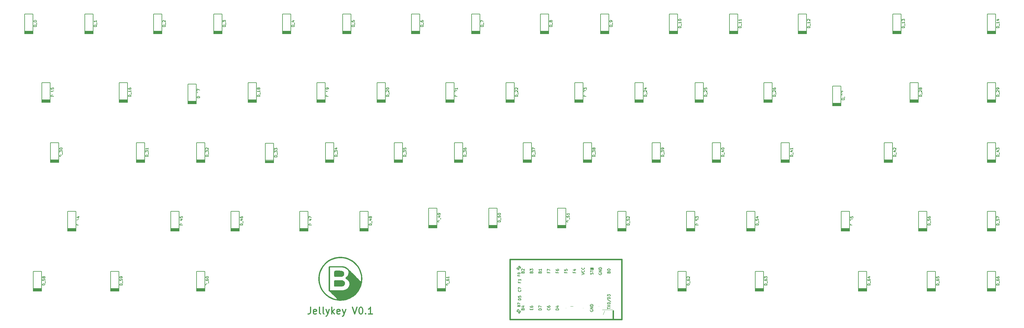
<source format=gto>
G04 #@! TF.GenerationSoftware,KiCad,Pcbnew,6.0.2+dfsg-1*
G04 #@! TF.CreationDate,2023-02-02T22:31:43+01:00*
G04 #@! TF.ProjectId,keyboard,6b657962-6f61-4726-942e-6b696361645f,rev?*
G04 #@! TF.SameCoordinates,Original*
G04 #@! TF.FileFunction,Legend,Top*
G04 #@! TF.FilePolarity,Positive*
%FSLAX46Y46*%
G04 Gerber Fmt 4.6, Leading zero omitted, Abs format (unit mm)*
G04 Created by KiCad (PCBNEW 6.0.2+dfsg-1) date 2023-02-02 22:31:43*
%MOMM*%
%LPD*%
G01*
G04 APERTURE LIST*
%ADD10C,0.300000*%
%ADD11C,0.150000*%
%ADD12C,0.000000*%
%ADD13C,0.200000*%
%ADD14C,0.381000*%
%ADD15C,0.100000*%
%ADD16R,1.600000X1.600000*%
%ADD17C,1.600000*%
%ADD18R,1.752600X1.752600*%
%ADD19C,1.752600*%
%ADD20C,1.900000*%
%ADD21C,3.400000*%
%ADD22C,1.200000*%
%ADD23R,1.200000X1.200000*%
G04 APERTURE END LIST*
D10*
X116285476Y-124634761D02*
X116285476Y-126063333D01*
X116190238Y-126349047D01*
X115999761Y-126539523D01*
X115714047Y-126634761D01*
X115523571Y-126634761D01*
X117999761Y-126539523D02*
X117809285Y-126634761D01*
X117428333Y-126634761D01*
X117237857Y-126539523D01*
X117142619Y-126349047D01*
X117142619Y-125587142D01*
X117237857Y-125396666D01*
X117428333Y-125301428D01*
X117809285Y-125301428D01*
X117999761Y-125396666D01*
X118095000Y-125587142D01*
X118095000Y-125777619D01*
X117142619Y-125968095D01*
X119237857Y-126634761D02*
X119047380Y-126539523D01*
X118952142Y-126349047D01*
X118952142Y-124634761D01*
X120285476Y-126634761D02*
X120095000Y-126539523D01*
X119999761Y-126349047D01*
X119999761Y-124634761D01*
X120856904Y-125301428D02*
X121333095Y-126634761D01*
X121809285Y-125301428D02*
X121333095Y-126634761D01*
X121142619Y-127110952D01*
X121047380Y-127206190D01*
X120856904Y-127301428D01*
X122571190Y-126634761D02*
X122571190Y-124634761D01*
X122761666Y-125872857D02*
X123333095Y-126634761D01*
X123333095Y-125301428D02*
X122571190Y-126063333D01*
X124952142Y-126539523D02*
X124761666Y-126634761D01*
X124380714Y-126634761D01*
X124190238Y-126539523D01*
X124095000Y-126349047D01*
X124095000Y-125587142D01*
X124190238Y-125396666D01*
X124380714Y-125301428D01*
X124761666Y-125301428D01*
X124952142Y-125396666D01*
X125047380Y-125587142D01*
X125047380Y-125777619D01*
X124095000Y-125968095D01*
X125714047Y-125301428D02*
X126190238Y-126634761D01*
X126666428Y-125301428D02*
X126190238Y-126634761D01*
X125999761Y-127110952D01*
X125904523Y-127206190D01*
X125714047Y-127301428D01*
X128666428Y-124634761D02*
X129333095Y-126634761D01*
X129999761Y-124634761D01*
X131047380Y-124634761D02*
X131237857Y-124634761D01*
X131428333Y-124730000D01*
X131523571Y-124825238D01*
X131618809Y-125015714D01*
X131714047Y-125396666D01*
X131714047Y-125872857D01*
X131618809Y-126253809D01*
X131523571Y-126444285D01*
X131428333Y-126539523D01*
X131237857Y-126634761D01*
X131047380Y-126634761D01*
X130856904Y-126539523D01*
X130761666Y-126444285D01*
X130666428Y-126253809D01*
X130571190Y-125872857D01*
X130571190Y-125396666D01*
X130666428Y-125015714D01*
X130761666Y-124825238D01*
X130856904Y-124730000D01*
X131047380Y-124634761D01*
X132571190Y-126444285D02*
X132666428Y-126539523D01*
X132571190Y-126634761D01*
X132475952Y-126539523D01*
X132571190Y-126444285D01*
X132571190Y-126634761D01*
X134571190Y-126634761D02*
X133428333Y-126634761D01*
X133999761Y-126634761D02*
X133999761Y-124634761D01*
X133809285Y-124920476D01*
X133618809Y-125110952D01*
X133428333Y-125206190D01*
D11*
X319786904Y-41916190D02*
X318986904Y-41916190D01*
X318986904Y-41725714D01*
X319025000Y-41611428D01*
X319101190Y-41535238D01*
X319177380Y-41497142D01*
X319329761Y-41459047D01*
X319444047Y-41459047D01*
X319596428Y-41497142D01*
X319672619Y-41535238D01*
X319748809Y-41611428D01*
X319786904Y-41725714D01*
X319786904Y-41916190D01*
X319863095Y-41306666D02*
X319863095Y-40697142D01*
X319786904Y-40087619D02*
X319786904Y-40544761D01*
X319786904Y-40316190D02*
X318986904Y-40316190D01*
X319101190Y-40392380D01*
X319177380Y-40468571D01*
X319215476Y-40544761D01*
X319253571Y-39401904D02*
X319786904Y-39401904D01*
X318948809Y-39592380D02*
X319520238Y-39782857D01*
X319520238Y-39287619D01*
X319786904Y-118116190D02*
X318986904Y-118116190D01*
X318986904Y-117925714D01*
X319025000Y-117811428D01*
X319101190Y-117735238D01*
X319177380Y-117697142D01*
X319329761Y-117659047D01*
X319444047Y-117659047D01*
X319596428Y-117697142D01*
X319672619Y-117735238D01*
X319748809Y-117811428D01*
X319786904Y-117925714D01*
X319786904Y-118116190D01*
X319863095Y-117506666D02*
X319863095Y-116897142D01*
X318986904Y-116363809D02*
X318986904Y-116516190D01*
X319025000Y-116592380D01*
X319063095Y-116630476D01*
X319177380Y-116706666D01*
X319329761Y-116744761D01*
X319634523Y-116744761D01*
X319710714Y-116706666D01*
X319748809Y-116668571D01*
X319786904Y-116592380D01*
X319786904Y-116440000D01*
X319748809Y-116363809D01*
X319710714Y-116325714D01*
X319634523Y-116287619D01*
X319444047Y-116287619D01*
X319367857Y-116325714D01*
X319329761Y-116363809D01*
X319291666Y-116440000D01*
X319291666Y-116592380D01*
X319329761Y-116668571D01*
X319367857Y-116706666D01*
X319444047Y-116744761D01*
X318986904Y-115601904D02*
X318986904Y-115754285D01*
X319025000Y-115830476D01*
X319063095Y-115868571D01*
X319177380Y-115944761D01*
X319329761Y-115982857D01*
X319634523Y-115982857D01*
X319710714Y-115944761D01*
X319748809Y-115906666D01*
X319786904Y-115830476D01*
X319786904Y-115678095D01*
X319748809Y-115601904D01*
X319710714Y-115563809D01*
X319634523Y-115525714D01*
X319444047Y-115525714D01*
X319367857Y-115563809D01*
X319329761Y-115601904D01*
X319291666Y-115678095D01*
X319291666Y-115830476D01*
X319329761Y-115906666D01*
X319367857Y-115944761D01*
X319444047Y-115982857D01*
X302006904Y-118116190D02*
X301206904Y-118116190D01*
X301206904Y-117925714D01*
X301245000Y-117811428D01*
X301321190Y-117735238D01*
X301397380Y-117697142D01*
X301549761Y-117659047D01*
X301664047Y-117659047D01*
X301816428Y-117697142D01*
X301892619Y-117735238D01*
X301968809Y-117811428D01*
X302006904Y-117925714D01*
X302006904Y-118116190D01*
X302083095Y-117506666D02*
X302083095Y-116897142D01*
X301206904Y-116363809D02*
X301206904Y-116516190D01*
X301245000Y-116592380D01*
X301283095Y-116630476D01*
X301397380Y-116706666D01*
X301549761Y-116744761D01*
X301854523Y-116744761D01*
X301930714Y-116706666D01*
X301968809Y-116668571D01*
X302006904Y-116592380D01*
X302006904Y-116440000D01*
X301968809Y-116363809D01*
X301930714Y-116325714D01*
X301854523Y-116287619D01*
X301664047Y-116287619D01*
X301587857Y-116325714D01*
X301549761Y-116363809D01*
X301511666Y-116440000D01*
X301511666Y-116592380D01*
X301549761Y-116668571D01*
X301587857Y-116706666D01*
X301664047Y-116744761D01*
X301206904Y-115563809D02*
X301206904Y-115944761D01*
X301587857Y-115982857D01*
X301549761Y-115944761D01*
X301511666Y-115868571D01*
X301511666Y-115678095D01*
X301549761Y-115601904D01*
X301587857Y-115563809D01*
X301664047Y-115525714D01*
X301854523Y-115525714D01*
X301930714Y-115563809D01*
X301968809Y-115601904D01*
X302006904Y-115678095D01*
X302006904Y-115868571D01*
X301968809Y-115944761D01*
X301930714Y-115982857D01*
X281686904Y-118116190D02*
X280886904Y-118116190D01*
X280886904Y-117925714D01*
X280925000Y-117811428D01*
X281001190Y-117735238D01*
X281077380Y-117697142D01*
X281229761Y-117659047D01*
X281344047Y-117659047D01*
X281496428Y-117697142D01*
X281572619Y-117735238D01*
X281648809Y-117811428D01*
X281686904Y-117925714D01*
X281686904Y-118116190D01*
X281763095Y-117506666D02*
X281763095Y-116897142D01*
X280886904Y-116363809D02*
X280886904Y-116516190D01*
X280925000Y-116592380D01*
X280963095Y-116630476D01*
X281077380Y-116706666D01*
X281229761Y-116744761D01*
X281534523Y-116744761D01*
X281610714Y-116706666D01*
X281648809Y-116668571D01*
X281686904Y-116592380D01*
X281686904Y-116440000D01*
X281648809Y-116363809D01*
X281610714Y-116325714D01*
X281534523Y-116287619D01*
X281344047Y-116287619D01*
X281267857Y-116325714D01*
X281229761Y-116363809D01*
X281191666Y-116440000D01*
X281191666Y-116592380D01*
X281229761Y-116668571D01*
X281267857Y-116706666D01*
X281344047Y-116744761D01*
X281153571Y-115601904D02*
X281686904Y-115601904D01*
X280848809Y-115792380D02*
X281420238Y-115982857D01*
X281420238Y-115487619D01*
X251206904Y-118116190D02*
X250406904Y-118116190D01*
X250406904Y-117925714D01*
X250445000Y-117811428D01*
X250521190Y-117735238D01*
X250597380Y-117697142D01*
X250749761Y-117659047D01*
X250864047Y-117659047D01*
X251016428Y-117697142D01*
X251092619Y-117735238D01*
X251168809Y-117811428D01*
X251206904Y-117925714D01*
X251206904Y-118116190D01*
X251283095Y-117506666D02*
X251283095Y-116897142D01*
X250406904Y-116363809D02*
X250406904Y-116516190D01*
X250445000Y-116592380D01*
X250483095Y-116630476D01*
X250597380Y-116706666D01*
X250749761Y-116744761D01*
X251054523Y-116744761D01*
X251130714Y-116706666D01*
X251168809Y-116668571D01*
X251206904Y-116592380D01*
X251206904Y-116440000D01*
X251168809Y-116363809D01*
X251130714Y-116325714D01*
X251054523Y-116287619D01*
X250864047Y-116287619D01*
X250787857Y-116325714D01*
X250749761Y-116363809D01*
X250711666Y-116440000D01*
X250711666Y-116592380D01*
X250749761Y-116668571D01*
X250787857Y-116706666D01*
X250864047Y-116744761D01*
X250406904Y-116020952D02*
X250406904Y-115525714D01*
X250711666Y-115792380D01*
X250711666Y-115678095D01*
X250749761Y-115601904D01*
X250787857Y-115563809D01*
X250864047Y-115525714D01*
X251054523Y-115525714D01*
X251130714Y-115563809D01*
X251168809Y-115601904D01*
X251206904Y-115678095D01*
X251206904Y-115906666D01*
X251168809Y-115982857D01*
X251130714Y-116020952D01*
X228346904Y-118116190D02*
X227546904Y-118116190D01*
X227546904Y-117925714D01*
X227585000Y-117811428D01*
X227661190Y-117735238D01*
X227737380Y-117697142D01*
X227889761Y-117659047D01*
X228004047Y-117659047D01*
X228156428Y-117697142D01*
X228232619Y-117735238D01*
X228308809Y-117811428D01*
X228346904Y-117925714D01*
X228346904Y-118116190D01*
X228423095Y-117506666D02*
X228423095Y-116897142D01*
X227546904Y-116363809D02*
X227546904Y-116516190D01*
X227585000Y-116592380D01*
X227623095Y-116630476D01*
X227737380Y-116706666D01*
X227889761Y-116744761D01*
X228194523Y-116744761D01*
X228270714Y-116706666D01*
X228308809Y-116668571D01*
X228346904Y-116592380D01*
X228346904Y-116440000D01*
X228308809Y-116363809D01*
X228270714Y-116325714D01*
X228194523Y-116287619D01*
X228004047Y-116287619D01*
X227927857Y-116325714D01*
X227889761Y-116363809D01*
X227851666Y-116440000D01*
X227851666Y-116592380D01*
X227889761Y-116668571D01*
X227927857Y-116706666D01*
X228004047Y-116744761D01*
X227623095Y-115982857D02*
X227585000Y-115944761D01*
X227546904Y-115868571D01*
X227546904Y-115678095D01*
X227585000Y-115601904D01*
X227623095Y-115563809D01*
X227699285Y-115525714D01*
X227775476Y-115525714D01*
X227889761Y-115563809D01*
X228346904Y-116020952D01*
X228346904Y-115525714D01*
X157226904Y-118116190D02*
X156426904Y-118116190D01*
X156426904Y-117925714D01*
X156465000Y-117811428D01*
X156541190Y-117735238D01*
X156617380Y-117697142D01*
X156769761Y-117659047D01*
X156884047Y-117659047D01*
X157036428Y-117697142D01*
X157112619Y-117735238D01*
X157188809Y-117811428D01*
X157226904Y-117925714D01*
X157226904Y-118116190D01*
X157303095Y-117506666D02*
X157303095Y-116897142D01*
X156426904Y-116363809D02*
X156426904Y-116516190D01*
X156465000Y-116592380D01*
X156503095Y-116630476D01*
X156617380Y-116706666D01*
X156769761Y-116744761D01*
X157074523Y-116744761D01*
X157150714Y-116706666D01*
X157188809Y-116668571D01*
X157226904Y-116592380D01*
X157226904Y-116440000D01*
X157188809Y-116363809D01*
X157150714Y-116325714D01*
X157074523Y-116287619D01*
X156884047Y-116287619D01*
X156807857Y-116325714D01*
X156769761Y-116363809D01*
X156731666Y-116440000D01*
X156731666Y-116592380D01*
X156769761Y-116668571D01*
X156807857Y-116706666D01*
X156884047Y-116744761D01*
X157226904Y-115525714D02*
X157226904Y-115982857D01*
X157226904Y-115754285D02*
X156426904Y-115754285D01*
X156541190Y-115830476D01*
X156617380Y-115906666D01*
X156655476Y-115982857D01*
X86106904Y-118116190D02*
X85306904Y-118116190D01*
X85306904Y-117925714D01*
X85345000Y-117811428D01*
X85421190Y-117735238D01*
X85497380Y-117697142D01*
X85649761Y-117659047D01*
X85764047Y-117659047D01*
X85916428Y-117697142D01*
X85992619Y-117735238D01*
X86068809Y-117811428D01*
X86106904Y-117925714D01*
X86106904Y-118116190D01*
X86183095Y-117506666D02*
X86183095Y-116897142D01*
X85306904Y-116363809D02*
X85306904Y-116516190D01*
X85345000Y-116592380D01*
X85383095Y-116630476D01*
X85497380Y-116706666D01*
X85649761Y-116744761D01*
X85954523Y-116744761D01*
X86030714Y-116706666D01*
X86068809Y-116668571D01*
X86106904Y-116592380D01*
X86106904Y-116440000D01*
X86068809Y-116363809D01*
X86030714Y-116325714D01*
X85954523Y-116287619D01*
X85764047Y-116287619D01*
X85687857Y-116325714D01*
X85649761Y-116363809D01*
X85611666Y-116440000D01*
X85611666Y-116592380D01*
X85649761Y-116668571D01*
X85687857Y-116706666D01*
X85764047Y-116744761D01*
X85306904Y-115792380D02*
X85306904Y-115716190D01*
X85345000Y-115640000D01*
X85383095Y-115601904D01*
X85459285Y-115563809D01*
X85611666Y-115525714D01*
X85802142Y-115525714D01*
X85954523Y-115563809D01*
X86030714Y-115601904D01*
X86068809Y-115640000D01*
X86106904Y-115716190D01*
X86106904Y-115792380D01*
X86068809Y-115868571D01*
X86030714Y-115906666D01*
X85954523Y-115944761D01*
X85802142Y-115982857D01*
X85611666Y-115982857D01*
X85459285Y-115944761D01*
X85383095Y-115906666D01*
X85345000Y-115868571D01*
X85306904Y-115792380D01*
X60706904Y-118116190D02*
X59906904Y-118116190D01*
X59906904Y-117925714D01*
X59945000Y-117811428D01*
X60021190Y-117735238D01*
X60097380Y-117697142D01*
X60249761Y-117659047D01*
X60364047Y-117659047D01*
X60516428Y-117697142D01*
X60592619Y-117735238D01*
X60668809Y-117811428D01*
X60706904Y-117925714D01*
X60706904Y-118116190D01*
X60783095Y-117506666D02*
X60783095Y-116897142D01*
X59906904Y-116325714D02*
X59906904Y-116706666D01*
X60287857Y-116744761D01*
X60249761Y-116706666D01*
X60211666Y-116630476D01*
X60211666Y-116440000D01*
X60249761Y-116363809D01*
X60287857Y-116325714D01*
X60364047Y-116287619D01*
X60554523Y-116287619D01*
X60630714Y-116325714D01*
X60668809Y-116363809D01*
X60706904Y-116440000D01*
X60706904Y-116630476D01*
X60668809Y-116706666D01*
X60630714Y-116744761D01*
X60706904Y-115906666D02*
X60706904Y-115754285D01*
X60668809Y-115678095D01*
X60630714Y-115640000D01*
X60516428Y-115563809D01*
X60364047Y-115525714D01*
X60059285Y-115525714D01*
X59983095Y-115563809D01*
X59945000Y-115601904D01*
X59906904Y-115678095D01*
X59906904Y-115830476D01*
X59945000Y-115906666D01*
X59983095Y-115944761D01*
X60059285Y-115982857D01*
X60249761Y-115982857D01*
X60325952Y-115944761D01*
X60364047Y-115906666D01*
X60402142Y-115830476D01*
X60402142Y-115678095D01*
X60364047Y-115601904D01*
X60325952Y-115563809D01*
X60249761Y-115525714D01*
X37846904Y-118116190D02*
X37046904Y-118116190D01*
X37046904Y-117925714D01*
X37085000Y-117811428D01*
X37161190Y-117735238D01*
X37237380Y-117697142D01*
X37389761Y-117659047D01*
X37504047Y-117659047D01*
X37656428Y-117697142D01*
X37732619Y-117735238D01*
X37808809Y-117811428D01*
X37846904Y-117925714D01*
X37846904Y-118116190D01*
X37923095Y-117506666D02*
X37923095Y-116897142D01*
X37046904Y-116325714D02*
X37046904Y-116706666D01*
X37427857Y-116744761D01*
X37389761Y-116706666D01*
X37351666Y-116630476D01*
X37351666Y-116440000D01*
X37389761Y-116363809D01*
X37427857Y-116325714D01*
X37504047Y-116287619D01*
X37694523Y-116287619D01*
X37770714Y-116325714D01*
X37808809Y-116363809D01*
X37846904Y-116440000D01*
X37846904Y-116630476D01*
X37808809Y-116706666D01*
X37770714Y-116744761D01*
X37389761Y-115830476D02*
X37351666Y-115906666D01*
X37313571Y-115944761D01*
X37237380Y-115982857D01*
X37199285Y-115982857D01*
X37123095Y-115944761D01*
X37085000Y-115906666D01*
X37046904Y-115830476D01*
X37046904Y-115678095D01*
X37085000Y-115601904D01*
X37123095Y-115563809D01*
X37199285Y-115525714D01*
X37237380Y-115525714D01*
X37313571Y-115563809D01*
X37351666Y-115601904D01*
X37389761Y-115678095D01*
X37389761Y-115830476D01*
X37427857Y-115906666D01*
X37465952Y-115944761D01*
X37542142Y-115982857D01*
X37694523Y-115982857D01*
X37770714Y-115944761D01*
X37808809Y-115906666D01*
X37846904Y-115830476D01*
X37846904Y-115678095D01*
X37808809Y-115601904D01*
X37770714Y-115563809D01*
X37694523Y-115525714D01*
X37542142Y-115525714D01*
X37465952Y-115563809D01*
X37427857Y-115601904D01*
X37389761Y-115678095D01*
X319786904Y-100336190D02*
X318986904Y-100336190D01*
X318986904Y-100145714D01*
X319025000Y-100031428D01*
X319101190Y-99955238D01*
X319177380Y-99917142D01*
X319329761Y-99879047D01*
X319444047Y-99879047D01*
X319596428Y-99917142D01*
X319672619Y-99955238D01*
X319748809Y-100031428D01*
X319786904Y-100145714D01*
X319786904Y-100336190D01*
X319863095Y-99726666D02*
X319863095Y-99117142D01*
X318986904Y-98545714D02*
X318986904Y-98926666D01*
X319367857Y-98964761D01*
X319329761Y-98926666D01*
X319291666Y-98850476D01*
X319291666Y-98660000D01*
X319329761Y-98583809D01*
X319367857Y-98545714D01*
X319444047Y-98507619D01*
X319634523Y-98507619D01*
X319710714Y-98545714D01*
X319748809Y-98583809D01*
X319786904Y-98660000D01*
X319786904Y-98850476D01*
X319748809Y-98926666D01*
X319710714Y-98964761D01*
X318986904Y-98240952D02*
X318986904Y-97707619D01*
X319786904Y-98050476D01*
X299466904Y-100336190D02*
X298666904Y-100336190D01*
X298666904Y-100145714D01*
X298705000Y-100031428D01*
X298781190Y-99955238D01*
X298857380Y-99917142D01*
X299009761Y-99879047D01*
X299124047Y-99879047D01*
X299276428Y-99917142D01*
X299352619Y-99955238D01*
X299428809Y-100031428D01*
X299466904Y-100145714D01*
X299466904Y-100336190D01*
X299543095Y-99726666D02*
X299543095Y-99117142D01*
X298666904Y-98545714D02*
X298666904Y-98926666D01*
X299047857Y-98964761D01*
X299009761Y-98926666D01*
X298971666Y-98850476D01*
X298971666Y-98660000D01*
X299009761Y-98583809D01*
X299047857Y-98545714D01*
X299124047Y-98507619D01*
X299314523Y-98507619D01*
X299390714Y-98545714D01*
X299428809Y-98583809D01*
X299466904Y-98660000D01*
X299466904Y-98850476D01*
X299428809Y-98926666D01*
X299390714Y-98964761D01*
X298666904Y-97821904D02*
X298666904Y-97974285D01*
X298705000Y-98050476D01*
X298743095Y-98088571D01*
X298857380Y-98164761D01*
X299009761Y-98202857D01*
X299314523Y-98202857D01*
X299390714Y-98164761D01*
X299428809Y-98126666D01*
X299466904Y-98050476D01*
X299466904Y-97898095D01*
X299428809Y-97821904D01*
X299390714Y-97783809D01*
X299314523Y-97745714D01*
X299124047Y-97745714D01*
X299047857Y-97783809D01*
X299009761Y-97821904D01*
X298971666Y-97898095D01*
X298971666Y-98050476D01*
X299009761Y-98126666D01*
X299047857Y-98164761D01*
X299124047Y-98202857D01*
X276606904Y-100336190D02*
X275806904Y-100336190D01*
X275806904Y-100145714D01*
X275845000Y-100031428D01*
X275921190Y-99955238D01*
X275997380Y-99917142D01*
X276149761Y-99879047D01*
X276264047Y-99879047D01*
X276416428Y-99917142D01*
X276492619Y-99955238D01*
X276568809Y-100031428D01*
X276606904Y-100145714D01*
X276606904Y-100336190D01*
X276683095Y-99726666D02*
X276683095Y-99117142D01*
X275806904Y-98545714D02*
X275806904Y-98926666D01*
X276187857Y-98964761D01*
X276149761Y-98926666D01*
X276111666Y-98850476D01*
X276111666Y-98660000D01*
X276149761Y-98583809D01*
X276187857Y-98545714D01*
X276264047Y-98507619D01*
X276454523Y-98507619D01*
X276530714Y-98545714D01*
X276568809Y-98583809D01*
X276606904Y-98660000D01*
X276606904Y-98850476D01*
X276568809Y-98926666D01*
X276530714Y-98964761D01*
X275806904Y-97783809D02*
X275806904Y-98164761D01*
X276187857Y-98202857D01*
X276149761Y-98164761D01*
X276111666Y-98088571D01*
X276111666Y-97898095D01*
X276149761Y-97821904D01*
X276187857Y-97783809D01*
X276264047Y-97745714D01*
X276454523Y-97745714D01*
X276530714Y-97783809D01*
X276568809Y-97821904D01*
X276606904Y-97898095D01*
X276606904Y-98088571D01*
X276568809Y-98164761D01*
X276530714Y-98202857D01*
X248666904Y-100336190D02*
X247866904Y-100336190D01*
X247866904Y-100145714D01*
X247905000Y-100031428D01*
X247981190Y-99955238D01*
X248057380Y-99917142D01*
X248209761Y-99879047D01*
X248324047Y-99879047D01*
X248476428Y-99917142D01*
X248552619Y-99955238D01*
X248628809Y-100031428D01*
X248666904Y-100145714D01*
X248666904Y-100336190D01*
X248743095Y-99726666D02*
X248743095Y-99117142D01*
X247866904Y-98545714D02*
X247866904Y-98926666D01*
X248247857Y-98964761D01*
X248209761Y-98926666D01*
X248171666Y-98850476D01*
X248171666Y-98660000D01*
X248209761Y-98583809D01*
X248247857Y-98545714D01*
X248324047Y-98507619D01*
X248514523Y-98507619D01*
X248590714Y-98545714D01*
X248628809Y-98583809D01*
X248666904Y-98660000D01*
X248666904Y-98850476D01*
X248628809Y-98926666D01*
X248590714Y-98964761D01*
X248133571Y-97821904D02*
X248666904Y-97821904D01*
X247828809Y-98012380D02*
X248400238Y-98202857D01*
X248400238Y-97707619D01*
X230886904Y-100336190D02*
X230086904Y-100336190D01*
X230086904Y-100145714D01*
X230125000Y-100031428D01*
X230201190Y-99955238D01*
X230277380Y-99917142D01*
X230429761Y-99879047D01*
X230544047Y-99879047D01*
X230696428Y-99917142D01*
X230772619Y-99955238D01*
X230848809Y-100031428D01*
X230886904Y-100145714D01*
X230886904Y-100336190D01*
X230963095Y-99726666D02*
X230963095Y-99117142D01*
X230086904Y-98545714D02*
X230086904Y-98926666D01*
X230467857Y-98964761D01*
X230429761Y-98926666D01*
X230391666Y-98850476D01*
X230391666Y-98660000D01*
X230429761Y-98583809D01*
X230467857Y-98545714D01*
X230544047Y-98507619D01*
X230734523Y-98507619D01*
X230810714Y-98545714D01*
X230848809Y-98583809D01*
X230886904Y-98660000D01*
X230886904Y-98850476D01*
X230848809Y-98926666D01*
X230810714Y-98964761D01*
X230086904Y-98240952D02*
X230086904Y-97745714D01*
X230391666Y-98012380D01*
X230391666Y-97898095D01*
X230429761Y-97821904D01*
X230467857Y-97783809D01*
X230544047Y-97745714D01*
X230734523Y-97745714D01*
X230810714Y-97783809D01*
X230848809Y-97821904D01*
X230886904Y-97898095D01*
X230886904Y-98126666D01*
X230848809Y-98202857D01*
X230810714Y-98240952D01*
X210566904Y-100336190D02*
X209766904Y-100336190D01*
X209766904Y-100145714D01*
X209805000Y-100031428D01*
X209881190Y-99955238D01*
X209957380Y-99917142D01*
X210109761Y-99879047D01*
X210224047Y-99879047D01*
X210376428Y-99917142D01*
X210452619Y-99955238D01*
X210528809Y-100031428D01*
X210566904Y-100145714D01*
X210566904Y-100336190D01*
X210643095Y-99726666D02*
X210643095Y-99117142D01*
X209766904Y-98545714D02*
X209766904Y-98926666D01*
X210147857Y-98964761D01*
X210109761Y-98926666D01*
X210071666Y-98850476D01*
X210071666Y-98660000D01*
X210109761Y-98583809D01*
X210147857Y-98545714D01*
X210224047Y-98507619D01*
X210414523Y-98507619D01*
X210490714Y-98545714D01*
X210528809Y-98583809D01*
X210566904Y-98660000D01*
X210566904Y-98850476D01*
X210528809Y-98926666D01*
X210490714Y-98964761D01*
X209843095Y-98202857D02*
X209805000Y-98164761D01*
X209766904Y-98088571D01*
X209766904Y-97898095D01*
X209805000Y-97821904D01*
X209843095Y-97783809D01*
X209919285Y-97745714D01*
X209995476Y-97745714D01*
X210109761Y-97783809D01*
X210566904Y-98240952D01*
X210566904Y-97745714D01*
X192786904Y-99371190D02*
X191986904Y-99371190D01*
X191986904Y-99180714D01*
X192025000Y-99066428D01*
X192101190Y-98990238D01*
X192177380Y-98952142D01*
X192329761Y-98914047D01*
X192444047Y-98914047D01*
X192596428Y-98952142D01*
X192672619Y-98990238D01*
X192748809Y-99066428D01*
X192786904Y-99180714D01*
X192786904Y-99371190D01*
X192863095Y-98761666D02*
X192863095Y-98152142D01*
X191986904Y-97580714D02*
X191986904Y-97961666D01*
X192367857Y-97999761D01*
X192329761Y-97961666D01*
X192291666Y-97885476D01*
X192291666Y-97695000D01*
X192329761Y-97618809D01*
X192367857Y-97580714D01*
X192444047Y-97542619D01*
X192634523Y-97542619D01*
X192710714Y-97580714D01*
X192748809Y-97618809D01*
X192786904Y-97695000D01*
X192786904Y-97885476D01*
X192748809Y-97961666D01*
X192710714Y-97999761D01*
X192786904Y-96780714D02*
X192786904Y-97237857D01*
X192786904Y-97009285D02*
X191986904Y-97009285D01*
X192101190Y-97085476D01*
X192177380Y-97161666D01*
X192215476Y-97237857D01*
X172466904Y-99371190D02*
X171666904Y-99371190D01*
X171666904Y-99180714D01*
X171705000Y-99066428D01*
X171781190Y-98990238D01*
X171857380Y-98952142D01*
X172009761Y-98914047D01*
X172124047Y-98914047D01*
X172276428Y-98952142D01*
X172352619Y-98990238D01*
X172428809Y-99066428D01*
X172466904Y-99180714D01*
X172466904Y-99371190D01*
X172543095Y-98761666D02*
X172543095Y-98152142D01*
X171666904Y-97580714D02*
X171666904Y-97961666D01*
X172047857Y-97999761D01*
X172009761Y-97961666D01*
X171971666Y-97885476D01*
X171971666Y-97695000D01*
X172009761Y-97618809D01*
X172047857Y-97580714D01*
X172124047Y-97542619D01*
X172314523Y-97542619D01*
X172390714Y-97580714D01*
X172428809Y-97618809D01*
X172466904Y-97695000D01*
X172466904Y-97885476D01*
X172428809Y-97961666D01*
X172390714Y-97999761D01*
X171666904Y-97047380D02*
X171666904Y-96971190D01*
X171705000Y-96895000D01*
X171743095Y-96856904D01*
X171819285Y-96818809D01*
X171971666Y-96780714D01*
X172162142Y-96780714D01*
X172314523Y-96818809D01*
X172390714Y-96856904D01*
X172428809Y-96895000D01*
X172466904Y-96971190D01*
X172466904Y-97047380D01*
X172428809Y-97123571D01*
X172390714Y-97161666D01*
X172314523Y-97199761D01*
X172162142Y-97237857D01*
X171971666Y-97237857D01*
X171819285Y-97199761D01*
X171743095Y-97161666D01*
X171705000Y-97123571D01*
X171666904Y-97047380D01*
X154686904Y-99371190D02*
X153886904Y-99371190D01*
X153886904Y-99180714D01*
X153925000Y-99066428D01*
X154001190Y-98990238D01*
X154077380Y-98952142D01*
X154229761Y-98914047D01*
X154344047Y-98914047D01*
X154496428Y-98952142D01*
X154572619Y-98990238D01*
X154648809Y-99066428D01*
X154686904Y-99180714D01*
X154686904Y-99371190D01*
X154763095Y-98761666D02*
X154763095Y-98152142D01*
X154153571Y-97618809D02*
X154686904Y-97618809D01*
X153848809Y-97809285D02*
X154420238Y-97999761D01*
X154420238Y-97504523D01*
X154686904Y-97161666D02*
X154686904Y-97009285D01*
X154648809Y-96933095D01*
X154610714Y-96895000D01*
X154496428Y-96818809D01*
X154344047Y-96780714D01*
X154039285Y-96780714D01*
X153963095Y-96818809D01*
X153925000Y-96856904D01*
X153886904Y-96933095D01*
X153886904Y-97085476D01*
X153925000Y-97161666D01*
X153963095Y-97199761D01*
X154039285Y-97237857D01*
X154229761Y-97237857D01*
X154305952Y-97199761D01*
X154344047Y-97161666D01*
X154382142Y-97085476D01*
X154382142Y-96933095D01*
X154344047Y-96856904D01*
X154305952Y-96818809D01*
X154229761Y-96780714D01*
X134366904Y-100336190D02*
X133566904Y-100336190D01*
X133566904Y-100145714D01*
X133605000Y-100031428D01*
X133681190Y-99955238D01*
X133757380Y-99917142D01*
X133909761Y-99879047D01*
X134024047Y-99879047D01*
X134176428Y-99917142D01*
X134252619Y-99955238D01*
X134328809Y-100031428D01*
X134366904Y-100145714D01*
X134366904Y-100336190D01*
X134443095Y-99726666D02*
X134443095Y-99117142D01*
X133833571Y-98583809D02*
X134366904Y-98583809D01*
X133528809Y-98774285D02*
X134100238Y-98964761D01*
X134100238Y-98469523D01*
X133909761Y-98050476D02*
X133871666Y-98126666D01*
X133833571Y-98164761D01*
X133757380Y-98202857D01*
X133719285Y-98202857D01*
X133643095Y-98164761D01*
X133605000Y-98126666D01*
X133566904Y-98050476D01*
X133566904Y-97898095D01*
X133605000Y-97821904D01*
X133643095Y-97783809D01*
X133719285Y-97745714D01*
X133757380Y-97745714D01*
X133833571Y-97783809D01*
X133871666Y-97821904D01*
X133909761Y-97898095D01*
X133909761Y-98050476D01*
X133947857Y-98126666D01*
X133985952Y-98164761D01*
X134062142Y-98202857D01*
X134214523Y-98202857D01*
X134290714Y-98164761D01*
X134328809Y-98126666D01*
X134366904Y-98050476D01*
X134366904Y-97898095D01*
X134328809Y-97821904D01*
X134290714Y-97783809D01*
X134214523Y-97745714D01*
X134062142Y-97745714D01*
X133985952Y-97783809D01*
X133947857Y-97821904D01*
X133909761Y-97898095D01*
X116586904Y-100336190D02*
X115786904Y-100336190D01*
X115786904Y-100145714D01*
X115825000Y-100031428D01*
X115901190Y-99955238D01*
X115977380Y-99917142D01*
X116129761Y-99879047D01*
X116244047Y-99879047D01*
X116396428Y-99917142D01*
X116472619Y-99955238D01*
X116548809Y-100031428D01*
X116586904Y-100145714D01*
X116586904Y-100336190D01*
X116663095Y-99726666D02*
X116663095Y-99117142D01*
X116053571Y-98583809D02*
X116586904Y-98583809D01*
X115748809Y-98774285D02*
X116320238Y-98964761D01*
X116320238Y-98469523D01*
X115786904Y-98240952D02*
X115786904Y-97707619D01*
X116586904Y-98050476D01*
X96266904Y-100336190D02*
X95466904Y-100336190D01*
X95466904Y-100145714D01*
X95505000Y-100031428D01*
X95581190Y-99955238D01*
X95657380Y-99917142D01*
X95809761Y-99879047D01*
X95924047Y-99879047D01*
X96076428Y-99917142D01*
X96152619Y-99955238D01*
X96228809Y-100031428D01*
X96266904Y-100145714D01*
X96266904Y-100336190D01*
X96343095Y-99726666D02*
X96343095Y-99117142D01*
X95733571Y-98583809D02*
X96266904Y-98583809D01*
X95428809Y-98774285D02*
X96000238Y-98964761D01*
X96000238Y-98469523D01*
X95466904Y-97821904D02*
X95466904Y-97974285D01*
X95505000Y-98050476D01*
X95543095Y-98088571D01*
X95657380Y-98164761D01*
X95809761Y-98202857D01*
X96114523Y-98202857D01*
X96190714Y-98164761D01*
X96228809Y-98126666D01*
X96266904Y-98050476D01*
X96266904Y-97898095D01*
X96228809Y-97821904D01*
X96190714Y-97783809D01*
X96114523Y-97745714D01*
X95924047Y-97745714D01*
X95847857Y-97783809D01*
X95809761Y-97821904D01*
X95771666Y-97898095D01*
X95771666Y-98050476D01*
X95809761Y-98126666D01*
X95847857Y-98164761D01*
X95924047Y-98202857D01*
X78486904Y-100336190D02*
X77686904Y-100336190D01*
X77686904Y-100145714D01*
X77725000Y-100031428D01*
X77801190Y-99955238D01*
X77877380Y-99917142D01*
X78029761Y-99879047D01*
X78144047Y-99879047D01*
X78296428Y-99917142D01*
X78372619Y-99955238D01*
X78448809Y-100031428D01*
X78486904Y-100145714D01*
X78486904Y-100336190D01*
X78563095Y-99726666D02*
X78563095Y-99117142D01*
X77953571Y-98583809D02*
X78486904Y-98583809D01*
X77648809Y-98774285D02*
X78220238Y-98964761D01*
X78220238Y-98469523D01*
X77686904Y-97783809D02*
X77686904Y-98164761D01*
X78067857Y-98202857D01*
X78029761Y-98164761D01*
X77991666Y-98088571D01*
X77991666Y-97898095D01*
X78029761Y-97821904D01*
X78067857Y-97783809D01*
X78144047Y-97745714D01*
X78334523Y-97745714D01*
X78410714Y-97783809D01*
X78448809Y-97821904D01*
X78486904Y-97898095D01*
X78486904Y-98088571D01*
X78448809Y-98164761D01*
X78410714Y-98202857D01*
X48006904Y-100336190D02*
X47206904Y-100336190D01*
X47206904Y-100145714D01*
X47245000Y-100031428D01*
X47321190Y-99955238D01*
X47397380Y-99917142D01*
X47549761Y-99879047D01*
X47664047Y-99879047D01*
X47816428Y-99917142D01*
X47892619Y-99955238D01*
X47968809Y-100031428D01*
X48006904Y-100145714D01*
X48006904Y-100336190D01*
X48083095Y-99726666D02*
X48083095Y-99117142D01*
X47473571Y-98583809D02*
X48006904Y-98583809D01*
X47168809Y-98774285D02*
X47740238Y-98964761D01*
X47740238Y-98469523D01*
X47473571Y-97821904D02*
X48006904Y-97821904D01*
X47168809Y-98012380D02*
X47740238Y-98202857D01*
X47740238Y-97707619D01*
X319786904Y-80016190D02*
X318986904Y-80016190D01*
X318986904Y-79825714D01*
X319025000Y-79711428D01*
X319101190Y-79635238D01*
X319177380Y-79597142D01*
X319329761Y-79559047D01*
X319444047Y-79559047D01*
X319596428Y-79597142D01*
X319672619Y-79635238D01*
X319748809Y-79711428D01*
X319786904Y-79825714D01*
X319786904Y-80016190D01*
X319863095Y-79406666D02*
X319863095Y-78797142D01*
X319253571Y-78263809D02*
X319786904Y-78263809D01*
X318948809Y-78454285D02*
X319520238Y-78644761D01*
X319520238Y-78149523D01*
X318986904Y-77920952D02*
X318986904Y-77425714D01*
X319291666Y-77692380D01*
X319291666Y-77578095D01*
X319329761Y-77501904D01*
X319367857Y-77463809D01*
X319444047Y-77425714D01*
X319634523Y-77425714D01*
X319710714Y-77463809D01*
X319748809Y-77501904D01*
X319786904Y-77578095D01*
X319786904Y-77806666D01*
X319748809Y-77882857D01*
X319710714Y-77920952D01*
X289306904Y-80016190D02*
X288506904Y-80016190D01*
X288506904Y-79825714D01*
X288545000Y-79711428D01*
X288621190Y-79635238D01*
X288697380Y-79597142D01*
X288849761Y-79559047D01*
X288964047Y-79559047D01*
X289116428Y-79597142D01*
X289192619Y-79635238D01*
X289268809Y-79711428D01*
X289306904Y-79825714D01*
X289306904Y-80016190D01*
X289383095Y-79406666D02*
X289383095Y-78797142D01*
X288773571Y-78263809D02*
X289306904Y-78263809D01*
X288468809Y-78454285D02*
X289040238Y-78644761D01*
X289040238Y-78149523D01*
X288583095Y-77882857D02*
X288545000Y-77844761D01*
X288506904Y-77768571D01*
X288506904Y-77578095D01*
X288545000Y-77501904D01*
X288583095Y-77463809D01*
X288659285Y-77425714D01*
X288735476Y-77425714D01*
X288849761Y-77463809D01*
X289306904Y-77920952D01*
X289306904Y-77425714D01*
X258826904Y-80016190D02*
X258026904Y-80016190D01*
X258026904Y-79825714D01*
X258065000Y-79711428D01*
X258141190Y-79635238D01*
X258217380Y-79597142D01*
X258369761Y-79559047D01*
X258484047Y-79559047D01*
X258636428Y-79597142D01*
X258712619Y-79635238D01*
X258788809Y-79711428D01*
X258826904Y-79825714D01*
X258826904Y-80016190D01*
X258903095Y-79406666D02*
X258903095Y-78797142D01*
X258293571Y-78263809D02*
X258826904Y-78263809D01*
X257988809Y-78454285D02*
X258560238Y-78644761D01*
X258560238Y-78149523D01*
X258826904Y-77425714D02*
X258826904Y-77882857D01*
X258826904Y-77654285D02*
X258026904Y-77654285D01*
X258141190Y-77730476D01*
X258217380Y-77806666D01*
X258255476Y-77882857D01*
X238506904Y-80016190D02*
X237706904Y-80016190D01*
X237706904Y-79825714D01*
X237745000Y-79711428D01*
X237821190Y-79635238D01*
X237897380Y-79597142D01*
X238049761Y-79559047D01*
X238164047Y-79559047D01*
X238316428Y-79597142D01*
X238392619Y-79635238D01*
X238468809Y-79711428D01*
X238506904Y-79825714D01*
X238506904Y-80016190D01*
X238583095Y-79406666D02*
X238583095Y-78797142D01*
X237973571Y-78263809D02*
X238506904Y-78263809D01*
X237668809Y-78454285D02*
X238240238Y-78644761D01*
X238240238Y-78149523D01*
X237706904Y-77692380D02*
X237706904Y-77616190D01*
X237745000Y-77540000D01*
X237783095Y-77501904D01*
X237859285Y-77463809D01*
X238011666Y-77425714D01*
X238202142Y-77425714D01*
X238354523Y-77463809D01*
X238430714Y-77501904D01*
X238468809Y-77540000D01*
X238506904Y-77616190D01*
X238506904Y-77692380D01*
X238468809Y-77768571D01*
X238430714Y-77806666D01*
X238354523Y-77844761D01*
X238202142Y-77882857D01*
X238011666Y-77882857D01*
X237859285Y-77844761D01*
X237783095Y-77806666D01*
X237745000Y-77768571D01*
X237706904Y-77692380D01*
X220726904Y-80016190D02*
X219926904Y-80016190D01*
X219926904Y-79825714D01*
X219965000Y-79711428D01*
X220041190Y-79635238D01*
X220117380Y-79597142D01*
X220269761Y-79559047D01*
X220384047Y-79559047D01*
X220536428Y-79597142D01*
X220612619Y-79635238D01*
X220688809Y-79711428D01*
X220726904Y-79825714D01*
X220726904Y-80016190D01*
X220803095Y-79406666D02*
X220803095Y-78797142D01*
X219926904Y-78682857D02*
X219926904Y-78187619D01*
X220231666Y-78454285D01*
X220231666Y-78340000D01*
X220269761Y-78263809D01*
X220307857Y-78225714D01*
X220384047Y-78187619D01*
X220574523Y-78187619D01*
X220650714Y-78225714D01*
X220688809Y-78263809D01*
X220726904Y-78340000D01*
X220726904Y-78568571D01*
X220688809Y-78644761D01*
X220650714Y-78682857D01*
X220726904Y-77806666D02*
X220726904Y-77654285D01*
X220688809Y-77578095D01*
X220650714Y-77540000D01*
X220536428Y-77463809D01*
X220384047Y-77425714D01*
X220079285Y-77425714D01*
X220003095Y-77463809D01*
X219965000Y-77501904D01*
X219926904Y-77578095D01*
X219926904Y-77730476D01*
X219965000Y-77806666D01*
X220003095Y-77844761D01*
X220079285Y-77882857D01*
X220269761Y-77882857D01*
X220345952Y-77844761D01*
X220384047Y-77806666D01*
X220422142Y-77730476D01*
X220422142Y-77578095D01*
X220384047Y-77501904D01*
X220345952Y-77463809D01*
X220269761Y-77425714D01*
X200406904Y-80016190D02*
X199606904Y-80016190D01*
X199606904Y-79825714D01*
X199645000Y-79711428D01*
X199721190Y-79635238D01*
X199797380Y-79597142D01*
X199949761Y-79559047D01*
X200064047Y-79559047D01*
X200216428Y-79597142D01*
X200292619Y-79635238D01*
X200368809Y-79711428D01*
X200406904Y-79825714D01*
X200406904Y-80016190D01*
X200483095Y-79406666D02*
X200483095Y-78797142D01*
X199606904Y-78682857D02*
X199606904Y-78187619D01*
X199911666Y-78454285D01*
X199911666Y-78340000D01*
X199949761Y-78263809D01*
X199987857Y-78225714D01*
X200064047Y-78187619D01*
X200254523Y-78187619D01*
X200330714Y-78225714D01*
X200368809Y-78263809D01*
X200406904Y-78340000D01*
X200406904Y-78568571D01*
X200368809Y-78644761D01*
X200330714Y-78682857D01*
X199949761Y-77730476D02*
X199911666Y-77806666D01*
X199873571Y-77844761D01*
X199797380Y-77882857D01*
X199759285Y-77882857D01*
X199683095Y-77844761D01*
X199645000Y-77806666D01*
X199606904Y-77730476D01*
X199606904Y-77578095D01*
X199645000Y-77501904D01*
X199683095Y-77463809D01*
X199759285Y-77425714D01*
X199797380Y-77425714D01*
X199873571Y-77463809D01*
X199911666Y-77501904D01*
X199949761Y-77578095D01*
X199949761Y-77730476D01*
X199987857Y-77806666D01*
X200025952Y-77844761D01*
X200102142Y-77882857D01*
X200254523Y-77882857D01*
X200330714Y-77844761D01*
X200368809Y-77806666D01*
X200406904Y-77730476D01*
X200406904Y-77578095D01*
X200368809Y-77501904D01*
X200330714Y-77463809D01*
X200254523Y-77425714D01*
X200102142Y-77425714D01*
X200025952Y-77463809D01*
X199987857Y-77501904D01*
X199949761Y-77578095D01*
X182626904Y-80016190D02*
X181826904Y-80016190D01*
X181826904Y-79825714D01*
X181865000Y-79711428D01*
X181941190Y-79635238D01*
X182017380Y-79597142D01*
X182169761Y-79559047D01*
X182284047Y-79559047D01*
X182436428Y-79597142D01*
X182512619Y-79635238D01*
X182588809Y-79711428D01*
X182626904Y-79825714D01*
X182626904Y-80016190D01*
X182703095Y-79406666D02*
X182703095Y-78797142D01*
X181826904Y-78682857D02*
X181826904Y-78187619D01*
X182131666Y-78454285D01*
X182131666Y-78340000D01*
X182169761Y-78263809D01*
X182207857Y-78225714D01*
X182284047Y-78187619D01*
X182474523Y-78187619D01*
X182550714Y-78225714D01*
X182588809Y-78263809D01*
X182626904Y-78340000D01*
X182626904Y-78568571D01*
X182588809Y-78644761D01*
X182550714Y-78682857D01*
X181826904Y-77920952D02*
X181826904Y-77387619D01*
X182626904Y-77730476D01*
X162306904Y-80016190D02*
X161506904Y-80016190D01*
X161506904Y-79825714D01*
X161545000Y-79711428D01*
X161621190Y-79635238D01*
X161697380Y-79597142D01*
X161849761Y-79559047D01*
X161964047Y-79559047D01*
X162116428Y-79597142D01*
X162192619Y-79635238D01*
X162268809Y-79711428D01*
X162306904Y-79825714D01*
X162306904Y-80016190D01*
X162383095Y-79406666D02*
X162383095Y-78797142D01*
X161506904Y-78682857D02*
X161506904Y-78187619D01*
X161811666Y-78454285D01*
X161811666Y-78340000D01*
X161849761Y-78263809D01*
X161887857Y-78225714D01*
X161964047Y-78187619D01*
X162154523Y-78187619D01*
X162230714Y-78225714D01*
X162268809Y-78263809D01*
X162306904Y-78340000D01*
X162306904Y-78568571D01*
X162268809Y-78644761D01*
X162230714Y-78682857D01*
X161506904Y-77501904D02*
X161506904Y-77654285D01*
X161545000Y-77730476D01*
X161583095Y-77768571D01*
X161697380Y-77844761D01*
X161849761Y-77882857D01*
X162154523Y-77882857D01*
X162230714Y-77844761D01*
X162268809Y-77806666D01*
X162306904Y-77730476D01*
X162306904Y-77578095D01*
X162268809Y-77501904D01*
X162230714Y-77463809D01*
X162154523Y-77425714D01*
X161964047Y-77425714D01*
X161887857Y-77463809D01*
X161849761Y-77501904D01*
X161811666Y-77578095D01*
X161811666Y-77730476D01*
X161849761Y-77806666D01*
X161887857Y-77844761D01*
X161964047Y-77882857D01*
X144526904Y-80016190D02*
X143726904Y-80016190D01*
X143726904Y-79825714D01*
X143765000Y-79711428D01*
X143841190Y-79635238D01*
X143917380Y-79597142D01*
X144069761Y-79559047D01*
X144184047Y-79559047D01*
X144336428Y-79597142D01*
X144412619Y-79635238D01*
X144488809Y-79711428D01*
X144526904Y-79825714D01*
X144526904Y-80016190D01*
X144603095Y-79406666D02*
X144603095Y-78797142D01*
X143726904Y-78682857D02*
X143726904Y-78187619D01*
X144031666Y-78454285D01*
X144031666Y-78340000D01*
X144069761Y-78263809D01*
X144107857Y-78225714D01*
X144184047Y-78187619D01*
X144374523Y-78187619D01*
X144450714Y-78225714D01*
X144488809Y-78263809D01*
X144526904Y-78340000D01*
X144526904Y-78568571D01*
X144488809Y-78644761D01*
X144450714Y-78682857D01*
X143726904Y-77463809D02*
X143726904Y-77844761D01*
X144107857Y-77882857D01*
X144069761Y-77844761D01*
X144031666Y-77768571D01*
X144031666Y-77578095D01*
X144069761Y-77501904D01*
X144107857Y-77463809D01*
X144184047Y-77425714D01*
X144374523Y-77425714D01*
X144450714Y-77463809D01*
X144488809Y-77501904D01*
X144526904Y-77578095D01*
X144526904Y-77768571D01*
X144488809Y-77844761D01*
X144450714Y-77882857D01*
X124206904Y-80016190D02*
X123406904Y-80016190D01*
X123406904Y-79825714D01*
X123445000Y-79711428D01*
X123521190Y-79635238D01*
X123597380Y-79597142D01*
X123749761Y-79559047D01*
X123864047Y-79559047D01*
X124016428Y-79597142D01*
X124092619Y-79635238D01*
X124168809Y-79711428D01*
X124206904Y-79825714D01*
X124206904Y-80016190D01*
X124283095Y-79406666D02*
X124283095Y-78797142D01*
X123406904Y-78682857D02*
X123406904Y-78187619D01*
X123711666Y-78454285D01*
X123711666Y-78340000D01*
X123749761Y-78263809D01*
X123787857Y-78225714D01*
X123864047Y-78187619D01*
X124054523Y-78187619D01*
X124130714Y-78225714D01*
X124168809Y-78263809D01*
X124206904Y-78340000D01*
X124206904Y-78568571D01*
X124168809Y-78644761D01*
X124130714Y-78682857D01*
X123673571Y-77501904D02*
X124206904Y-77501904D01*
X123368809Y-77692380D02*
X123940238Y-77882857D01*
X123940238Y-77387619D01*
X106426904Y-80116690D02*
X105626904Y-80116690D01*
X105626904Y-79926214D01*
X105665000Y-79811928D01*
X105741190Y-79735738D01*
X105817380Y-79697642D01*
X105969761Y-79659547D01*
X106084047Y-79659547D01*
X106236428Y-79697642D01*
X106312619Y-79735738D01*
X106388809Y-79811928D01*
X106426904Y-79926214D01*
X106426904Y-80116690D01*
X106503095Y-79507166D02*
X106503095Y-78897642D01*
X105626904Y-78783357D02*
X105626904Y-78288119D01*
X105931666Y-78554785D01*
X105931666Y-78440500D01*
X105969761Y-78364309D01*
X106007857Y-78326214D01*
X106084047Y-78288119D01*
X106274523Y-78288119D01*
X106350714Y-78326214D01*
X106388809Y-78364309D01*
X106426904Y-78440500D01*
X106426904Y-78669071D01*
X106388809Y-78745261D01*
X106350714Y-78783357D01*
X105626904Y-78021452D02*
X105626904Y-77526214D01*
X105931666Y-77792880D01*
X105931666Y-77678595D01*
X105969761Y-77602404D01*
X106007857Y-77564309D01*
X106084047Y-77526214D01*
X106274523Y-77526214D01*
X106350714Y-77564309D01*
X106388809Y-77602404D01*
X106426904Y-77678595D01*
X106426904Y-77907166D01*
X106388809Y-77983357D01*
X106350714Y-78021452D01*
X86106904Y-80016190D02*
X85306904Y-80016190D01*
X85306904Y-79825714D01*
X85345000Y-79711428D01*
X85421190Y-79635238D01*
X85497380Y-79597142D01*
X85649761Y-79559047D01*
X85764047Y-79559047D01*
X85916428Y-79597142D01*
X85992619Y-79635238D01*
X86068809Y-79711428D01*
X86106904Y-79825714D01*
X86106904Y-80016190D01*
X86183095Y-79406666D02*
X86183095Y-78797142D01*
X85306904Y-78682857D02*
X85306904Y-78187619D01*
X85611666Y-78454285D01*
X85611666Y-78340000D01*
X85649761Y-78263809D01*
X85687857Y-78225714D01*
X85764047Y-78187619D01*
X85954523Y-78187619D01*
X86030714Y-78225714D01*
X86068809Y-78263809D01*
X86106904Y-78340000D01*
X86106904Y-78568571D01*
X86068809Y-78644761D01*
X86030714Y-78682857D01*
X85383095Y-77882857D02*
X85345000Y-77844761D01*
X85306904Y-77768571D01*
X85306904Y-77578095D01*
X85345000Y-77501904D01*
X85383095Y-77463809D01*
X85459285Y-77425714D01*
X85535476Y-77425714D01*
X85649761Y-77463809D01*
X86106904Y-77920952D01*
X86106904Y-77425714D01*
X68326904Y-80016190D02*
X67526904Y-80016190D01*
X67526904Y-79825714D01*
X67565000Y-79711428D01*
X67641190Y-79635238D01*
X67717380Y-79597142D01*
X67869761Y-79559047D01*
X67984047Y-79559047D01*
X68136428Y-79597142D01*
X68212619Y-79635238D01*
X68288809Y-79711428D01*
X68326904Y-79825714D01*
X68326904Y-80016190D01*
X68403095Y-79406666D02*
X68403095Y-78797142D01*
X67526904Y-78682857D02*
X67526904Y-78187619D01*
X67831666Y-78454285D01*
X67831666Y-78340000D01*
X67869761Y-78263809D01*
X67907857Y-78225714D01*
X67984047Y-78187619D01*
X68174523Y-78187619D01*
X68250714Y-78225714D01*
X68288809Y-78263809D01*
X68326904Y-78340000D01*
X68326904Y-78568571D01*
X68288809Y-78644761D01*
X68250714Y-78682857D01*
X68326904Y-77425714D02*
X68326904Y-77882857D01*
X68326904Y-77654285D02*
X67526904Y-77654285D01*
X67641190Y-77730476D01*
X67717380Y-77806666D01*
X67755476Y-77882857D01*
X42926904Y-80016190D02*
X42126904Y-80016190D01*
X42126904Y-79825714D01*
X42165000Y-79711428D01*
X42241190Y-79635238D01*
X42317380Y-79597142D01*
X42469761Y-79559047D01*
X42584047Y-79559047D01*
X42736428Y-79597142D01*
X42812619Y-79635238D01*
X42888809Y-79711428D01*
X42926904Y-79825714D01*
X42926904Y-80016190D01*
X43003095Y-79406666D02*
X43003095Y-78797142D01*
X42126904Y-78682857D02*
X42126904Y-78187619D01*
X42431666Y-78454285D01*
X42431666Y-78340000D01*
X42469761Y-78263809D01*
X42507857Y-78225714D01*
X42584047Y-78187619D01*
X42774523Y-78187619D01*
X42850714Y-78225714D01*
X42888809Y-78263809D01*
X42926904Y-78340000D01*
X42926904Y-78568571D01*
X42888809Y-78644761D01*
X42850714Y-78682857D01*
X42126904Y-77692380D02*
X42126904Y-77616190D01*
X42165000Y-77540000D01*
X42203095Y-77501904D01*
X42279285Y-77463809D01*
X42431666Y-77425714D01*
X42622142Y-77425714D01*
X42774523Y-77463809D01*
X42850714Y-77501904D01*
X42888809Y-77540000D01*
X42926904Y-77616190D01*
X42926904Y-77692380D01*
X42888809Y-77768571D01*
X42850714Y-77806666D01*
X42774523Y-77844761D01*
X42622142Y-77882857D01*
X42431666Y-77882857D01*
X42279285Y-77844761D01*
X42203095Y-77806666D01*
X42165000Y-77768571D01*
X42126904Y-77692380D01*
X319786904Y-62236190D02*
X318986904Y-62236190D01*
X318986904Y-62045714D01*
X319025000Y-61931428D01*
X319101190Y-61855238D01*
X319177380Y-61817142D01*
X319329761Y-61779047D01*
X319444047Y-61779047D01*
X319596428Y-61817142D01*
X319672619Y-61855238D01*
X319748809Y-61931428D01*
X319786904Y-62045714D01*
X319786904Y-62236190D01*
X319863095Y-61626666D02*
X319863095Y-61017142D01*
X319063095Y-60864761D02*
X319025000Y-60826666D01*
X318986904Y-60750476D01*
X318986904Y-60560000D01*
X319025000Y-60483809D01*
X319063095Y-60445714D01*
X319139285Y-60407619D01*
X319215476Y-60407619D01*
X319329761Y-60445714D01*
X319786904Y-60902857D01*
X319786904Y-60407619D01*
X319786904Y-60026666D02*
X319786904Y-59874285D01*
X319748809Y-59798095D01*
X319710714Y-59760000D01*
X319596428Y-59683809D01*
X319444047Y-59645714D01*
X319139285Y-59645714D01*
X319063095Y-59683809D01*
X319025000Y-59721904D01*
X318986904Y-59798095D01*
X318986904Y-59950476D01*
X319025000Y-60026666D01*
X319063095Y-60064761D01*
X319139285Y-60102857D01*
X319329761Y-60102857D01*
X319405952Y-60064761D01*
X319444047Y-60026666D01*
X319482142Y-59950476D01*
X319482142Y-59798095D01*
X319444047Y-59721904D01*
X319405952Y-59683809D01*
X319329761Y-59645714D01*
X296926904Y-62236190D02*
X296126904Y-62236190D01*
X296126904Y-62045714D01*
X296165000Y-61931428D01*
X296241190Y-61855238D01*
X296317380Y-61817142D01*
X296469761Y-61779047D01*
X296584047Y-61779047D01*
X296736428Y-61817142D01*
X296812619Y-61855238D01*
X296888809Y-61931428D01*
X296926904Y-62045714D01*
X296926904Y-62236190D01*
X297003095Y-61626666D02*
X297003095Y-61017142D01*
X296203095Y-60864761D02*
X296165000Y-60826666D01*
X296126904Y-60750476D01*
X296126904Y-60560000D01*
X296165000Y-60483809D01*
X296203095Y-60445714D01*
X296279285Y-60407619D01*
X296355476Y-60407619D01*
X296469761Y-60445714D01*
X296926904Y-60902857D01*
X296926904Y-60407619D01*
X296469761Y-59950476D02*
X296431666Y-60026666D01*
X296393571Y-60064761D01*
X296317380Y-60102857D01*
X296279285Y-60102857D01*
X296203095Y-60064761D01*
X296165000Y-60026666D01*
X296126904Y-59950476D01*
X296126904Y-59798095D01*
X296165000Y-59721904D01*
X296203095Y-59683809D01*
X296279285Y-59645714D01*
X296317380Y-59645714D01*
X296393571Y-59683809D01*
X296431666Y-59721904D01*
X296469761Y-59798095D01*
X296469761Y-59950476D01*
X296507857Y-60026666D01*
X296545952Y-60064761D01*
X296622142Y-60102857D01*
X296774523Y-60102857D01*
X296850714Y-60064761D01*
X296888809Y-60026666D01*
X296926904Y-59950476D01*
X296926904Y-59798095D01*
X296888809Y-59721904D01*
X296850714Y-59683809D01*
X296774523Y-59645714D01*
X296622142Y-59645714D01*
X296545952Y-59683809D01*
X296507857Y-59721904D01*
X296469761Y-59798095D01*
X274066904Y-63201190D02*
X273266904Y-63201190D01*
X273266904Y-63010714D01*
X273305000Y-62896428D01*
X273381190Y-62820238D01*
X273457380Y-62782142D01*
X273609761Y-62744047D01*
X273724047Y-62744047D01*
X273876428Y-62782142D01*
X273952619Y-62820238D01*
X274028809Y-62896428D01*
X274066904Y-63010714D01*
X274066904Y-63201190D01*
X274143095Y-62591666D02*
X274143095Y-61982142D01*
X273343095Y-61829761D02*
X273305000Y-61791666D01*
X273266904Y-61715476D01*
X273266904Y-61525000D01*
X273305000Y-61448809D01*
X273343095Y-61410714D01*
X273419285Y-61372619D01*
X273495476Y-61372619D01*
X273609761Y-61410714D01*
X274066904Y-61867857D01*
X274066904Y-61372619D01*
X273266904Y-61105952D02*
X273266904Y-60572619D01*
X274066904Y-60915476D01*
X253746904Y-62236190D02*
X252946904Y-62236190D01*
X252946904Y-62045714D01*
X252985000Y-61931428D01*
X253061190Y-61855238D01*
X253137380Y-61817142D01*
X253289761Y-61779047D01*
X253404047Y-61779047D01*
X253556428Y-61817142D01*
X253632619Y-61855238D01*
X253708809Y-61931428D01*
X253746904Y-62045714D01*
X253746904Y-62236190D01*
X253823095Y-61626666D02*
X253823095Y-61017142D01*
X253023095Y-60864761D02*
X252985000Y-60826666D01*
X252946904Y-60750476D01*
X252946904Y-60560000D01*
X252985000Y-60483809D01*
X253023095Y-60445714D01*
X253099285Y-60407619D01*
X253175476Y-60407619D01*
X253289761Y-60445714D01*
X253746904Y-60902857D01*
X253746904Y-60407619D01*
X252946904Y-59721904D02*
X252946904Y-59874285D01*
X252985000Y-59950476D01*
X253023095Y-59988571D01*
X253137380Y-60064761D01*
X253289761Y-60102857D01*
X253594523Y-60102857D01*
X253670714Y-60064761D01*
X253708809Y-60026666D01*
X253746904Y-59950476D01*
X253746904Y-59798095D01*
X253708809Y-59721904D01*
X253670714Y-59683809D01*
X253594523Y-59645714D01*
X253404047Y-59645714D01*
X253327857Y-59683809D01*
X253289761Y-59721904D01*
X253251666Y-59798095D01*
X253251666Y-59950476D01*
X253289761Y-60026666D01*
X253327857Y-60064761D01*
X253404047Y-60102857D01*
X233426904Y-62236190D02*
X232626904Y-62236190D01*
X232626904Y-62045714D01*
X232665000Y-61931428D01*
X232741190Y-61855238D01*
X232817380Y-61817142D01*
X232969761Y-61779047D01*
X233084047Y-61779047D01*
X233236428Y-61817142D01*
X233312619Y-61855238D01*
X233388809Y-61931428D01*
X233426904Y-62045714D01*
X233426904Y-62236190D01*
X233503095Y-61626666D02*
X233503095Y-61017142D01*
X232703095Y-60864761D02*
X232665000Y-60826666D01*
X232626904Y-60750476D01*
X232626904Y-60560000D01*
X232665000Y-60483809D01*
X232703095Y-60445714D01*
X232779285Y-60407619D01*
X232855476Y-60407619D01*
X232969761Y-60445714D01*
X233426904Y-60902857D01*
X233426904Y-60407619D01*
X232626904Y-59683809D02*
X232626904Y-60064761D01*
X233007857Y-60102857D01*
X232969761Y-60064761D01*
X232931666Y-59988571D01*
X232931666Y-59798095D01*
X232969761Y-59721904D01*
X233007857Y-59683809D01*
X233084047Y-59645714D01*
X233274523Y-59645714D01*
X233350714Y-59683809D01*
X233388809Y-59721904D01*
X233426904Y-59798095D01*
X233426904Y-59988571D01*
X233388809Y-60064761D01*
X233350714Y-60102857D01*
X215646904Y-62236190D02*
X214846904Y-62236190D01*
X214846904Y-62045714D01*
X214885000Y-61931428D01*
X214961190Y-61855238D01*
X215037380Y-61817142D01*
X215189761Y-61779047D01*
X215304047Y-61779047D01*
X215456428Y-61817142D01*
X215532619Y-61855238D01*
X215608809Y-61931428D01*
X215646904Y-62045714D01*
X215646904Y-62236190D01*
X215723095Y-61626666D02*
X215723095Y-61017142D01*
X214923095Y-60864761D02*
X214885000Y-60826666D01*
X214846904Y-60750476D01*
X214846904Y-60560000D01*
X214885000Y-60483809D01*
X214923095Y-60445714D01*
X214999285Y-60407619D01*
X215075476Y-60407619D01*
X215189761Y-60445714D01*
X215646904Y-60902857D01*
X215646904Y-60407619D01*
X215113571Y-59721904D02*
X215646904Y-59721904D01*
X214808809Y-59912380D02*
X215380238Y-60102857D01*
X215380238Y-59607619D01*
X197866904Y-62236190D02*
X197066904Y-62236190D01*
X197066904Y-62045714D01*
X197105000Y-61931428D01*
X197181190Y-61855238D01*
X197257380Y-61817142D01*
X197409761Y-61779047D01*
X197524047Y-61779047D01*
X197676428Y-61817142D01*
X197752619Y-61855238D01*
X197828809Y-61931428D01*
X197866904Y-62045714D01*
X197866904Y-62236190D01*
X197943095Y-61626666D02*
X197943095Y-61017142D01*
X197143095Y-60864761D02*
X197105000Y-60826666D01*
X197066904Y-60750476D01*
X197066904Y-60560000D01*
X197105000Y-60483809D01*
X197143095Y-60445714D01*
X197219285Y-60407619D01*
X197295476Y-60407619D01*
X197409761Y-60445714D01*
X197866904Y-60902857D01*
X197866904Y-60407619D01*
X197066904Y-60140952D02*
X197066904Y-59645714D01*
X197371666Y-59912380D01*
X197371666Y-59798095D01*
X197409761Y-59721904D01*
X197447857Y-59683809D01*
X197524047Y-59645714D01*
X197714523Y-59645714D01*
X197790714Y-59683809D01*
X197828809Y-59721904D01*
X197866904Y-59798095D01*
X197866904Y-60026666D01*
X197828809Y-60102857D01*
X197790714Y-60140952D01*
X177546904Y-62236190D02*
X176746904Y-62236190D01*
X176746904Y-62045714D01*
X176785000Y-61931428D01*
X176861190Y-61855238D01*
X176937380Y-61817142D01*
X177089761Y-61779047D01*
X177204047Y-61779047D01*
X177356428Y-61817142D01*
X177432619Y-61855238D01*
X177508809Y-61931428D01*
X177546904Y-62045714D01*
X177546904Y-62236190D01*
X177623095Y-61626666D02*
X177623095Y-61017142D01*
X176823095Y-60864761D02*
X176785000Y-60826666D01*
X176746904Y-60750476D01*
X176746904Y-60560000D01*
X176785000Y-60483809D01*
X176823095Y-60445714D01*
X176899285Y-60407619D01*
X176975476Y-60407619D01*
X177089761Y-60445714D01*
X177546904Y-60902857D01*
X177546904Y-60407619D01*
X176823095Y-60102857D02*
X176785000Y-60064761D01*
X176746904Y-59988571D01*
X176746904Y-59798095D01*
X176785000Y-59721904D01*
X176823095Y-59683809D01*
X176899285Y-59645714D01*
X176975476Y-59645714D01*
X177089761Y-59683809D01*
X177546904Y-60140952D01*
X177546904Y-59645714D01*
X159766904Y-62236190D02*
X158966904Y-62236190D01*
X158966904Y-62045714D01*
X159005000Y-61931428D01*
X159081190Y-61855238D01*
X159157380Y-61817142D01*
X159309761Y-61779047D01*
X159424047Y-61779047D01*
X159576428Y-61817142D01*
X159652619Y-61855238D01*
X159728809Y-61931428D01*
X159766904Y-62045714D01*
X159766904Y-62236190D01*
X159843095Y-61626666D02*
X159843095Y-61017142D01*
X159043095Y-60864761D02*
X159005000Y-60826666D01*
X158966904Y-60750476D01*
X158966904Y-60560000D01*
X159005000Y-60483809D01*
X159043095Y-60445714D01*
X159119285Y-60407619D01*
X159195476Y-60407619D01*
X159309761Y-60445714D01*
X159766904Y-60902857D01*
X159766904Y-60407619D01*
X159766904Y-59645714D02*
X159766904Y-60102857D01*
X159766904Y-59874285D02*
X158966904Y-59874285D01*
X159081190Y-59950476D01*
X159157380Y-60026666D01*
X159195476Y-60102857D01*
X139446904Y-62236190D02*
X138646904Y-62236190D01*
X138646904Y-62045714D01*
X138685000Y-61931428D01*
X138761190Y-61855238D01*
X138837380Y-61817142D01*
X138989761Y-61779047D01*
X139104047Y-61779047D01*
X139256428Y-61817142D01*
X139332619Y-61855238D01*
X139408809Y-61931428D01*
X139446904Y-62045714D01*
X139446904Y-62236190D01*
X139523095Y-61626666D02*
X139523095Y-61017142D01*
X138723095Y-60864761D02*
X138685000Y-60826666D01*
X138646904Y-60750476D01*
X138646904Y-60560000D01*
X138685000Y-60483809D01*
X138723095Y-60445714D01*
X138799285Y-60407619D01*
X138875476Y-60407619D01*
X138989761Y-60445714D01*
X139446904Y-60902857D01*
X139446904Y-60407619D01*
X138646904Y-59912380D02*
X138646904Y-59836190D01*
X138685000Y-59760000D01*
X138723095Y-59721904D01*
X138799285Y-59683809D01*
X138951666Y-59645714D01*
X139142142Y-59645714D01*
X139294523Y-59683809D01*
X139370714Y-59721904D01*
X139408809Y-59760000D01*
X139446904Y-59836190D01*
X139446904Y-59912380D01*
X139408809Y-59988571D01*
X139370714Y-60026666D01*
X139294523Y-60064761D01*
X139142142Y-60102857D01*
X138951666Y-60102857D01*
X138799285Y-60064761D01*
X138723095Y-60026666D01*
X138685000Y-59988571D01*
X138646904Y-59912380D01*
X121666904Y-62236190D02*
X120866904Y-62236190D01*
X120866904Y-62045714D01*
X120905000Y-61931428D01*
X120981190Y-61855238D01*
X121057380Y-61817142D01*
X121209761Y-61779047D01*
X121324047Y-61779047D01*
X121476428Y-61817142D01*
X121552619Y-61855238D01*
X121628809Y-61931428D01*
X121666904Y-62045714D01*
X121666904Y-62236190D01*
X121743095Y-61626666D02*
X121743095Y-61017142D01*
X121666904Y-60407619D02*
X121666904Y-60864761D01*
X121666904Y-60636190D02*
X120866904Y-60636190D01*
X120981190Y-60712380D01*
X121057380Y-60788571D01*
X121095476Y-60864761D01*
X121666904Y-60026666D02*
X121666904Y-59874285D01*
X121628809Y-59798095D01*
X121590714Y-59760000D01*
X121476428Y-59683809D01*
X121324047Y-59645714D01*
X121019285Y-59645714D01*
X120943095Y-59683809D01*
X120905000Y-59721904D01*
X120866904Y-59798095D01*
X120866904Y-59950476D01*
X120905000Y-60026666D01*
X120943095Y-60064761D01*
X121019285Y-60102857D01*
X121209761Y-60102857D01*
X121285952Y-60064761D01*
X121324047Y-60026666D01*
X121362142Y-59950476D01*
X121362142Y-59798095D01*
X121324047Y-59721904D01*
X121285952Y-59683809D01*
X121209761Y-59645714D01*
X101346904Y-62236190D02*
X100546904Y-62236190D01*
X100546904Y-62045714D01*
X100585000Y-61931428D01*
X100661190Y-61855238D01*
X100737380Y-61817142D01*
X100889761Y-61779047D01*
X101004047Y-61779047D01*
X101156428Y-61817142D01*
X101232619Y-61855238D01*
X101308809Y-61931428D01*
X101346904Y-62045714D01*
X101346904Y-62236190D01*
X101423095Y-61626666D02*
X101423095Y-61017142D01*
X101346904Y-60407619D02*
X101346904Y-60864761D01*
X101346904Y-60636190D02*
X100546904Y-60636190D01*
X100661190Y-60712380D01*
X100737380Y-60788571D01*
X100775476Y-60864761D01*
X100889761Y-59950476D02*
X100851666Y-60026666D01*
X100813571Y-60064761D01*
X100737380Y-60102857D01*
X100699285Y-60102857D01*
X100623095Y-60064761D01*
X100585000Y-60026666D01*
X100546904Y-59950476D01*
X100546904Y-59798095D01*
X100585000Y-59721904D01*
X100623095Y-59683809D01*
X100699285Y-59645714D01*
X100737380Y-59645714D01*
X100813571Y-59683809D01*
X100851666Y-59721904D01*
X100889761Y-59798095D01*
X100889761Y-59950476D01*
X100927857Y-60026666D01*
X100965952Y-60064761D01*
X101042142Y-60102857D01*
X101194523Y-60102857D01*
X101270714Y-60064761D01*
X101308809Y-60026666D01*
X101346904Y-59950476D01*
X101346904Y-59798095D01*
X101308809Y-59721904D01*
X101270714Y-59683809D01*
X101194523Y-59645714D01*
X101042142Y-59645714D01*
X100965952Y-59683809D01*
X100927857Y-59721904D01*
X100889761Y-59798095D01*
X83566904Y-62641690D02*
X82766904Y-62641690D01*
X82766904Y-62451214D01*
X82805000Y-62336928D01*
X82881190Y-62260738D01*
X82957380Y-62222642D01*
X83109761Y-62184547D01*
X83224047Y-62184547D01*
X83376428Y-62222642D01*
X83452619Y-62260738D01*
X83528809Y-62336928D01*
X83566904Y-62451214D01*
X83566904Y-62641690D01*
X83643095Y-62032166D02*
X83643095Y-61422642D01*
X83566904Y-60813119D02*
X83566904Y-61270261D01*
X83566904Y-61041690D02*
X82766904Y-61041690D01*
X82881190Y-61117880D01*
X82957380Y-61194071D01*
X82995476Y-61270261D01*
X82766904Y-60546452D02*
X82766904Y-60013119D01*
X83566904Y-60355976D01*
X63246904Y-62236190D02*
X62446904Y-62236190D01*
X62446904Y-62045714D01*
X62485000Y-61931428D01*
X62561190Y-61855238D01*
X62637380Y-61817142D01*
X62789761Y-61779047D01*
X62904047Y-61779047D01*
X63056428Y-61817142D01*
X63132619Y-61855238D01*
X63208809Y-61931428D01*
X63246904Y-62045714D01*
X63246904Y-62236190D01*
X63323095Y-61626666D02*
X63323095Y-61017142D01*
X63246904Y-60407619D02*
X63246904Y-60864761D01*
X63246904Y-60636190D02*
X62446904Y-60636190D01*
X62561190Y-60712380D01*
X62637380Y-60788571D01*
X62675476Y-60864761D01*
X62446904Y-59721904D02*
X62446904Y-59874285D01*
X62485000Y-59950476D01*
X62523095Y-59988571D01*
X62637380Y-60064761D01*
X62789761Y-60102857D01*
X63094523Y-60102857D01*
X63170714Y-60064761D01*
X63208809Y-60026666D01*
X63246904Y-59950476D01*
X63246904Y-59798095D01*
X63208809Y-59721904D01*
X63170714Y-59683809D01*
X63094523Y-59645714D01*
X62904047Y-59645714D01*
X62827857Y-59683809D01*
X62789761Y-59721904D01*
X62751666Y-59798095D01*
X62751666Y-59950476D01*
X62789761Y-60026666D01*
X62827857Y-60064761D01*
X62904047Y-60102857D01*
X40386904Y-62236190D02*
X39586904Y-62236190D01*
X39586904Y-62045714D01*
X39625000Y-61931428D01*
X39701190Y-61855238D01*
X39777380Y-61817142D01*
X39929761Y-61779047D01*
X40044047Y-61779047D01*
X40196428Y-61817142D01*
X40272619Y-61855238D01*
X40348809Y-61931428D01*
X40386904Y-62045714D01*
X40386904Y-62236190D01*
X40463095Y-61626666D02*
X40463095Y-61017142D01*
X40386904Y-60407619D02*
X40386904Y-60864761D01*
X40386904Y-60636190D02*
X39586904Y-60636190D01*
X39701190Y-60712380D01*
X39777380Y-60788571D01*
X39815476Y-60864761D01*
X39586904Y-59683809D02*
X39586904Y-60064761D01*
X39967857Y-60102857D01*
X39929761Y-60064761D01*
X39891666Y-59988571D01*
X39891666Y-59798095D01*
X39929761Y-59721904D01*
X39967857Y-59683809D01*
X40044047Y-59645714D01*
X40234523Y-59645714D01*
X40310714Y-59683809D01*
X40348809Y-59721904D01*
X40386904Y-59798095D01*
X40386904Y-59988571D01*
X40348809Y-60064761D01*
X40310714Y-60102857D01*
X291846904Y-41916190D02*
X291046904Y-41916190D01*
X291046904Y-41725714D01*
X291085000Y-41611428D01*
X291161190Y-41535238D01*
X291237380Y-41497142D01*
X291389761Y-41459047D01*
X291504047Y-41459047D01*
X291656428Y-41497142D01*
X291732619Y-41535238D01*
X291808809Y-41611428D01*
X291846904Y-41725714D01*
X291846904Y-41916190D01*
X291923095Y-41306666D02*
X291923095Y-40697142D01*
X291846904Y-40087619D02*
X291846904Y-40544761D01*
X291846904Y-40316190D02*
X291046904Y-40316190D01*
X291161190Y-40392380D01*
X291237380Y-40468571D01*
X291275476Y-40544761D01*
X291046904Y-39820952D02*
X291046904Y-39325714D01*
X291351666Y-39592380D01*
X291351666Y-39478095D01*
X291389761Y-39401904D01*
X291427857Y-39363809D01*
X291504047Y-39325714D01*
X291694523Y-39325714D01*
X291770714Y-39363809D01*
X291808809Y-39401904D01*
X291846904Y-39478095D01*
X291846904Y-39706666D01*
X291808809Y-39782857D01*
X291770714Y-39820952D01*
X263906904Y-41916190D02*
X263106904Y-41916190D01*
X263106904Y-41725714D01*
X263145000Y-41611428D01*
X263221190Y-41535238D01*
X263297380Y-41497142D01*
X263449761Y-41459047D01*
X263564047Y-41459047D01*
X263716428Y-41497142D01*
X263792619Y-41535238D01*
X263868809Y-41611428D01*
X263906904Y-41725714D01*
X263906904Y-41916190D01*
X263983095Y-41306666D02*
X263983095Y-40697142D01*
X263906904Y-40087619D02*
X263906904Y-40544761D01*
X263906904Y-40316190D02*
X263106904Y-40316190D01*
X263221190Y-40392380D01*
X263297380Y-40468571D01*
X263335476Y-40544761D01*
X263183095Y-39782857D02*
X263145000Y-39744761D01*
X263106904Y-39668571D01*
X263106904Y-39478095D01*
X263145000Y-39401904D01*
X263183095Y-39363809D01*
X263259285Y-39325714D01*
X263335476Y-39325714D01*
X263449761Y-39363809D01*
X263906904Y-39820952D01*
X263906904Y-39325714D01*
X243586904Y-41916190D02*
X242786904Y-41916190D01*
X242786904Y-41725714D01*
X242825000Y-41611428D01*
X242901190Y-41535238D01*
X242977380Y-41497142D01*
X243129761Y-41459047D01*
X243244047Y-41459047D01*
X243396428Y-41497142D01*
X243472619Y-41535238D01*
X243548809Y-41611428D01*
X243586904Y-41725714D01*
X243586904Y-41916190D01*
X243663095Y-41306666D02*
X243663095Y-40697142D01*
X243586904Y-40087619D02*
X243586904Y-40544761D01*
X243586904Y-40316190D02*
X242786904Y-40316190D01*
X242901190Y-40392380D01*
X242977380Y-40468571D01*
X243015476Y-40544761D01*
X243586904Y-39325714D02*
X243586904Y-39782857D01*
X243586904Y-39554285D02*
X242786904Y-39554285D01*
X242901190Y-39630476D01*
X242977380Y-39706666D01*
X243015476Y-39782857D01*
X225806904Y-41916190D02*
X225006904Y-41916190D01*
X225006904Y-41725714D01*
X225045000Y-41611428D01*
X225121190Y-41535238D01*
X225197380Y-41497142D01*
X225349761Y-41459047D01*
X225464047Y-41459047D01*
X225616428Y-41497142D01*
X225692619Y-41535238D01*
X225768809Y-41611428D01*
X225806904Y-41725714D01*
X225806904Y-41916190D01*
X225883095Y-41306666D02*
X225883095Y-40697142D01*
X225806904Y-40087619D02*
X225806904Y-40544761D01*
X225806904Y-40316190D02*
X225006904Y-40316190D01*
X225121190Y-40392380D01*
X225197380Y-40468571D01*
X225235476Y-40544761D01*
X225006904Y-39592380D02*
X225006904Y-39516190D01*
X225045000Y-39440000D01*
X225083095Y-39401904D01*
X225159285Y-39363809D01*
X225311666Y-39325714D01*
X225502142Y-39325714D01*
X225654523Y-39363809D01*
X225730714Y-39401904D01*
X225768809Y-39440000D01*
X225806904Y-39516190D01*
X225806904Y-39592380D01*
X225768809Y-39668571D01*
X225730714Y-39706666D01*
X225654523Y-39744761D01*
X225502142Y-39782857D01*
X225311666Y-39782857D01*
X225159285Y-39744761D01*
X225083095Y-39706666D01*
X225045000Y-39668571D01*
X225006904Y-39592380D01*
X205486904Y-41535238D02*
X204686904Y-41535238D01*
X204686904Y-41344761D01*
X204725000Y-41230476D01*
X204801190Y-41154285D01*
X204877380Y-41116190D01*
X205029761Y-41078095D01*
X205144047Y-41078095D01*
X205296428Y-41116190D01*
X205372619Y-41154285D01*
X205448809Y-41230476D01*
X205486904Y-41344761D01*
X205486904Y-41535238D01*
X205563095Y-40925714D02*
X205563095Y-40316190D01*
X205486904Y-40087619D02*
X205486904Y-39935238D01*
X205448809Y-39859047D01*
X205410714Y-39820952D01*
X205296428Y-39744761D01*
X205144047Y-39706666D01*
X204839285Y-39706666D01*
X204763095Y-39744761D01*
X204725000Y-39782857D01*
X204686904Y-39859047D01*
X204686904Y-40011428D01*
X204725000Y-40087619D01*
X204763095Y-40125714D01*
X204839285Y-40163809D01*
X205029761Y-40163809D01*
X205105952Y-40125714D01*
X205144047Y-40087619D01*
X205182142Y-40011428D01*
X205182142Y-39859047D01*
X205144047Y-39782857D01*
X205105952Y-39744761D01*
X205029761Y-39706666D01*
X187706904Y-41535238D02*
X186906904Y-41535238D01*
X186906904Y-41344761D01*
X186945000Y-41230476D01*
X187021190Y-41154285D01*
X187097380Y-41116190D01*
X187249761Y-41078095D01*
X187364047Y-41078095D01*
X187516428Y-41116190D01*
X187592619Y-41154285D01*
X187668809Y-41230476D01*
X187706904Y-41344761D01*
X187706904Y-41535238D01*
X187783095Y-40925714D02*
X187783095Y-40316190D01*
X187249761Y-40011428D02*
X187211666Y-40087619D01*
X187173571Y-40125714D01*
X187097380Y-40163809D01*
X187059285Y-40163809D01*
X186983095Y-40125714D01*
X186945000Y-40087619D01*
X186906904Y-40011428D01*
X186906904Y-39859047D01*
X186945000Y-39782857D01*
X186983095Y-39744761D01*
X187059285Y-39706666D01*
X187097380Y-39706666D01*
X187173571Y-39744761D01*
X187211666Y-39782857D01*
X187249761Y-39859047D01*
X187249761Y-40011428D01*
X187287857Y-40087619D01*
X187325952Y-40125714D01*
X187402142Y-40163809D01*
X187554523Y-40163809D01*
X187630714Y-40125714D01*
X187668809Y-40087619D01*
X187706904Y-40011428D01*
X187706904Y-39859047D01*
X187668809Y-39782857D01*
X187630714Y-39744761D01*
X187554523Y-39706666D01*
X187402142Y-39706666D01*
X187325952Y-39744761D01*
X187287857Y-39782857D01*
X187249761Y-39859047D01*
X167386904Y-41535238D02*
X166586904Y-41535238D01*
X166586904Y-41344761D01*
X166625000Y-41230476D01*
X166701190Y-41154285D01*
X166777380Y-41116190D01*
X166929761Y-41078095D01*
X167044047Y-41078095D01*
X167196428Y-41116190D01*
X167272619Y-41154285D01*
X167348809Y-41230476D01*
X167386904Y-41344761D01*
X167386904Y-41535238D01*
X167463095Y-40925714D02*
X167463095Y-40316190D01*
X166586904Y-40201904D02*
X166586904Y-39668571D01*
X167386904Y-40011428D01*
X149606904Y-41535238D02*
X148806904Y-41535238D01*
X148806904Y-41344761D01*
X148845000Y-41230476D01*
X148921190Y-41154285D01*
X148997380Y-41116190D01*
X149149761Y-41078095D01*
X149264047Y-41078095D01*
X149416428Y-41116190D01*
X149492619Y-41154285D01*
X149568809Y-41230476D01*
X149606904Y-41344761D01*
X149606904Y-41535238D01*
X149683095Y-40925714D02*
X149683095Y-40316190D01*
X148806904Y-39782857D02*
X148806904Y-39935238D01*
X148845000Y-40011428D01*
X148883095Y-40049523D01*
X148997380Y-40125714D01*
X149149761Y-40163809D01*
X149454523Y-40163809D01*
X149530714Y-40125714D01*
X149568809Y-40087619D01*
X149606904Y-40011428D01*
X149606904Y-39859047D01*
X149568809Y-39782857D01*
X149530714Y-39744761D01*
X149454523Y-39706666D01*
X149264047Y-39706666D01*
X149187857Y-39744761D01*
X149149761Y-39782857D01*
X149111666Y-39859047D01*
X149111666Y-40011428D01*
X149149761Y-40087619D01*
X149187857Y-40125714D01*
X149264047Y-40163809D01*
X129286904Y-41535238D02*
X128486904Y-41535238D01*
X128486904Y-41344761D01*
X128525000Y-41230476D01*
X128601190Y-41154285D01*
X128677380Y-41116190D01*
X128829761Y-41078095D01*
X128944047Y-41078095D01*
X129096428Y-41116190D01*
X129172619Y-41154285D01*
X129248809Y-41230476D01*
X129286904Y-41344761D01*
X129286904Y-41535238D01*
X129363095Y-40925714D02*
X129363095Y-40316190D01*
X128486904Y-39744761D02*
X128486904Y-40125714D01*
X128867857Y-40163809D01*
X128829761Y-40125714D01*
X128791666Y-40049523D01*
X128791666Y-39859047D01*
X128829761Y-39782857D01*
X128867857Y-39744761D01*
X128944047Y-39706666D01*
X129134523Y-39706666D01*
X129210714Y-39744761D01*
X129248809Y-39782857D01*
X129286904Y-39859047D01*
X129286904Y-40049523D01*
X129248809Y-40125714D01*
X129210714Y-40163809D01*
X111506904Y-41535238D02*
X110706904Y-41535238D01*
X110706904Y-41344761D01*
X110745000Y-41230476D01*
X110821190Y-41154285D01*
X110897380Y-41116190D01*
X111049761Y-41078095D01*
X111164047Y-41078095D01*
X111316428Y-41116190D01*
X111392619Y-41154285D01*
X111468809Y-41230476D01*
X111506904Y-41344761D01*
X111506904Y-41535238D01*
X111583095Y-40925714D02*
X111583095Y-40316190D01*
X110973571Y-39782857D02*
X111506904Y-39782857D01*
X110668809Y-39973333D02*
X111240238Y-40163809D01*
X111240238Y-39668571D01*
X91186904Y-41535238D02*
X90386904Y-41535238D01*
X90386904Y-41344761D01*
X90425000Y-41230476D01*
X90501190Y-41154285D01*
X90577380Y-41116190D01*
X90729761Y-41078095D01*
X90844047Y-41078095D01*
X90996428Y-41116190D01*
X91072619Y-41154285D01*
X91148809Y-41230476D01*
X91186904Y-41344761D01*
X91186904Y-41535238D01*
X91263095Y-40925714D02*
X91263095Y-40316190D01*
X90386904Y-40201904D02*
X90386904Y-39706666D01*
X90691666Y-39973333D01*
X90691666Y-39859047D01*
X90729761Y-39782857D01*
X90767857Y-39744761D01*
X90844047Y-39706666D01*
X91034523Y-39706666D01*
X91110714Y-39744761D01*
X91148809Y-39782857D01*
X91186904Y-39859047D01*
X91186904Y-40087619D01*
X91148809Y-40163809D01*
X91110714Y-40201904D01*
X73406904Y-41535238D02*
X72606904Y-41535238D01*
X72606904Y-41344761D01*
X72645000Y-41230476D01*
X72721190Y-41154285D01*
X72797380Y-41116190D01*
X72949761Y-41078095D01*
X73064047Y-41078095D01*
X73216428Y-41116190D01*
X73292619Y-41154285D01*
X73368809Y-41230476D01*
X73406904Y-41344761D01*
X73406904Y-41535238D01*
X73483095Y-40925714D02*
X73483095Y-40316190D01*
X72683095Y-40163809D02*
X72645000Y-40125714D01*
X72606904Y-40049523D01*
X72606904Y-39859047D01*
X72645000Y-39782857D01*
X72683095Y-39744761D01*
X72759285Y-39706666D01*
X72835476Y-39706666D01*
X72949761Y-39744761D01*
X73406904Y-40201904D01*
X73406904Y-39706666D01*
X53086904Y-41535238D02*
X52286904Y-41535238D01*
X52286904Y-41344761D01*
X52325000Y-41230476D01*
X52401190Y-41154285D01*
X52477380Y-41116190D01*
X52629761Y-41078095D01*
X52744047Y-41078095D01*
X52896428Y-41116190D01*
X52972619Y-41154285D01*
X53048809Y-41230476D01*
X53086904Y-41344761D01*
X53086904Y-41535238D01*
X53163095Y-40925714D02*
X53163095Y-40316190D01*
X53086904Y-39706666D02*
X53086904Y-40163809D01*
X53086904Y-39935238D02*
X52286904Y-39935238D01*
X52401190Y-40011428D01*
X52477380Y-40087619D01*
X52515476Y-40163809D01*
X35306904Y-41535238D02*
X34506904Y-41535238D01*
X34506904Y-41344761D01*
X34545000Y-41230476D01*
X34621190Y-41154285D01*
X34697380Y-41116190D01*
X34849761Y-41078095D01*
X34964047Y-41078095D01*
X35116428Y-41116190D01*
X35192619Y-41154285D01*
X35268809Y-41230476D01*
X35306904Y-41344761D01*
X35306904Y-41535238D01*
X35383095Y-40925714D02*
X35383095Y-40316190D01*
X34506904Y-39973333D02*
X34506904Y-39897142D01*
X34545000Y-39820952D01*
X34583095Y-39782857D01*
X34659285Y-39744761D01*
X34811666Y-39706666D01*
X35002142Y-39706666D01*
X35154523Y-39744761D01*
X35230714Y-39782857D01*
X35268809Y-39820952D01*
X35306904Y-39897142D01*
X35306904Y-39973333D01*
X35268809Y-40049523D01*
X35230714Y-40087619D01*
X35154523Y-40125714D01*
X35002142Y-40163809D01*
X34811666Y-40163809D01*
X34659285Y-40125714D01*
X34583095Y-40087619D01*
X34545000Y-40049523D01*
X34506904Y-39973333D01*
X177850000Y-115113333D02*
X177850000Y-115346666D01*
X178216666Y-115346666D02*
X177516666Y-115346666D01*
X177516666Y-115013333D01*
X177516666Y-114613333D02*
X177516666Y-114546666D01*
X177550000Y-114480000D01*
X177583333Y-114446666D01*
X177650000Y-114413333D01*
X177783333Y-114380000D01*
X177950000Y-114380000D01*
X178083333Y-114413333D01*
X178150000Y-114446666D01*
X178183333Y-114480000D01*
X178216666Y-114546666D01*
X178216666Y-114613333D01*
X178183333Y-114680000D01*
X178150000Y-114713333D01*
X178083333Y-114746666D01*
X177950000Y-114780000D01*
X177783333Y-114780000D01*
X177650000Y-114746666D01*
X177583333Y-114713333D01*
X177550000Y-114680000D01*
X177516666Y-114613333D01*
D12*
X196850000Y-124841000D02*
X196850000Y-124841000D01*
X196850000Y-124841000D01*
X196850000Y-124841000D01*
X196850000Y-124841000D01*
X196850000Y-124841000D01*
X196850000Y-124841000D01*
X196850000Y-124841000D01*
X196850000Y-124841000D01*
X196850000Y-124841000D01*
X196850000Y-124841000D01*
X196850000Y-124841000D01*
X196850000Y-124841000D01*
X196850000Y-124841000D01*
X196850000Y-124841000D01*
X196850000Y-124841000D01*
X196850000Y-124841000D01*
X196850000Y-124841000D02*
X196850000Y-124841000D01*
X196850000Y-124841000D01*
X196850000Y-124841000D01*
X196850000Y-124841000D02*
X196850000Y-124841000D01*
X196850000Y-124841000D01*
X196850000Y-124841000D01*
X196850000Y-124841000D01*
X196850000Y-124841000D01*
X196850000Y-124841000D01*
X196850000Y-124841000D01*
X196850000Y-124841000D01*
X196850000Y-124841000D01*
X196850000Y-124841000D01*
X196850000Y-124841000D01*
X196850000Y-124841000D01*
D11*
X181552857Y-114242809D02*
X181590952Y-114128523D01*
X181629047Y-114090428D01*
X181705238Y-114052333D01*
X181819523Y-114052333D01*
X181895714Y-114090428D01*
X181933809Y-114128523D01*
X181971904Y-114204714D01*
X181971904Y-114509476D01*
X181171904Y-114509476D01*
X181171904Y-114242809D01*
X181210000Y-114166619D01*
X181248095Y-114128523D01*
X181324285Y-114090428D01*
X181400476Y-114090428D01*
X181476666Y-114128523D01*
X181514761Y-114166619D01*
X181552857Y-114242809D01*
X181552857Y-114509476D01*
X181171904Y-113785666D02*
X181171904Y-113290428D01*
X181476666Y-113557095D01*
X181476666Y-113442809D01*
X181514761Y-113366619D01*
X181552857Y-113328523D01*
X181629047Y-113290428D01*
X181819523Y-113290428D01*
X181895714Y-113328523D01*
X181933809Y-113366619D01*
X181971904Y-113442809D01*
X181971904Y-113671380D01*
X181933809Y-113747571D01*
X181895714Y-113785666D01*
X204031904Y-125142348D02*
X204031904Y-124685205D01*
X204831904Y-124913776D02*
X204031904Y-124913776D01*
X204031904Y-124494729D02*
X204831904Y-123961395D01*
X204031904Y-123961395D02*
X204831904Y-124494729D01*
X204031904Y-123504252D02*
X204031904Y-123428062D01*
X204070000Y-123351872D01*
X204108095Y-123313776D01*
X204184285Y-123275681D01*
X204336666Y-123237586D01*
X204527142Y-123237586D01*
X204679523Y-123275681D01*
X204755714Y-123313776D01*
X204793809Y-123351872D01*
X204831904Y-123428062D01*
X204831904Y-123504252D01*
X204793809Y-123580443D01*
X204755714Y-123618538D01*
X204679523Y-123656633D01*
X204527142Y-123694729D01*
X204336666Y-123694729D01*
X204184285Y-123656633D01*
X204108095Y-123618538D01*
X204070000Y-123580443D01*
X204031904Y-123504252D01*
X203993809Y-122323300D02*
X205022380Y-123009014D01*
X204831904Y-122056633D02*
X204031904Y-122056633D01*
X204031904Y-121866157D01*
X204070000Y-121751872D01*
X204146190Y-121675681D01*
X204222380Y-121637586D01*
X204374761Y-121599491D01*
X204489047Y-121599491D01*
X204641428Y-121637586D01*
X204717619Y-121675681D01*
X204793809Y-121751872D01*
X204831904Y-121866157D01*
X204831904Y-122056633D01*
X204031904Y-121332824D02*
X204031904Y-120837586D01*
X204336666Y-121104252D01*
X204336666Y-120989967D01*
X204374761Y-120913776D01*
X204412857Y-120875681D01*
X204489047Y-120837586D01*
X204679523Y-120837586D01*
X204755714Y-120875681D01*
X204793809Y-120913776D01*
X204831904Y-120989967D01*
X204831904Y-121218538D01*
X204793809Y-121294729D01*
X204755714Y-121332824D01*
X177850000Y-124163333D02*
X177883333Y-124063333D01*
X177916666Y-124030000D01*
X177983333Y-123996666D01*
X178083333Y-123996666D01*
X178150000Y-124030000D01*
X178183333Y-124063333D01*
X178216666Y-124130000D01*
X178216666Y-124396666D01*
X177516666Y-124396666D01*
X177516666Y-124163333D01*
X177550000Y-124096666D01*
X177583333Y-124063333D01*
X177650000Y-124030000D01*
X177716666Y-124030000D01*
X177783333Y-124063333D01*
X177816666Y-124096666D01*
X177850000Y-124163333D01*
X177850000Y-124396666D01*
X177516666Y-123763333D02*
X177516666Y-123296666D01*
X178216666Y-123596666D01*
D12*
X193861904Y-124380000D02*
X193061904Y-124380000D01*
X193061904Y-124380000D01*
X193100000Y-124380000D01*
X193176190Y-124380000D01*
X193252380Y-124380000D01*
X193404761Y-124380000D01*
X193519047Y-124380000D01*
X193671428Y-124380000D01*
X193747619Y-124380000D01*
X193823809Y-124380000D01*
X193861904Y-124380000D01*
X193861904Y-124380000D01*
X193861904Y-124380000D02*
X193861904Y-124380000D01*
X193861904Y-124380000D02*
X193061904Y-124380000D01*
X193176190Y-124380000D01*
X193252380Y-124380000D01*
X193290476Y-124380000D01*
D11*
X199733809Y-114873333D02*
X199771904Y-114759047D01*
X199771904Y-114568571D01*
X199733809Y-114492380D01*
X199695714Y-114454285D01*
X199619523Y-114416190D01*
X199543333Y-114416190D01*
X199467142Y-114454285D01*
X199429047Y-114492380D01*
X199390952Y-114568571D01*
X199352857Y-114720952D01*
X199314761Y-114797142D01*
X199276666Y-114835238D01*
X199200476Y-114873333D01*
X199124285Y-114873333D01*
X199048095Y-114835238D01*
X199010000Y-114797142D01*
X198971904Y-114720952D01*
X198971904Y-114530476D01*
X199010000Y-114416190D01*
X198971904Y-114187619D02*
X198971904Y-113730476D01*
X199771904Y-113959047D02*
X198971904Y-113959047D01*
X189591904Y-125431476D02*
X188791904Y-125431476D01*
X188791904Y-125241000D01*
X188830000Y-125126714D01*
X188906190Y-125050523D01*
X188982380Y-125012428D01*
X189134761Y-124974333D01*
X189249047Y-124974333D01*
X189401428Y-125012428D01*
X189477619Y-125050523D01*
X189553809Y-125126714D01*
X189591904Y-125241000D01*
X189591904Y-125431476D01*
X189058571Y-124288619D02*
X189591904Y-124288619D01*
X188753809Y-124479095D02*
X189325238Y-124669571D01*
X189325238Y-124174333D01*
X189172857Y-114185666D02*
X189172857Y-114452333D01*
X189591904Y-114452333D02*
X188791904Y-114452333D01*
X188791904Y-114071380D01*
X188791904Y-113423761D02*
X188791904Y-113576142D01*
X188830000Y-113652333D01*
X188868095Y-113690428D01*
X188982380Y-113766619D01*
X189134761Y-113804714D01*
X189439523Y-113804714D01*
X189515714Y-113766619D01*
X189553809Y-113728523D01*
X189591904Y-113652333D01*
X189591904Y-113499952D01*
X189553809Y-113423761D01*
X189515714Y-113385666D01*
X189439523Y-113347571D01*
X189249047Y-113347571D01*
X189172857Y-113385666D01*
X189134761Y-113423761D01*
X189096666Y-113499952D01*
X189096666Y-113652333D01*
X189134761Y-113728523D01*
X189172857Y-113766619D01*
X189249047Y-113804714D01*
X191712857Y-114185666D02*
X191712857Y-114452333D01*
X192131904Y-114452333D02*
X191331904Y-114452333D01*
X191331904Y-114071380D01*
X191331904Y-113385666D02*
X191331904Y-113766619D01*
X191712857Y-113804714D01*
X191674761Y-113766619D01*
X191636666Y-113690428D01*
X191636666Y-113499952D01*
X191674761Y-113423761D01*
X191712857Y-113385666D01*
X191789047Y-113347571D01*
X191979523Y-113347571D01*
X192055714Y-113385666D01*
X192093809Y-113423761D01*
X192131904Y-113499952D01*
X192131904Y-113690428D01*
X192093809Y-113766619D01*
X192055714Y-113804714D01*
X204412857Y-114242809D02*
X204450952Y-114128523D01*
X204489047Y-114090428D01*
X204565238Y-114052333D01*
X204679523Y-114052333D01*
X204755714Y-114090428D01*
X204793809Y-114128523D01*
X204831904Y-114204714D01*
X204831904Y-114509476D01*
X204031904Y-114509476D01*
X204031904Y-114242809D01*
X204070000Y-114166619D01*
X204108095Y-114128523D01*
X204184285Y-114090428D01*
X204260476Y-114090428D01*
X204336666Y-114128523D01*
X204374761Y-114166619D01*
X204412857Y-114242809D01*
X204412857Y-114509476D01*
X204031904Y-113557095D02*
X204031904Y-113480904D01*
X204070000Y-113404714D01*
X204108095Y-113366619D01*
X204184285Y-113328523D01*
X204336666Y-113290428D01*
X204527142Y-113290428D01*
X204679523Y-113328523D01*
X204755714Y-113366619D01*
X204793809Y-113404714D01*
X204831904Y-113480904D01*
X204831904Y-113557095D01*
X204793809Y-113633285D01*
X204755714Y-113671380D01*
X204679523Y-113709476D01*
X204527142Y-113747571D01*
X204336666Y-113747571D01*
X204184285Y-113709476D01*
X204108095Y-113671380D01*
X204070000Y-113633285D01*
X204031904Y-113557095D01*
X181552857Y-125393380D02*
X181552857Y-125126714D01*
X181971904Y-125012428D02*
X181971904Y-125393380D01*
X181171904Y-125393380D01*
X181171904Y-125012428D01*
X181171904Y-124326714D02*
X181171904Y-124479095D01*
X181210000Y-124555285D01*
X181248095Y-124593380D01*
X181362380Y-124669571D01*
X181514761Y-124707666D01*
X181819523Y-124707666D01*
X181895714Y-124669571D01*
X181933809Y-124631476D01*
X181971904Y-124555285D01*
X181971904Y-124402904D01*
X181933809Y-124326714D01*
X181895714Y-124288619D01*
X181819523Y-124250523D01*
X181629047Y-124250523D01*
X181552857Y-124288619D01*
X181514761Y-124326714D01*
X181476666Y-124402904D01*
X181476666Y-124555285D01*
X181514761Y-124631476D01*
X181552857Y-124669571D01*
X181629047Y-124707666D01*
X178461904Y-122510476D02*
X177661904Y-122510476D01*
X177661904Y-122320000D01*
X177700000Y-122205714D01*
X177776190Y-122129523D01*
X177852380Y-122091428D01*
X178004761Y-122053333D01*
X178119047Y-122053333D01*
X178271428Y-122091428D01*
X178347619Y-122129523D01*
X178423809Y-122205714D01*
X178461904Y-122320000D01*
X178461904Y-122510476D01*
X177661904Y-121329523D02*
X177661904Y-121710476D01*
X178042857Y-121748571D01*
X178004761Y-121710476D01*
X177966666Y-121634285D01*
X177966666Y-121443809D01*
X178004761Y-121367619D01*
X178042857Y-121329523D01*
X178119047Y-121291428D01*
X178309523Y-121291428D01*
X178385714Y-121329523D01*
X178423809Y-121367619D01*
X178461904Y-121443809D01*
X178461904Y-121634285D01*
X178423809Y-121710476D01*
X178385714Y-121748571D01*
X198990000Y-125450523D02*
X198951904Y-125526714D01*
X198951904Y-125641000D01*
X198990000Y-125755285D01*
X199066190Y-125831476D01*
X199142380Y-125869571D01*
X199294761Y-125907666D01*
X199409047Y-125907666D01*
X199561428Y-125869571D01*
X199637619Y-125831476D01*
X199713809Y-125755285D01*
X199751904Y-125641000D01*
X199751904Y-125564809D01*
X199713809Y-125450523D01*
X199675714Y-125412428D01*
X199409047Y-125412428D01*
X199409047Y-125564809D01*
X199751904Y-125069571D02*
X198951904Y-125069571D01*
X199751904Y-124612428D01*
X198951904Y-124612428D01*
X199751904Y-124231476D02*
X198951904Y-124231476D01*
X198951904Y-124041000D01*
X198990000Y-123926714D01*
X199066190Y-123850523D01*
X199142380Y-123812428D01*
X199294761Y-123774333D01*
X199409047Y-123774333D01*
X199561428Y-123812428D01*
X199637619Y-123850523D01*
X199713809Y-123926714D01*
X199751904Y-124041000D01*
X199751904Y-124231476D01*
X179012857Y-125164809D02*
X179050952Y-125050523D01*
X179089047Y-125012428D01*
X179165238Y-124974333D01*
X179279523Y-124974333D01*
X179355714Y-125012428D01*
X179393809Y-125050523D01*
X179431904Y-125126714D01*
X179431904Y-125431476D01*
X178631904Y-125431476D01*
X178631904Y-125164809D01*
X178670000Y-125088619D01*
X178708095Y-125050523D01*
X178784285Y-125012428D01*
X178860476Y-125012428D01*
X178936666Y-125050523D01*
X178974761Y-125088619D01*
X179012857Y-125164809D01*
X179012857Y-125431476D01*
X178898571Y-124288619D02*
X179431904Y-124288619D01*
X178593809Y-124479095D02*
X179165238Y-124669571D01*
X179165238Y-124174333D01*
D12*
X201500000Y-124380000D02*
X201500000Y-124380000D01*
X201500000Y-124380000D01*
X201500000Y-124380000D01*
X201500000Y-124380000D01*
X201500000Y-124380000D01*
X201500000Y-124380000D01*
X201500000Y-124380000D01*
X201500000Y-124380000D01*
X201500000Y-124380000D01*
X201500000Y-124380000D01*
X201500000Y-124380000D01*
X201500000Y-124380000D01*
X201500000Y-124380000D02*
X201500000Y-124380000D01*
X201500000Y-124380000D01*
X201500000Y-124380000D01*
X201500000Y-124380000D01*
X201500000Y-124380000D01*
X201500000Y-124380000D01*
X201500000Y-124380000D01*
X201500000Y-124380000D01*
X201500000Y-124380000D01*
X201500000Y-124380000D01*
D11*
X186632857Y-114185666D02*
X186632857Y-114452333D01*
X187051904Y-114452333D02*
X186251904Y-114452333D01*
X186251904Y-114071380D01*
X186251904Y-113842809D02*
X186251904Y-113309476D01*
X187051904Y-113652333D01*
X196411904Y-114985666D02*
X197211904Y-114719000D01*
X196411904Y-114452333D01*
X197135714Y-113728523D02*
X197173809Y-113766619D01*
X197211904Y-113880904D01*
X197211904Y-113957095D01*
X197173809Y-114071380D01*
X197097619Y-114147571D01*
X197021428Y-114185666D01*
X196869047Y-114223761D01*
X196754761Y-114223761D01*
X196602380Y-114185666D01*
X196526190Y-114147571D01*
X196450000Y-114071380D01*
X196411904Y-113957095D01*
X196411904Y-113880904D01*
X196450000Y-113766619D01*
X196488095Y-113728523D01*
X197135714Y-112928523D02*
X197173809Y-112966619D01*
X197211904Y-113080904D01*
X197211904Y-113157095D01*
X197173809Y-113271380D01*
X197097619Y-113347571D01*
X197021428Y-113385666D01*
X196869047Y-113423761D01*
X196754761Y-113423761D01*
X196602380Y-113385666D01*
X196526190Y-113347571D01*
X196450000Y-113271380D01*
X196411904Y-113157095D01*
X196411904Y-113080904D01*
X196450000Y-112966619D01*
X196488095Y-112928523D01*
X184092857Y-114242809D02*
X184130952Y-114128523D01*
X184169047Y-114090428D01*
X184245238Y-114052333D01*
X184359523Y-114052333D01*
X184435714Y-114090428D01*
X184473809Y-114128523D01*
X184511904Y-114204714D01*
X184511904Y-114509476D01*
X183711904Y-114509476D01*
X183711904Y-114242809D01*
X183750000Y-114166619D01*
X183788095Y-114128523D01*
X183864285Y-114090428D01*
X183940476Y-114090428D01*
X184016666Y-114128523D01*
X184054761Y-114166619D01*
X184092857Y-114242809D01*
X184092857Y-114509476D01*
X184511904Y-113290428D02*
X184511904Y-113747571D01*
X184511904Y-113519000D02*
X183711904Y-113519000D01*
X183826190Y-113595190D01*
X183902380Y-113671380D01*
X183940476Y-113747571D01*
X178035702Y-112815008D02*
X177941421Y-112862148D01*
X177894280Y-112862148D01*
X177823570Y-112838578D01*
X177752859Y-112767867D01*
X177729289Y-112697157D01*
X177729289Y-112650016D01*
X177752859Y-112579306D01*
X177941421Y-112390744D01*
X178436396Y-112885719D01*
X178271404Y-113050710D01*
X178200693Y-113074280D01*
X178153553Y-113074280D01*
X178082842Y-113050710D01*
X178035702Y-113003570D01*
X178012132Y-112932859D01*
X178012132Y-112885719D01*
X178035702Y-112815008D01*
X178200693Y-112650016D01*
X177729289Y-113592825D02*
X177823570Y-113498544D01*
X177847140Y-113427834D01*
X177847140Y-113380693D01*
X177823570Y-113262842D01*
X177752859Y-113144991D01*
X177564297Y-112956429D01*
X177493587Y-112932859D01*
X177446446Y-112932859D01*
X177375735Y-112956429D01*
X177281455Y-113050710D01*
X177257884Y-113121421D01*
X177257884Y-113168561D01*
X177281455Y-113239272D01*
X177399306Y-113357123D01*
X177470016Y-113380693D01*
X177517157Y-113380693D01*
X177587867Y-113357123D01*
X177682148Y-113262842D01*
X177705719Y-113192132D01*
X177705719Y-113144991D01*
X177682148Y-113074280D01*
D12*
X191770000Y-124841000D02*
X191770000Y-124841000D01*
X191770000Y-124841000D01*
X191770000Y-124841000D01*
X191770000Y-124841000D01*
X191770000Y-124841000D01*
X191770000Y-124841000D01*
X191770000Y-124841000D01*
X191770000Y-124841000D01*
X191770000Y-124841000D01*
X191770000Y-124841000D01*
X191770000Y-124841000D01*
X191770000Y-124841000D01*
X191770000Y-124841000D02*
X191770000Y-124841000D01*
X191770000Y-124841000D01*
X191770000Y-124841000D01*
X191770000Y-124841000D01*
X191770000Y-124841000D01*
X191770000Y-124841000D01*
X191770000Y-124841000D01*
X191770000Y-124841000D01*
X191770000Y-124841000D01*
X191770000Y-124841000D01*
X191770000Y-124841000D01*
X191770000Y-124841000D01*
X191770000Y-124841000D01*
X191770000Y-124841000D01*
X191770000Y-124841000D01*
X191770000Y-124841000D01*
X191770000Y-124841000D01*
X191770000Y-124841000D01*
X191770000Y-124841000D01*
X191770000Y-124841000D01*
D11*
X178385714Y-119513333D02*
X178423809Y-119551428D01*
X178461904Y-119665714D01*
X178461904Y-119741904D01*
X178423809Y-119856190D01*
X178347619Y-119932380D01*
X178271428Y-119970476D01*
X178119047Y-120008571D01*
X178004761Y-120008571D01*
X177852380Y-119970476D01*
X177776190Y-119932380D01*
X177700000Y-119856190D01*
X177661904Y-119741904D01*
X177661904Y-119665714D01*
X177700000Y-119551428D01*
X177738095Y-119513333D01*
X177661904Y-119246666D02*
X177661904Y-118713333D01*
X178461904Y-119056190D01*
X184511904Y-125431476D02*
X183711904Y-125431476D01*
X183711904Y-125241000D01*
X183750000Y-125126714D01*
X183826190Y-125050523D01*
X183902380Y-125012428D01*
X184054761Y-124974333D01*
X184169047Y-124974333D01*
X184321428Y-125012428D01*
X184397619Y-125050523D01*
X184473809Y-125126714D01*
X184511904Y-125241000D01*
X184511904Y-125431476D01*
X183711904Y-124707666D02*
X183711904Y-124174333D01*
X184511904Y-124517190D01*
X179012857Y-114242809D02*
X179050952Y-114128523D01*
X179089047Y-114090428D01*
X179165238Y-114052333D01*
X179279523Y-114052333D01*
X179355714Y-114090428D01*
X179393809Y-114128523D01*
X179431904Y-114204714D01*
X179431904Y-114509476D01*
X178631904Y-114509476D01*
X178631904Y-114242809D01*
X178670000Y-114166619D01*
X178708095Y-114128523D01*
X178784285Y-114090428D01*
X178860476Y-114090428D01*
X178936666Y-114128523D01*
X178974761Y-114166619D01*
X179012857Y-114242809D01*
X179012857Y-114509476D01*
X178708095Y-113747571D02*
X178670000Y-113709476D01*
X178631904Y-113633285D01*
X178631904Y-113442809D01*
X178670000Y-113366619D01*
X178708095Y-113328523D01*
X178784285Y-113290428D01*
X178860476Y-113290428D01*
X178974761Y-113328523D01*
X179431904Y-113785666D01*
X179431904Y-113290428D01*
X177964991Y-126015702D02*
X177917851Y-125921421D01*
X177917851Y-125874280D01*
X177941421Y-125803570D01*
X178012132Y-125732859D01*
X178082842Y-125709289D01*
X178129983Y-125709289D01*
X178200693Y-125732859D01*
X178389255Y-125921421D01*
X177894280Y-126416396D01*
X177729289Y-126251404D01*
X177705719Y-126180693D01*
X177705719Y-126133553D01*
X177729289Y-126062842D01*
X177776429Y-126015702D01*
X177847140Y-125992132D01*
X177894280Y-125992132D01*
X177964991Y-126015702D01*
X178129983Y-126180693D01*
X177163603Y-125685719D02*
X177399306Y-125921421D01*
X177658578Y-125709289D01*
X177611438Y-125709289D01*
X177540727Y-125685719D01*
X177422876Y-125567867D01*
X177399306Y-125497157D01*
X177399306Y-125450016D01*
X177422876Y-125379306D01*
X177540727Y-125261455D01*
X177611438Y-125237884D01*
X177658578Y-125237884D01*
X177729289Y-125261455D01*
X177847140Y-125379306D01*
X177870710Y-125450016D01*
X177870710Y-125497157D01*
X194252857Y-114185666D02*
X194252857Y-114452333D01*
X194671904Y-114452333D02*
X193871904Y-114452333D01*
X193871904Y-114071380D01*
X194138571Y-113423761D02*
X194671904Y-113423761D01*
X193833809Y-113614238D02*
X194405238Y-113804714D01*
X194405238Y-113309476D01*
X201530000Y-114528523D02*
X201491904Y-114604714D01*
X201491904Y-114719000D01*
X201530000Y-114833285D01*
X201606190Y-114909476D01*
X201682380Y-114947571D01*
X201834761Y-114985666D01*
X201949047Y-114985666D01*
X202101428Y-114947571D01*
X202177619Y-114909476D01*
X202253809Y-114833285D01*
X202291904Y-114719000D01*
X202291904Y-114642809D01*
X202253809Y-114528523D01*
X202215714Y-114490428D01*
X201949047Y-114490428D01*
X201949047Y-114642809D01*
X202291904Y-114147571D02*
X201491904Y-114147571D01*
X202291904Y-113690428D01*
X201491904Y-113690428D01*
X202291904Y-113309476D02*
X201491904Y-113309476D01*
X201491904Y-113119000D01*
X201530000Y-113004714D01*
X201606190Y-112928523D01*
X201682380Y-112890428D01*
X201834761Y-112852333D01*
X201949047Y-112852333D01*
X202101428Y-112890428D01*
X202177619Y-112928523D01*
X202253809Y-113004714D01*
X202291904Y-113119000D01*
X202291904Y-113309476D01*
X186975714Y-124974333D02*
X187013809Y-125012428D01*
X187051904Y-125126714D01*
X187051904Y-125202904D01*
X187013809Y-125317190D01*
X186937619Y-125393380D01*
X186861428Y-125431476D01*
X186709047Y-125469571D01*
X186594761Y-125469571D01*
X186442380Y-125431476D01*
X186366190Y-125393380D01*
X186290000Y-125317190D01*
X186251904Y-125202904D01*
X186251904Y-125126714D01*
X186290000Y-125012428D01*
X186328095Y-124974333D01*
X186251904Y-124288619D02*
X186251904Y-124441000D01*
X186290000Y-124517190D01*
X186328095Y-124555285D01*
X186442380Y-124631476D01*
X186594761Y-124669571D01*
X186899523Y-124669571D01*
X186975714Y-124631476D01*
X187013809Y-124593380D01*
X187051904Y-124517190D01*
X187051904Y-124364809D01*
X187013809Y-124288619D01*
X186975714Y-124250523D01*
X186899523Y-124212428D01*
X186709047Y-124212428D01*
X186632857Y-124250523D01*
X186594761Y-124288619D01*
X186556666Y-124364809D01*
X186556666Y-124517190D01*
X186594761Y-124593380D01*
X186632857Y-124631476D01*
X186709047Y-124669571D01*
X178042857Y-117106666D02*
X178042857Y-117373333D01*
X178461904Y-117373333D02*
X177661904Y-117373333D01*
X177661904Y-116992380D01*
X178461904Y-116268571D02*
X178461904Y-116725714D01*
X178461904Y-116497142D02*
X177661904Y-116497142D01*
X177776190Y-116573333D01*
X177852380Y-116649523D01*
X177890476Y-116725714D01*
G36*
X118614127Y-115724680D02*
G01*
X118628412Y-115499348D01*
X118648606Y-115309327D01*
X118653160Y-115277900D01*
X118764219Y-114712511D01*
X118920661Y-114166048D01*
X119120540Y-113640666D01*
X119361913Y-113138519D01*
X119642835Y-112661762D01*
X119961361Y-112212551D01*
X120315546Y-111793040D01*
X120703447Y-111405385D01*
X121123118Y-111051740D01*
X121572616Y-110734260D01*
X122049994Y-110455100D01*
X122553310Y-110216415D01*
X123080617Y-110020361D01*
X123507500Y-109898374D01*
X123746369Y-109841367D01*
X123959043Y-109797102D01*
X124158165Y-109764128D01*
X124356378Y-109740991D01*
X124566327Y-109726241D01*
X124800655Y-109718426D01*
X125072006Y-109716095D01*
X125095000Y-109716101D01*
X125372249Y-109718548D01*
X125611421Y-109726376D01*
X125825084Y-109741029D01*
X126025808Y-109763950D01*
X126226162Y-109796583D01*
X126438714Y-109840369D01*
X126676035Y-109896752D01*
X126682500Y-109898362D01*
X127224712Y-110059182D01*
X127746113Y-110265017D01*
X128244418Y-110513582D01*
X128717341Y-110802593D01*
X129162595Y-111129762D01*
X129577896Y-111492803D01*
X129960957Y-111889433D01*
X130309492Y-112317363D01*
X130621217Y-112774310D01*
X130893845Y-113257986D01*
X131125090Y-113766107D01*
X131312667Y-114296386D01*
X131401625Y-114617500D01*
X131458632Y-114856369D01*
X131502897Y-115069043D01*
X131535871Y-115268165D01*
X131559008Y-115466378D01*
X131573758Y-115676327D01*
X131581573Y-115910655D01*
X131583904Y-116182006D01*
X131583898Y-116205000D01*
X131581451Y-116482249D01*
X131573623Y-116721421D01*
X131558970Y-116935084D01*
X131536049Y-117135808D01*
X131503416Y-117336162D01*
X131459630Y-117548714D01*
X131403247Y-117786035D01*
X131401637Y-117792500D01*
X131240574Y-118335419D01*
X131034127Y-118858010D01*
X130784430Y-119357908D01*
X130493614Y-119832746D01*
X130163816Y-120280159D01*
X129797167Y-120697781D01*
X129395801Y-121083247D01*
X128961853Y-121434191D01*
X128497456Y-121748248D01*
X128004743Y-122023052D01*
X127485848Y-122256237D01*
X127317500Y-122320625D01*
X127113928Y-122388972D01*
X126876636Y-122458300D01*
X126622432Y-122524350D01*
X126368127Y-122582868D01*
X126130528Y-122629596D01*
X126034800Y-122645449D01*
X125902864Y-122661015D01*
X125731788Y-122674150D01*
X125533139Y-122684602D01*
X125318483Y-122692124D01*
X125099385Y-122696464D01*
X124887413Y-122697373D01*
X124694133Y-122694601D01*
X124531111Y-122687898D01*
X124434600Y-122680024D01*
X123856663Y-122591618D01*
X123296054Y-122456100D01*
X122754603Y-122274342D01*
X122234140Y-122047218D01*
X121736496Y-121775601D01*
X121263503Y-121460362D01*
X120816990Y-121102376D01*
X120497086Y-120802862D01*
X120106915Y-120377535D01*
X119759157Y-119924571D01*
X119454445Y-119445228D01*
X119193412Y-118940768D01*
X118976692Y-118412451D01*
X118804917Y-117861536D01*
X118678720Y-117289283D01*
X118652670Y-117132100D01*
X118631438Y-116952191D01*
X118616133Y-116734082D01*
X118606753Y-116490024D01*
X118603294Y-116232270D01*
X118603553Y-116205000D01*
X118987659Y-116205000D01*
X118990663Y-116488093D01*
X119000772Y-116734736D01*
X119019634Y-116958983D01*
X119048897Y-117174888D01*
X119090208Y-117396508D01*
X119145215Y-117637897D01*
X119164955Y-117717546D01*
X119322006Y-118239660D01*
X119524022Y-118741124D01*
X119768595Y-119219632D01*
X120053319Y-119672881D01*
X120375785Y-120098567D01*
X120733589Y-120494385D01*
X121124322Y-120858031D01*
X121545577Y-121187202D01*
X121994948Y-121479592D01*
X122470028Y-121732899D01*
X122968409Y-121944818D01*
X123487686Y-122113044D01*
X123848062Y-122200581D01*
X123995239Y-122231030D01*
X124095633Y-122247881D01*
X124152181Y-122247972D01*
X124167815Y-122228137D01*
X124145472Y-122185213D01*
X124088086Y-122116037D01*
X124008200Y-122027950D01*
X123918124Y-121932063D01*
X123796987Y-121806971D01*
X123650615Y-121658396D01*
X123484831Y-121492064D01*
X123305460Y-121313701D01*
X123118326Y-121129029D01*
X122929253Y-120943775D01*
X122744065Y-120763663D01*
X122568587Y-120594417D01*
X122408643Y-120441763D01*
X122270056Y-120311426D01*
X122158652Y-120209130D01*
X122148600Y-120200097D01*
X122035861Y-120098996D01*
X121930126Y-120004054D01*
X121839915Y-119922930D01*
X121773750Y-119863284D01*
X121748550Y-119840457D01*
X121666000Y-119765352D01*
X121666000Y-117717392D01*
X122026177Y-117717392D01*
X122026272Y-118052276D01*
X122026553Y-118361325D01*
X122027015Y-118641536D01*
X122027653Y-118889903D01*
X122028461Y-119103422D01*
X122029434Y-119279088D01*
X122030567Y-119413897D01*
X122031854Y-119504845D01*
X122033290Y-119548926D01*
X122033764Y-119552603D01*
X122044425Y-119558789D01*
X122073323Y-119564104D01*
X122123403Y-119568584D01*
X122197611Y-119572266D01*
X122298895Y-119575185D01*
X122430199Y-119577379D01*
X122594472Y-119578884D01*
X122794657Y-119579735D01*
X123033703Y-119579970D01*
X123314555Y-119579624D01*
X123640159Y-119578734D01*
X124013462Y-119577335D01*
X124034195Y-119577250D01*
X124399099Y-119575704D01*
X124716854Y-119574235D01*
X124991107Y-119572735D01*
X125225509Y-119571100D01*
X125423709Y-119569225D01*
X125589357Y-119567003D01*
X125726101Y-119564329D01*
X125837591Y-119561097D01*
X125927477Y-119557203D01*
X125999409Y-119552540D01*
X126057035Y-119547003D01*
X126104004Y-119540486D01*
X126143967Y-119532884D01*
X126180573Y-119524092D01*
X126217056Y-119514120D01*
X126551827Y-119399582D01*
X126849881Y-119255454D01*
X127109648Y-119083222D01*
X127329558Y-118884374D01*
X127508042Y-118660397D01*
X127643531Y-118412778D01*
X127734454Y-118143006D01*
X127752626Y-118058926D01*
X127780999Y-117779171D01*
X127760877Y-117505712D01*
X127694548Y-117243477D01*
X127584299Y-116997394D01*
X127432416Y-116772391D01*
X127241188Y-116573396D01*
X127012901Y-116405337D01*
X126974600Y-116382520D01*
X126804936Y-116273698D01*
X126685140Y-116170592D01*
X126614980Y-116070518D01*
X126594222Y-115970791D01*
X126622636Y-115868725D01*
X126699988Y-115761636D01*
X126826045Y-115646840D01*
X126905705Y-115586832D01*
X127031289Y-115491315D01*
X127126338Y-115403619D01*
X127205447Y-115308248D01*
X127283214Y-115189704D01*
X127289377Y-115179483D01*
X127398714Y-114958676D01*
X127472685Y-114724640D01*
X127510612Y-114486390D01*
X127511818Y-114252942D01*
X127475626Y-114033311D01*
X127401359Y-113836512D01*
X127391650Y-113818138D01*
X127260072Y-113624324D01*
X127085365Y-113441600D01*
X126874852Y-113275099D01*
X126635854Y-113129955D01*
X126375691Y-113011300D01*
X126125397Y-112930326D01*
X126042834Y-112910199D01*
X125957219Y-112892763D01*
X125864550Y-112877855D01*
X125760826Y-112865313D01*
X125642045Y-112854975D01*
X125504205Y-112846680D01*
X125343303Y-112840264D01*
X125155338Y-112835567D01*
X124936308Y-112832426D01*
X124682211Y-112830679D01*
X124389044Y-112830164D01*
X124052807Y-112830720D01*
X123698000Y-112832054D01*
X122034300Y-112839500D01*
X122027768Y-116179600D01*
X122027064Y-116587777D01*
X122026568Y-116982138D01*
X122026274Y-117359678D01*
X122026177Y-117717392D01*
X121666000Y-117717392D01*
X121666000Y-116204636D01*
X121665999Y-112643920D01*
X121840704Y-112469215D01*
X125945900Y-112484855D01*
X126188484Y-112551479D01*
X126321832Y-112591329D01*
X126463525Y-112638827D01*
X126588603Y-112685474D01*
X126620284Y-112698511D01*
X126685289Y-112726288D01*
X126745219Y-112752950D01*
X126802367Y-112780573D01*
X126859025Y-112811231D01*
X126917486Y-112847002D01*
X126980044Y-112889960D01*
X127048990Y-112942181D01*
X127126619Y-113005742D01*
X127215222Y-113082719D01*
X127317093Y-113175186D01*
X127434525Y-113285220D01*
X127569810Y-113414896D01*
X127725241Y-113566291D01*
X127903111Y-113741480D01*
X128105714Y-113942539D01*
X128335342Y-114171544D01*
X128594287Y-114430570D01*
X128884843Y-114721694D01*
X129162374Y-114999939D01*
X129472029Y-115310375D01*
X129747817Y-115586721D01*
X129991726Y-115830876D01*
X130205741Y-116044738D01*
X130391848Y-116230207D01*
X130552034Y-116389180D01*
X130688285Y-116523559D01*
X130802588Y-116635240D01*
X130896929Y-116726123D01*
X130973294Y-116798108D01*
X131033670Y-116853092D01*
X131080042Y-116892975D01*
X131114398Y-116919656D01*
X131138723Y-116935034D01*
X131155003Y-116941008D01*
X131165226Y-116939476D01*
X131171378Y-116932337D01*
X131174737Y-116923757D01*
X131181271Y-116878831D01*
X131187314Y-116791167D01*
X131192562Y-116668826D01*
X131196713Y-116519871D01*
X131199463Y-116352363D01*
X131200329Y-116243100D01*
X131199249Y-115968143D01*
X131192254Y-115730989D01*
X131177897Y-115518837D01*
X131154732Y-115318886D01*
X131121311Y-115118337D01*
X131076188Y-114904388D01*
X131025044Y-114692453D01*
X130868102Y-114170952D01*
X130665965Y-113669535D01*
X130421077Y-113190648D01*
X130135883Y-112736736D01*
X129812826Y-112310245D01*
X129454351Y-111913619D01*
X129062902Y-111549305D01*
X128640923Y-111219747D01*
X128190859Y-110927392D01*
X127715154Y-110674684D01*
X127216251Y-110464068D01*
X126696596Y-110297991D01*
X126609939Y-110275270D01*
X126361567Y-110215714D01*
X126135719Y-110170314D01*
X125918581Y-110137452D01*
X125696342Y-110115507D01*
X125455189Y-110102861D01*
X125181309Y-110097894D01*
X125095000Y-110097659D01*
X124811906Y-110100663D01*
X124565263Y-110110772D01*
X124341016Y-110129634D01*
X124125111Y-110158897D01*
X123903491Y-110200208D01*
X123662102Y-110255215D01*
X123582453Y-110274955D01*
X123060952Y-110431897D01*
X122559535Y-110634034D01*
X122080648Y-110878922D01*
X121626736Y-111164116D01*
X121200245Y-111487173D01*
X120803619Y-111845648D01*
X120439305Y-112237097D01*
X120109747Y-112659076D01*
X119817392Y-113109140D01*
X119564684Y-113584845D01*
X119354068Y-114083748D01*
X119187991Y-114603403D01*
X119165270Y-114690060D01*
X119105714Y-114938432D01*
X119060314Y-115164280D01*
X119027452Y-115381418D01*
X119005507Y-115603657D01*
X118992861Y-115844810D01*
X118987894Y-116118690D01*
X118987659Y-116205000D01*
X118603553Y-116205000D01*
X118605753Y-115973071D01*
X118614127Y-115724680D01*
G37*
G36*
X124489209Y-116637175D02*
G01*
X124765080Y-116637626D01*
X124995011Y-116638865D01*
X125183858Y-116641046D01*
X125336480Y-116644319D01*
X125457731Y-116648838D01*
X125552468Y-116654754D01*
X125625549Y-116662220D01*
X125681829Y-116671389D01*
X125698736Y-116675094D01*
X125924115Y-116749826D01*
X126113406Y-116858802D01*
X126265333Y-117001061D01*
X126378621Y-117175646D01*
X126386379Y-117191841D01*
X126419377Y-117269743D01*
X126439468Y-117341725D01*
X126449631Y-117425016D01*
X126452843Y-117536842D01*
X126452900Y-117576600D01*
X126450873Y-117697489D01*
X126443400Y-117783740D01*
X126427543Y-117851454D01*
X126400366Y-117916730D01*
X126385515Y-117946059D01*
X126265843Y-118122724D01*
X126108312Y-118266318D01*
X125912316Y-118377285D01*
X125692913Y-118452126D01*
X125645705Y-118462131D01*
X125586108Y-118470339D01*
X125509143Y-118476910D01*
X125409832Y-118482005D01*
X125283197Y-118485786D01*
X125124261Y-118488412D01*
X124928046Y-118490046D01*
X124689574Y-118490847D01*
X124490223Y-118491000D01*
X123438920Y-118491000D01*
X123266200Y-118318280D01*
X123266200Y-116809520D01*
X123352559Y-116723160D01*
X123438919Y-116636800D01*
X124489209Y-116637175D01*
G37*
G36*
X124133309Y-113794538D02*
G01*
X124360017Y-113795836D01*
X124517495Y-113796994D01*
X125514100Y-113804700D01*
X125682333Y-113884410D01*
X125872430Y-113995190D01*
X126021302Y-114129748D01*
X126135246Y-114293896D01*
X126144448Y-114311176D01*
X126180792Y-114384555D01*
X126204124Y-114446391D01*
X126217326Y-114511766D01*
X126223278Y-114595764D01*
X126224860Y-114713468D01*
X126224896Y-114732398D01*
X126223984Y-114855810D01*
X126218885Y-114944123D01*
X126206611Y-115013025D01*
X126184174Y-115078203D01*
X126148587Y-115155343D01*
X126141651Y-115169482D01*
X126034722Y-115339730D01*
X125898898Y-115470285D01*
X125728059Y-115566861D01*
X125706615Y-115575756D01*
X125669779Y-115589941D01*
X125633102Y-115601600D01*
X125591313Y-115611020D01*
X125539142Y-115618490D01*
X125471319Y-115624298D01*
X125382574Y-115628732D01*
X125267638Y-115632080D01*
X125121239Y-115634629D01*
X124938109Y-115636668D01*
X124712977Y-115638485D01*
X124536200Y-115639721D01*
X124277095Y-115641304D01*
X124063851Y-115642090D01*
X123891534Y-115641922D01*
X123755209Y-115640643D01*
X123649940Y-115638098D01*
X123570793Y-115634131D01*
X123512832Y-115628586D01*
X123471125Y-115621306D01*
X123440734Y-115612137D01*
X123423631Y-115604550D01*
X123379911Y-115580667D01*
X123345128Y-115553997D01*
X123318264Y-115518805D01*
X123298298Y-115469353D01*
X123284209Y-115399904D01*
X123274979Y-115304721D01*
X123269586Y-115178068D01*
X123267012Y-115014207D01*
X123266235Y-114807401D01*
X123266200Y-114719100D01*
X123266562Y-114494690D01*
X123268356Y-114315362D01*
X123272641Y-114175400D01*
X123280475Y-114069086D01*
X123292918Y-113990704D01*
X123311029Y-113934537D01*
X123335867Y-113894868D01*
X123368491Y-113865982D01*
X123409961Y-113842160D01*
X123430526Y-113832169D01*
X123457731Y-113821264D01*
X123492115Y-113812460D01*
X123538751Y-113805591D01*
X123602713Y-113800494D01*
X123689075Y-113797004D01*
X123802913Y-113794958D01*
X123949299Y-113794191D01*
X124133309Y-113794538D01*
G37*
D13*
X316300000Y-42915000D02*
X318700000Y-42915000D01*
X316300000Y-43090000D02*
X318700000Y-43090000D01*
X316300000Y-43265000D02*
X318700000Y-43265000D01*
X318700000Y-43665000D02*
X316300000Y-43665000D01*
X316300000Y-43440000D02*
X318700000Y-43440000D01*
X316300000Y-43565000D02*
X318700000Y-43565000D01*
X316300000Y-43640000D02*
X316300000Y-37840000D01*
X316300000Y-37840000D02*
X318700000Y-37840000D01*
X318700000Y-37840000D02*
X318700000Y-43640000D01*
X316300000Y-119115000D02*
X318700000Y-119115000D01*
X316300000Y-119290000D02*
X318700000Y-119290000D01*
X316300000Y-119465000D02*
X318700000Y-119465000D01*
X318700000Y-119865000D02*
X316300000Y-119865000D01*
X316300000Y-119640000D02*
X318700000Y-119640000D01*
X316300000Y-119765000D02*
X318700000Y-119765000D01*
X316300000Y-119840000D02*
X316300000Y-114040000D01*
X316300000Y-114040000D02*
X318700000Y-114040000D01*
X318700000Y-114040000D02*
X318700000Y-119840000D01*
X298520000Y-119115000D02*
X300920000Y-119115000D01*
X298520000Y-119290000D02*
X300920000Y-119290000D01*
X298520000Y-119465000D02*
X300920000Y-119465000D01*
X300920000Y-119865000D02*
X298520000Y-119865000D01*
X298520000Y-119640000D02*
X300920000Y-119640000D01*
X298520000Y-119765000D02*
X300920000Y-119765000D01*
X298520000Y-119840000D02*
X298520000Y-114040000D01*
X298520000Y-114040000D02*
X300920000Y-114040000D01*
X300920000Y-114040000D02*
X300920000Y-119840000D01*
X278200000Y-119115000D02*
X280600000Y-119115000D01*
X278200000Y-119290000D02*
X280600000Y-119290000D01*
X278200000Y-119465000D02*
X280600000Y-119465000D01*
X280600000Y-119865000D02*
X278200000Y-119865000D01*
X278200000Y-119640000D02*
X280600000Y-119640000D01*
X278200000Y-119765000D02*
X280600000Y-119765000D01*
X278200000Y-119840000D02*
X278200000Y-114040000D01*
X278200000Y-114040000D02*
X280600000Y-114040000D01*
X280600000Y-114040000D02*
X280600000Y-119840000D01*
X247720000Y-119115000D02*
X250120000Y-119115000D01*
X247720000Y-119290000D02*
X250120000Y-119290000D01*
X247720000Y-119465000D02*
X250120000Y-119465000D01*
X250120000Y-119865000D02*
X247720000Y-119865000D01*
X247720000Y-119640000D02*
X250120000Y-119640000D01*
X247720000Y-119765000D02*
X250120000Y-119765000D01*
X247720000Y-119840000D02*
X247720000Y-114040000D01*
X247720000Y-114040000D02*
X250120000Y-114040000D01*
X250120000Y-114040000D02*
X250120000Y-119840000D01*
X224860000Y-119115000D02*
X227260000Y-119115000D01*
X224860000Y-119290000D02*
X227260000Y-119290000D01*
X224860000Y-119465000D02*
X227260000Y-119465000D01*
X227260000Y-119865000D02*
X224860000Y-119865000D01*
X224860000Y-119640000D02*
X227260000Y-119640000D01*
X224860000Y-119765000D02*
X227260000Y-119765000D01*
X224860000Y-119840000D02*
X224860000Y-114040000D01*
X224860000Y-114040000D02*
X227260000Y-114040000D01*
X227260000Y-114040000D02*
X227260000Y-119840000D01*
X153740000Y-119115000D02*
X156140000Y-119115000D01*
X153740000Y-119290000D02*
X156140000Y-119290000D01*
X153740000Y-119465000D02*
X156140000Y-119465000D01*
X156140000Y-119865000D02*
X153740000Y-119865000D01*
X153740000Y-119640000D02*
X156140000Y-119640000D01*
X153740000Y-119765000D02*
X156140000Y-119765000D01*
X153740000Y-119840000D02*
X153740000Y-114040000D01*
X153740000Y-114040000D02*
X156140000Y-114040000D01*
X156140000Y-114040000D02*
X156140000Y-119840000D01*
X82620000Y-119115000D02*
X85020000Y-119115000D01*
X82620000Y-119290000D02*
X85020000Y-119290000D01*
X82620000Y-119465000D02*
X85020000Y-119465000D01*
X85020000Y-119865000D02*
X82620000Y-119865000D01*
X82620000Y-119640000D02*
X85020000Y-119640000D01*
X82620000Y-119765000D02*
X85020000Y-119765000D01*
X82620000Y-119840000D02*
X82620000Y-114040000D01*
X82620000Y-114040000D02*
X85020000Y-114040000D01*
X85020000Y-114040000D02*
X85020000Y-119840000D01*
X57220000Y-119115000D02*
X59620000Y-119115000D01*
X57220000Y-119290000D02*
X59620000Y-119290000D01*
X57220000Y-119465000D02*
X59620000Y-119465000D01*
X59620000Y-119865000D02*
X57220000Y-119865000D01*
X57220000Y-119640000D02*
X59620000Y-119640000D01*
X57220000Y-119765000D02*
X59620000Y-119765000D01*
X57220000Y-119840000D02*
X57220000Y-114040000D01*
X57220000Y-114040000D02*
X59620000Y-114040000D01*
X59620000Y-114040000D02*
X59620000Y-119840000D01*
X34360000Y-119115000D02*
X36760000Y-119115000D01*
X34360000Y-119290000D02*
X36760000Y-119290000D01*
X34360000Y-119465000D02*
X36760000Y-119465000D01*
X36760000Y-119865000D02*
X34360000Y-119865000D01*
X34360000Y-119640000D02*
X36760000Y-119640000D01*
X34360000Y-119765000D02*
X36760000Y-119765000D01*
X34360000Y-119840000D02*
X34360000Y-114040000D01*
X34360000Y-114040000D02*
X36760000Y-114040000D01*
X36760000Y-114040000D02*
X36760000Y-119840000D01*
X316300000Y-101335000D02*
X318700000Y-101335000D01*
X316300000Y-101510000D02*
X318700000Y-101510000D01*
X316300000Y-101685000D02*
X318700000Y-101685000D01*
X318700000Y-102085000D02*
X316300000Y-102085000D01*
X316300000Y-101860000D02*
X318700000Y-101860000D01*
X316300000Y-101985000D02*
X318700000Y-101985000D01*
X316300000Y-102060000D02*
X316300000Y-96260000D01*
X316300000Y-96260000D02*
X318700000Y-96260000D01*
X318700000Y-96260000D02*
X318700000Y-102060000D01*
X295980000Y-101335000D02*
X298380000Y-101335000D01*
X295980000Y-101510000D02*
X298380000Y-101510000D01*
X295980000Y-101685000D02*
X298380000Y-101685000D01*
X298380000Y-102085000D02*
X295980000Y-102085000D01*
X295980000Y-101860000D02*
X298380000Y-101860000D01*
X295980000Y-101985000D02*
X298380000Y-101985000D01*
X295980000Y-102060000D02*
X295980000Y-96260000D01*
X295980000Y-96260000D02*
X298380000Y-96260000D01*
X298380000Y-96260000D02*
X298380000Y-102060000D01*
X273120000Y-101335000D02*
X275520000Y-101335000D01*
X273120000Y-101510000D02*
X275520000Y-101510000D01*
X273120000Y-101685000D02*
X275520000Y-101685000D01*
X275520000Y-102085000D02*
X273120000Y-102085000D01*
X273120000Y-101860000D02*
X275520000Y-101860000D01*
X273120000Y-101985000D02*
X275520000Y-101985000D01*
X273120000Y-102060000D02*
X273120000Y-96260000D01*
X273120000Y-96260000D02*
X275520000Y-96260000D01*
X275520000Y-96260000D02*
X275520000Y-102060000D01*
X245180000Y-101335000D02*
X247580000Y-101335000D01*
X245180000Y-101510000D02*
X247580000Y-101510000D01*
X245180000Y-101685000D02*
X247580000Y-101685000D01*
X247580000Y-102085000D02*
X245180000Y-102085000D01*
X245180000Y-101860000D02*
X247580000Y-101860000D01*
X245180000Y-101985000D02*
X247580000Y-101985000D01*
X245180000Y-102060000D02*
X245180000Y-96260000D01*
X245180000Y-96260000D02*
X247580000Y-96260000D01*
X247580000Y-96260000D02*
X247580000Y-102060000D01*
X227400000Y-101335000D02*
X229800000Y-101335000D01*
X227400000Y-101510000D02*
X229800000Y-101510000D01*
X227400000Y-101685000D02*
X229800000Y-101685000D01*
X229800000Y-102085000D02*
X227400000Y-102085000D01*
X227400000Y-101860000D02*
X229800000Y-101860000D01*
X227400000Y-101985000D02*
X229800000Y-101985000D01*
X227400000Y-102060000D02*
X227400000Y-96260000D01*
X227400000Y-96260000D02*
X229800000Y-96260000D01*
X229800000Y-96260000D02*
X229800000Y-102060000D01*
X207080000Y-101335000D02*
X209480000Y-101335000D01*
X207080000Y-101510000D02*
X209480000Y-101510000D01*
X207080000Y-101685000D02*
X209480000Y-101685000D01*
X209480000Y-102085000D02*
X207080000Y-102085000D01*
X207080000Y-101860000D02*
X209480000Y-101860000D01*
X207080000Y-101985000D02*
X209480000Y-101985000D01*
X207080000Y-102060000D02*
X207080000Y-96260000D01*
X207080000Y-96260000D02*
X209480000Y-96260000D01*
X209480000Y-96260000D02*
X209480000Y-102060000D01*
X189300000Y-100370000D02*
X191700000Y-100370000D01*
X189300000Y-100545000D02*
X191700000Y-100545000D01*
X189300000Y-100720000D02*
X191700000Y-100720000D01*
X191700000Y-101120000D02*
X189300000Y-101120000D01*
X189300000Y-100895000D02*
X191700000Y-100895000D01*
X189300000Y-101020000D02*
X191700000Y-101020000D01*
X189300000Y-101095000D02*
X189300000Y-95295000D01*
X189300000Y-95295000D02*
X191700000Y-95295000D01*
X191700000Y-95295000D02*
X191700000Y-101095000D01*
X168980000Y-100370000D02*
X171380000Y-100370000D01*
X168980000Y-100545000D02*
X171380000Y-100545000D01*
X168980000Y-100720000D02*
X171380000Y-100720000D01*
X171380000Y-101120000D02*
X168980000Y-101120000D01*
X168980000Y-100895000D02*
X171380000Y-100895000D01*
X168980000Y-101020000D02*
X171380000Y-101020000D01*
X168980000Y-101095000D02*
X168980000Y-95295000D01*
X168980000Y-95295000D02*
X171380000Y-95295000D01*
X171380000Y-95295000D02*
X171380000Y-101095000D01*
X151200000Y-100370000D02*
X153600000Y-100370000D01*
X151200000Y-100545000D02*
X153600000Y-100545000D01*
X151200000Y-100720000D02*
X153600000Y-100720000D01*
X153600000Y-101120000D02*
X151200000Y-101120000D01*
X151200000Y-100895000D02*
X153600000Y-100895000D01*
X151200000Y-101020000D02*
X153600000Y-101020000D01*
X151200000Y-101095000D02*
X151200000Y-95295000D01*
X151200000Y-95295000D02*
X153600000Y-95295000D01*
X153600000Y-95295000D02*
X153600000Y-101095000D01*
X130880000Y-101335000D02*
X133280000Y-101335000D01*
X130880000Y-101510000D02*
X133280000Y-101510000D01*
X130880000Y-101685000D02*
X133280000Y-101685000D01*
X133280000Y-102085000D02*
X130880000Y-102085000D01*
X130880000Y-101860000D02*
X133280000Y-101860000D01*
X130880000Y-101985000D02*
X133280000Y-101985000D01*
X130880000Y-102060000D02*
X130880000Y-96260000D01*
X130880000Y-96260000D02*
X133280000Y-96260000D01*
X133280000Y-96260000D02*
X133280000Y-102060000D01*
X113100000Y-101335000D02*
X115500000Y-101335000D01*
X113100000Y-101510000D02*
X115500000Y-101510000D01*
X113100000Y-101685000D02*
X115500000Y-101685000D01*
X115500000Y-102085000D02*
X113100000Y-102085000D01*
X113100000Y-101860000D02*
X115500000Y-101860000D01*
X113100000Y-101985000D02*
X115500000Y-101985000D01*
X113100000Y-102060000D02*
X113100000Y-96260000D01*
X113100000Y-96260000D02*
X115500000Y-96260000D01*
X115500000Y-96260000D02*
X115500000Y-102060000D01*
X92780000Y-101335000D02*
X95180000Y-101335000D01*
X92780000Y-101510000D02*
X95180000Y-101510000D01*
X92780000Y-101685000D02*
X95180000Y-101685000D01*
X95180000Y-102085000D02*
X92780000Y-102085000D01*
X92780000Y-101860000D02*
X95180000Y-101860000D01*
X92780000Y-101985000D02*
X95180000Y-101985000D01*
X92780000Y-102060000D02*
X92780000Y-96260000D01*
X92780000Y-96260000D02*
X95180000Y-96260000D01*
X95180000Y-96260000D02*
X95180000Y-102060000D01*
X75000000Y-101335000D02*
X77400000Y-101335000D01*
X75000000Y-101510000D02*
X77400000Y-101510000D01*
X75000000Y-101685000D02*
X77400000Y-101685000D01*
X77400000Y-102085000D02*
X75000000Y-102085000D01*
X75000000Y-101860000D02*
X77400000Y-101860000D01*
X75000000Y-101985000D02*
X77400000Y-101985000D01*
X75000000Y-102060000D02*
X75000000Y-96260000D01*
X75000000Y-96260000D02*
X77400000Y-96260000D01*
X77400000Y-96260000D02*
X77400000Y-102060000D01*
X44520000Y-101335000D02*
X46920000Y-101335000D01*
X44520000Y-101510000D02*
X46920000Y-101510000D01*
X44520000Y-101685000D02*
X46920000Y-101685000D01*
X46920000Y-102085000D02*
X44520000Y-102085000D01*
X44520000Y-101860000D02*
X46920000Y-101860000D01*
X44520000Y-101985000D02*
X46920000Y-101985000D01*
X44520000Y-102060000D02*
X44520000Y-96260000D01*
X44520000Y-96260000D02*
X46920000Y-96260000D01*
X46920000Y-96260000D02*
X46920000Y-102060000D01*
X316300000Y-81015000D02*
X318700000Y-81015000D01*
X316300000Y-81190000D02*
X318700000Y-81190000D01*
X316300000Y-81365000D02*
X318700000Y-81365000D01*
X318700000Y-81765000D02*
X316300000Y-81765000D01*
X316300000Y-81540000D02*
X318700000Y-81540000D01*
X316300000Y-81665000D02*
X318700000Y-81665000D01*
X316300000Y-81740000D02*
X316300000Y-75940000D01*
X316300000Y-75940000D02*
X318700000Y-75940000D01*
X318700000Y-75940000D02*
X318700000Y-81740000D01*
X285820000Y-81015000D02*
X288220000Y-81015000D01*
X285820000Y-81190000D02*
X288220000Y-81190000D01*
X285820000Y-81365000D02*
X288220000Y-81365000D01*
X288220000Y-81765000D02*
X285820000Y-81765000D01*
X285820000Y-81540000D02*
X288220000Y-81540000D01*
X285820000Y-81665000D02*
X288220000Y-81665000D01*
X285820000Y-81740000D02*
X285820000Y-75940000D01*
X285820000Y-75940000D02*
X288220000Y-75940000D01*
X288220000Y-75940000D02*
X288220000Y-81740000D01*
X255340000Y-81015000D02*
X257740000Y-81015000D01*
X255340000Y-81190000D02*
X257740000Y-81190000D01*
X255340000Y-81365000D02*
X257740000Y-81365000D01*
X257740000Y-81765000D02*
X255340000Y-81765000D01*
X255340000Y-81540000D02*
X257740000Y-81540000D01*
X255340000Y-81665000D02*
X257740000Y-81665000D01*
X255340000Y-81740000D02*
X255340000Y-75940000D01*
X255340000Y-75940000D02*
X257740000Y-75940000D01*
X257740000Y-75940000D02*
X257740000Y-81740000D01*
X235020000Y-81015000D02*
X237420000Y-81015000D01*
X235020000Y-81190000D02*
X237420000Y-81190000D01*
X235020000Y-81365000D02*
X237420000Y-81365000D01*
X237420000Y-81765000D02*
X235020000Y-81765000D01*
X235020000Y-81540000D02*
X237420000Y-81540000D01*
X235020000Y-81665000D02*
X237420000Y-81665000D01*
X235020000Y-81740000D02*
X235020000Y-75940000D01*
X235020000Y-75940000D02*
X237420000Y-75940000D01*
X237420000Y-75940000D02*
X237420000Y-81740000D01*
X217240000Y-81015000D02*
X219640000Y-81015000D01*
X217240000Y-81190000D02*
X219640000Y-81190000D01*
X217240000Y-81365000D02*
X219640000Y-81365000D01*
X219640000Y-81765000D02*
X217240000Y-81765000D01*
X217240000Y-81540000D02*
X219640000Y-81540000D01*
X217240000Y-81665000D02*
X219640000Y-81665000D01*
X217240000Y-81740000D02*
X217240000Y-75940000D01*
X217240000Y-75940000D02*
X219640000Y-75940000D01*
X219640000Y-75940000D02*
X219640000Y-81740000D01*
X196920000Y-81015000D02*
X199320000Y-81015000D01*
X196920000Y-81190000D02*
X199320000Y-81190000D01*
X196920000Y-81365000D02*
X199320000Y-81365000D01*
X199320000Y-81765000D02*
X196920000Y-81765000D01*
X196920000Y-81540000D02*
X199320000Y-81540000D01*
X196920000Y-81665000D02*
X199320000Y-81665000D01*
X196920000Y-81740000D02*
X196920000Y-75940000D01*
X196920000Y-75940000D02*
X199320000Y-75940000D01*
X199320000Y-75940000D02*
X199320000Y-81740000D01*
X179140000Y-81015000D02*
X181540000Y-81015000D01*
X179140000Y-81190000D02*
X181540000Y-81190000D01*
X179140000Y-81365000D02*
X181540000Y-81365000D01*
X181540000Y-81765000D02*
X179140000Y-81765000D01*
X179140000Y-81540000D02*
X181540000Y-81540000D01*
X179140000Y-81665000D02*
X181540000Y-81665000D01*
X179140000Y-81740000D02*
X179140000Y-75940000D01*
X179140000Y-75940000D02*
X181540000Y-75940000D01*
X181540000Y-75940000D02*
X181540000Y-81740000D01*
X158820000Y-81015000D02*
X161220000Y-81015000D01*
X158820000Y-81190000D02*
X161220000Y-81190000D01*
X158820000Y-81365000D02*
X161220000Y-81365000D01*
X161220000Y-81765000D02*
X158820000Y-81765000D01*
X158820000Y-81540000D02*
X161220000Y-81540000D01*
X158820000Y-81665000D02*
X161220000Y-81665000D01*
X158820000Y-81740000D02*
X158820000Y-75940000D01*
X158820000Y-75940000D02*
X161220000Y-75940000D01*
X161220000Y-75940000D02*
X161220000Y-81740000D01*
X141040000Y-81015000D02*
X143440000Y-81015000D01*
X141040000Y-81190000D02*
X143440000Y-81190000D01*
X141040000Y-81365000D02*
X143440000Y-81365000D01*
X143440000Y-81765000D02*
X141040000Y-81765000D01*
X141040000Y-81540000D02*
X143440000Y-81540000D01*
X141040000Y-81665000D02*
X143440000Y-81665000D01*
X141040000Y-81740000D02*
X141040000Y-75940000D01*
X141040000Y-75940000D02*
X143440000Y-75940000D01*
X143440000Y-75940000D02*
X143440000Y-81740000D01*
X120720000Y-81015000D02*
X123120000Y-81015000D01*
X120720000Y-81190000D02*
X123120000Y-81190000D01*
X120720000Y-81365000D02*
X123120000Y-81365000D01*
X123120000Y-81765000D02*
X120720000Y-81765000D01*
X120720000Y-81540000D02*
X123120000Y-81540000D01*
X120720000Y-81665000D02*
X123120000Y-81665000D01*
X120720000Y-81740000D02*
X120720000Y-75940000D01*
X120720000Y-75940000D02*
X123120000Y-75940000D01*
X123120000Y-75940000D02*
X123120000Y-81740000D01*
X102940000Y-81115500D02*
X105340000Y-81115500D01*
X102940000Y-81290500D02*
X105340000Y-81290500D01*
X102940000Y-81465500D02*
X105340000Y-81465500D01*
X105340000Y-81865500D02*
X102940000Y-81865500D01*
X102940000Y-81640500D02*
X105340000Y-81640500D01*
X102940000Y-81765500D02*
X105340000Y-81765500D01*
X102940000Y-81840500D02*
X102940000Y-76040500D01*
X102940000Y-76040500D02*
X105340000Y-76040500D01*
X105340000Y-76040500D02*
X105340000Y-81840500D01*
X82620000Y-81015000D02*
X85020000Y-81015000D01*
X82620000Y-81190000D02*
X85020000Y-81190000D01*
X82620000Y-81365000D02*
X85020000Y-81365000D01*
X85020000Y-81765000D02*
X82620000Y-81765000D01*
X82620000Y-81540000D02*
X85020000Y-81540000D01*
X82620000Y-81665000D02*
X85020000Y-81665000D01*
X82620000Y-81740000D02*
X82620000Y-75940000D01*
X82620000Y-75940000D02*
X85020000Y-75940000D01*
X85020000Y-75940000D02*
X85020000Y-81740000D01*
X64840000Y-81015000D02*
X67240000Y-81015000D01*
X64840000Y-81190000D02*
X67240000Y-81190000D01*
X64840000Y-81365000D02*
X67240000Y-81365000D01*
X67240000Y-81765000D02*
X64840000Y-81765000D01*
X64840000Y-81540000D02*
X67240000Y-81540000D01*
X64840000Y-81665000D02*
X67240000Y-81665000D01*
X64840000Y-81740000D02*
X64840000Y-75940000D01*
X64840000Y-75940000D02*
X67240000Y-75940000D01*
X67240000Y-75940000D02*
X67240000Y-81740000D01*
X39440000Y-81015000D02*
X41840000Y-81015000D01*
X39440000Y-81190000D02*
X41840000Y-81190000D01*
X39440000Y-81365000D02*
X41840000Y-81365000D01*
X41840000Y-81765000D02*
X39440000Y-81765000D01*
X39440000Y-81540000D02*
X41840000Y-81540000D01*
X39440000Y-81665000D02*
X41840000Y-81665000D01*
X39440000Y-81740000D02*
X39440000Y-75940000D01*
X39440000Y-75940000D02*
X41840000Y-75940000D01*
X41840000Y-75940000D02*
X41840000Y-81740000D01*
X316300000Y-63235000D02*
X318700000Y-63235000D01*
X316300000Y-63410000D02*
X318700000Y-63410000D01*
X316300000Y-63585000D02*
X318700000Y-63585000D01*
X318700000Y-63985000D02*
X316300000Y-63985000D01*
X316300000Y-63760000D02*
X318700000Y-63760000D01*
X316300000Y-63885000D02*
X318700000Y-63885000D01*
X316300000Y-63960000D02*
X316300000Y-58160000D01*
X316300000Y-58160000D02*
X318700000Y-58160000D01*
X318700000Y-58160000D02*
X318700000Y-63960000D01*
X293440000Y-63235000D02*
X295840000Y-63235000D01*
X293440000Y-63410000D02*
X295840000Y-63410000D01*
X293440000Y-63585000D02*
X295840000Y-63585000D01*
X295840000Y-63985000D02*
X293440000Y-63985000D01*
X293440000Y-63760000D02*
X295840000Y-63760000D01*
X293440000Y-63885000D02*
X295840000Y-63885000D01*
X293440000Y-63960000D02*
X293440000Y-58160000D01*
X293440000Y-58160000D02*
X295840000Y-58160000D01*
X295840000Y-58160000D02*
X295840000Y-63960000D01*
X270580000Y-64200000D02*
X272980000Y-64200000D01*
X270580000Y-64375000D02*
X272980000Y-64375000D01*
X270580000Y-64550000D02*
X272980000Y-64550000D01*
X272980000Y-64950000D02*
X270580000Y-64950000D01*
X270580000Y-64725000D02*
X272980000Y-64725000D01*
X270580000Y-64850000D02*
X272980000Y-64850000D01*
X270580000Y-64925000D02*
X270580000Y-59125000D01*
X270580000Y-59125000D02*
X272980000Y-59125000D01*
X272980000Y-59125000D02*
X272980000Y-64925000D01*
X250260000Y-63235000D02*
X252660000Y-63235000D01*
X250260000Y-63410000D02*
X252660000Y-63410000D01*
X250260000Y-63585000D02*
X252660000Y-63585000D01*
X252660000Y-63985000D02*
X250260000Y-63985000D01*
X250260000Y-63760000D02*
X252660000Y-63760000D01*
X250260000Y-63885000D02*
X252660000Y-63885000D01*
X250260000Y-63960000D02*
X250260000Y-58160000D01*
X250260000Y-58160000D02*
X252660000Y-58160000D01*
X252660000Y-58160000D02*
X252660000Y-63960000D01*
X232340000Y-58160000D02*
X232340000Y-63960000D01*
X229940000Y-58160000D02*
X232340000Y-58160000D01*
X229940000Y-63960000D02*
X229940000Y-58160000D01*
X229940000Y-63885000D02*
X232340000Y-63885000D01*
X229940000Y-63760000D02*
X232340000Y-63760000D01*
X232340000Y-63985000D02*
X229940000Y-63985000D01*
X229940000Y-63585000D02*
X232340000Y-63585000D01*
X229940000Y-63410000D02*
X232340000Y-63410000D01*
X229940000Y-63235000D02*
X232340000Y-63235000D01*
X212160000Y-63235000D02*
X214560000Y-63235000D01*
X212160000Y-63410000D02*
X214560000Y-63410000D01*
X212160000Y-63585000D02*
X214560000Y-63585000D01*
X214560000Y-63985000D02*
X212160000Y-63985000D01*
X212160000Y-63760000D02*
X214560000Y-63760000D01*
X212160000Y-63885000D02*
X214560000Y-63885000D01*
X212160000Y-63960000D02*
X212160000Y-58160000D01*
X212160000Y-58160000D02*
X214560000Y-58160000D01*
X214560000Y-58160000D02*
X214560000Y-63960000D01*
X194380000Y-63235000D02*
X196780000Y-63235000D01*
X194380000Y-63410000D02*
X196780000Y-63410000D01*
X194380000Y-63585000D02*
X196780000Y-63585000D01*
X196780000Y-63985000D02*
X194380000Y-63985000D01*
X194380000Y-63760000D02*
X196780000Y-63760000D01*
X194380000Y-63885000D02*
X196780000Y-63885000D01*
X194380000Y-63960000D02*
X194380000Y-58160000D01*
X194380000Y-58160000D02*
X196780000Y-58160000D01*
X196780000Y-58160000D02*
X196780000Y-63960000D01*
X174060000Y-63235000D02*
X176460000Y-63235000D01*
X174060000Y-63410000D02*
X176460000Y-63410000D01*
X174060000Y-63585000D02*
X176460000Y-63585000D01*
X176460000Y-63985000D02*
X174060000Y-63985000D01*
X174060000Y-63760000D02*
X176460000Y-63760000D01*
X174060000Y-63885000D02*
X176460000Y-63885000D01*
X174060000Y-63960000D02*
X174060000Y-58160000D01*
X174060000Y-58160000D02*
X176460000Y-58160000D01*
X176460000Y-58160000D02*
X176460000Y-63960000D01*
X156280000Y-63235000D02*
X158680000Y-63235000D01*
X156280000Y-63410000D02*
X158680000Y-63410000D01*
X156280000Y-63585000D02*
X158680000Y-63585000D01*
X158680000Y-63985000D02*
X156280000Y-63985000D01*
X156280000Y-63760000D02*
X158680000Y-63760000D01*
X156280000Y-63885000D02*
X158680000Y-63885000D01*
X156280000Y-63960000D02*
X156280000Y-58160000D01*
X156280000Y-58160000D02*
X158680000Y-58160000D01*
X158680000Y-58160000D02*
X158680000Y-63960000D01*
X135960000Y-63235000D02*
X138360000Y-63235000D01*
X135960000Y-63410000D02*
X138360000Y-63410000D01*
X135960000Y-63585000D02*
X138360000Y-63585000D01*
X138360000Y-63985000D02*
X135960000Y-63985000D01*
X135960000Y-63760000D02*
X138360000Y-63760000D01*
X135960000Y-63885000D02*
X138360000Y-63885000D01*
X135960000Y-63960000D02*
X135960000Y-58160000D01*
X135960000Y-58160000D02*
X138360000Y-58160000D01*
X138360000Y-58160000D02*
X138360000Y-63960000D01*
X120580000Y-58160000D02*
X120580000Y-63960000D01*
X118180000Y-58160000D02*
X120580000Y-58160000D01*
X118180000Y-63960000D02*
X118180000Y-58160000D01*
X118180000Y-63885000D02*
X120580000Y-63885000D01*
X118180000Y-63760000D02*
X120580000Y-63760000D01*
X120580000Y-63985000D02*
X118180000Y-63985000D01*
X118180000Y-63585000D02*
X120580000Y-63585000D01*
X118180000Y-63410000D02*
X120580000Y-63410000D01*
X118180000Y-63235000D02*
X120580000Y-63235000D01*
X97860000Y-63235000D02*
X100260000Y-63235000D01*
X97860000Y-63410000D02*
X100260000Y-63410000D01*
X97860000Y-63585000D02*
X100260000Y-63585000D01*
X100260000Y-63985000D02*
X97860000Y-63985000D01*
X97860000Y-63760000D02*
X100260000Y-63760000D01*
X97860000Y-63885000D02*
X100260000Y-63885000D01*
X97860000Y-63960000D02*
X97860000Y-58160000D01*
X97860000Y-58160000D02*
X100260000Y-58160000D01*
X100260000Y-58160000D02*
X100260000Y-63960000D01*
X80080000Y-63640500D02*
X82480000Y-63640500D01*
X80080000Y-63815500D02*
X82480000Y-63815500D01*
X80080000Y-63990500D02*
X82480000Y-63990500D01*
X82480000Y-64390500D02*
X80080000Y-64390500D01*
X80080000Y-64165500D02*
X82480000Y-64165500D01*
X80080000Y-64290500D02*
X82480000Y-64290500D01*
X80080000Y-64365500D02*
X80080000Y-58565500D01*
X80080000Y-58565500D02*
X82480000Y-58565500D01*
X82480000Y-58565500D02*
X82480000Y-64365500D01*
X59760000Y-63235000D02*
X62160000Y-63235000D01*
X59760000Y-63410000D02*
X62160000Y-63410000D01*
X59760000Y-63585000D02*
X62160000Y-63585000D01*
X62160000Y-63985000D02*
X59760000Y-63985000D01*
X59760000Y-63760000D02*
X62160000Y-63760000D01*
X59760000Y-63885000D02*
X62160000Y-63885000D01*
X59760000Y-63960000D02*
X59760000Y-58160000D01*
X59760000Y-58160000D02*
X62160000Y-58160000D01*
X62160000Y-58160000D02*
X62160000Y-63960000D01*
X36900000Y-63235000D02*
X39300000Y-63235000D01*
X36900000Y-63410000D02*
X39300000Y-63410000D01*
X36900000Y-63585000D02*
X39300000Y-63585000D01*
X39300000Y-63985000D02*
X36900000Y-63985000D01*
X36900000Y-63760000D02*
X39300000Y-63760000D01*
X36900000Y-63885000D02*
X39300000Y-63885000D01*
X36900000Y-63960000D02*
X36900000Y-58160000D01*
X36900000Y-58160000D02*
X39300000Y-58160000D01*
X39300000Y-58160000D02*
X39300000Y-63960000D01*
X288360000Y-42915000D02*
X290760000Y-42915000D01*
X288360000Y-43090000D02*
X290760000Y-43090000D01*
X288360000Y-43265000D02*
X290760000Y-43265000D01*
X290760000Y-43665000D02*
X288360000Y-43665000D01*
X288360000Y-43440000D02*
X290760000Y-43440000D01*
X288360000Y-43565000D02*
X290760000Y-43565000D01*
X288360000Y-43640000D02*
X288360000Y-37840000D01*
X288360000Y-37840000D02*
X290760000Y-37840000D01*
X290760000Y-37840000D02*
X290760000Y-43640000D01*
X260420000Y-42915000D02*
X262820000Y-42915000D01*
X260420000Y-43090000D02*
X262820000Y-43090000D01*
X260420000Y-43265000D02*
X262820000Y-43265000D01*
X262820000Y-43665000D02*
X260420000Y-43665000D01*
X260420000Y-43440000D02*
X262820000Y-43440000D01*
X260420000Y-43565000D02*
X262820000Y-43565000D01*
X260420000Y-43640000D02*
X260420000Y-37840000D01*
X260420000Y-37840000D02*
X262820000Y-37840000D01*
X262820000Y-37840000D02*
X262820000Y-43640000D01*
X240100000Y-42915000D02*
X242500000Y-42915000D01*
X240100000Y-43090000D02*
X242500000Y-43090000D01*
X240100000Y-43265000D02*
X242500000Y-43265000D01*
X242500000Y-43665000D02*
X240100000Y-43665000D01*
X240100000Y-43440000D02*
X242500000Y-43440000D01*
X240100000Y-43565000D02*
X242500000Y-43565000D01*
X240100000Y-43640000D02*
X240100000Y-37840000D01*
X240100000Y-37840000D02*
X242500000Y-37840000D01*
X242500000Y-37840000D02*
X242500000Y-43640000D01*
X222320000Y-42915000D02*
X224720000Y-42915000D01*
X222320000Y-43090000D02*
X224720000Y-43090000D01*
X222320000Y-43265000D02*
X224720000Y-43265000D01*
X224720000Y-43665000D02*
X222320000Y-43665000D01*
X222320000Y-43440000D02*
X224720000Y-43440000D01*
X222320000Y-43565000D02*
X224720000Y-43565000D01*
X222320000Y-43640000D02*
X222320000Y-37840000D01*
X222320000Y-37840000D02*
X224720000Y-37840000D01*
X224720000Y-37840000D02*
X224720000Y-43640000D01*
X202000000Y-42915000D02*
X204400000Y-42915000D01*
X202000000Y-43090000D02*
X204400000Y-43090000D01*
X202000000Y-43265000D02*
X204400000Y-43265000D01*
X204400000Y-43665000D02*
X202000000Y-43665000D01*
X202000000Y-43440000D02*
X204400000Y-43440000D01*
X202000000Y-43565000D02*
X204400000Y-43565000D01*
X202000000Y-43640000D02*
X202000000Y-37840000D01*
X202000000Y-37840000D02*
X204400000Y-37840000D01*
X204400000Y-37840000D02*
X204400000Y-43640000D01*
X184220000Y-42915000D02*
X186620000Y-42915000D01*
X184220000Y-43090000D02*
X186620000Y-43090000D01*
X184220000Y-43265000D02*
X186620000Y-43265000D01*
X186620000Y-43665000D02*
X184220000Y-43665000D01*
X184220000Y-43440000D02*
X186620000Y-43440000D01*
X184220000Y-43565000D02*
X186620000Y-43565000D01*
X184220000Y-43640000D02*
X184220000Y-37840000D01*
X184220000Y-37840000D02*
X186620000Y-37840000D01*
X186620000Y-37840000D02*
X186620000Y-43640000D01*
X163900000Y-42915000D02*
X166300000Y-42915000D01*
X163900000Y-43090000D02*
X166300000Y-43090000D01*
X163900000Y-43265000D02*
X166300000Y-43265000D01*
X166300000Y-43665000D02*
X163900000Y-43665000D01*
X163900000Y-43440000D02*
X166300000Y-43440000D01*
X163900000Y-43565000D02*
X166300000Y-43565000D01*
X163900000Y-43640000D02*
X163900000Y-37840000D01*
X163900000Y-37840000D02*
X166300000Y-37840000D01*
X166300000Y-37840000D02*
X166300000Y-43640000D01*
X146120000Y-42915000D02*
X148520000Y-42915000D01*
X146120000Y-43090000D02*
X148520000Y-43090000D01*
X146120000Y-43265000D02*
X148520000Y-43265000D01*
X148520000Y-43665000D02*
X146120000Y-43665000D01*
X146120000Y-43440000D02*
X148520000Y-43440000D01*
X146120000Y-43565000D02*
X148520000Y-43565000D01*
X146120000Y-43640000D02*
X146120000Y-37840000D01*
X146120000Y-37840000D02*
X148520000Y-37840000D01*
X148520000Y-37840000D02*
X148520000Y-43640000D01*
X125800000Y-42915000D02*
X128200000Y-42915000D01*
X125800000Y-43090000D02*
X128200000Y-43090000D01*
X125800000Y-43265000D02*
X128200000Y-43265000D01*
X128200000Y-43665000D02*
X125800000Y-43665000D01*
X125800000Y-43440000D02*
X128200000Y-43440000D01*
X125800000Y-43565000D02*
X128200000Y-43565000D01*
X125800000Y-43640000D02*
X125800000Y-37840000D01*
X125800000Y-37840000D02*
X128200000Y-37840000D01*
X128200000Y-37840000D02*
X128200000Y-43640000D01*
X108020000Y-42915000D02*
X110420000Y-42915000D01*
X108020000Y-43090000D02*
X110420000Y-43090000D01*
X108020000Y-43265000D02*
X110420000Y-43265000D01*
X110420000Y-43665000D02*
X108020000Y-43665000D01*
X108020000Y-43440000D02*
X110420000Y-43440000D01*
X108020000Y-43565000D02*
X110420000Y-43565000D01*
X108020000Y-43640000D02*
X108020000Y-37840000D01*
X108020000Y-37840000D02*
X110420000Y-37840000D01*
X110420000Y-37840000D02*
X110420000Y-43640000D01*
X87700000Y-42915000D02*
X90100000Y-42915000D01*
X87700000Y-43090000D02*
X90100000Y-43090000D01*
X87700000Y-43265000D02*
X90100000Y-43265000D01*
X90100000Y-43665000D02*
X87700000Y-43665000D01*
X87700000Y-43440000D02*
X90100000Y-43440000D01*
X87700000Y-43565000D02*
X90100000Y-43565000D01*
X87700000Y-43640000D02*
X87700000Y-37840000D01*
X87700000Y-37840000D02*
X90100000Y-37840000D01*
X90100000Y-37840000D02*
X90100000Y-43640000D01*
X69920000Y-42915000D02*
X72320000Y-42915000D01*
X69920000Y-43090000D02*
X72320000Y-43090000D01*
X69920000Y-43265000D02*
X72320000Y-43265000D01*
X72320000Y-43665000D02*
X69920000Y-43665000D01*
X69920000Y-43440000D02*
X72320000Y-43440000D01*
X69920000Y-43565000D02*
X72320000Y-43565000D01*
X69920000Y-43640000D02*
X69920000Y-37840000D01*
X69920000Y-37840000D02*
X72320000Y-37840000D01*
X72320000Y-37840000D02*
X72320000Y-43640000D01*
X49600000Y-42915000D02*
X52000000Y-42915000D01*
X49600000Y-43090000D02*
X52000000Y-43090000D01*
X49600000Y-43265000D02*
X52000000Y-43265000D01*
X52000000Y-43665000D02*
X49600000Y-43665000D01*
X49600000Y-43440000D02*
X52000000Y-43440000D01*
X49600000Y-43565000D02*
X52000000Y-43565000D01*
X49600000Y-43640000D02*
X49600000Y-37840000D01*
X49600000Y-37840000D02*
X52000000Y-37840000D01*
X52000000Y-37840000D02*
X52000000Y-43640000D01*
X31820000Y-42915000D02*
X34220000Y-42915000D01*
X31820000Y-43090000D02*
X34220000Y-43090000D01*
X31820000Y-43265000D02*
X34220000Y-43265000D01*
X34220000Y-43665000D02*
X31820000Y-43665000D01*
X31820000Y-43440000D02*
X34220000Y-43440000D01*
X31820000Y-43565000D02*
X34220000Y-43565000D01*
X31820000Y-43640000D02*
X31820000Y-37840000D01*
X31820000Y-37840000D02*
X34220000Y-37840000D01*
X34220000Y-37840000D02*
X34220000Y-43640000D01*
D14*
X175260000Y-128270000D02*
X175260000Y-110490000D01*
D15*
X203200000Y-125730000D02*
X202500000Y-127380000D01*
D14*
X175260000Y-110490000D02*
X208280000Y-110490000D01*
X205740000Y-125730000D02*
X205740000Y-128270000D01*
X208280000Y-128270000D02*
X175260000Y-128270000D01*
X208280000Y-110490000D02*
X208280000Y-128270000D01*
D15*
X205500000Y-125380000D02*
X202500000Y-125380000D01*
D11*
X199850970Y-113535365D02*
X199750970Y-113535365D01*
X199750970Y-113535365D02*
X199750970Y-113035365D01*
X199750970Y-113035365D02*
X199850970Y-113035365D01*
X199850970Y-113035365D02*
X199850970Y-113535365D01*
G36*
X199850970Y-113535365D02*
G01*
X199750970Y-113535365D01*
X199750970Y-113035365D01*
X199850970Y-113035365D01*
X199850970Y-113535365D01*
G37*
X199850970Y-113535365D02*
X199750970Y-113535365D01*
X199750970Y-113035365D01*
X199850970Y-113035365D01*
X199850970Y-113535365D01*
X199850970Y-113535365D02*
X199550970Y-113535365D01*
X199550970Y-113535365D02*
X199550970Y-113435365D01*
X199550970Y-113435365D02*
X199850970Y-113435365D01*
X199850970Y-113435365D02*
X199850970Y-113535365D01*
G36*
X199850970Y-113535365D02*
G01*
X199550970Y-113535365D01*
X199550970Y-113435365D01*
X199850970Y-113435365D01*
X199850970Y-113535365D01*
G37*
X199850970Y-113535365D02*
X199550970Y-113535365D01*
X199550970Y-113435365D01*
X199850970Y-113435365D01*
X199850970Y-113535365D01*
X199850970Y-113135365D02*
X199050970Y-113135365D01*
X199050970Y-113135365D02*
X199050970Y-113035365D01*
X199050970Y-113035365D02*
X199850970Y-113035365D01*
X199850970Y-113035365D02*
X199850970Y-113135365D01*
G36*
X199850970Y-113135365D02*
G01*
X199050970Y-113135365D01*
X199050970Y-113035365D01*
X199850970Y-113035365D01*
X199850970Y-113135365D01*
G37*
X199850970Y-113135365D02*
X199050970Y-113135365D01*
X199050970Y-113035365D01*
X199850970Y-113035365D01*
X199850970Y-113135365D01*
X199250970Y-113535365D02*
X199050970Y-113535365D01*
X199050970Y-113535365D02*
X199050970Y-113435365D01*
X199050970Y-113435365D02*
X199250970Y-113435365D01*
X199250970Y-113435365D02*
X199250970Y-113535365D01*
G36*
X199250970Y-113535365D02*
G01*
X199050970Y-113535365D01*
X199050970Y-113435365D01*
X199250970Y-113435365D01*
X199250970Y-113535365D01*
G37*
X199250970Y-113535365D02*
X199050970Y-113535365D01*
X199050970Y-113435365D01*
X199250970Y-113435365D01*
X199250970Y-113535365D01*
X199450970Y-113335365D02*
X199350970Y-113335365D01*
X199350970Y-113335365D02*
X199350970Y-113235365D01*
X199350970Y-113235365D02*
X199450970Y-113235365D01*
X199450970Y-113235365D02*
X199450970Y-113335365D01*
G36*
X199450970Y-113335365D02*
G01*
X199350970Y-113335365D01*
X199350970Y-113235365D01*
X199450970Y-113235365D01*
X199450970Y-113335365D01*
G37*
X199450970Y-113335365D02*
X199350970Y-113335365D01*
X199350970Y-113235365D01*
X199450970Y-113235365D01*
X199450970Y-113335365D01*
D16*
X317500000Y-44540000D03*
D17*
X317500000Y-36740000D03*
D16*
X317500000Y-120740000D03*
D17*
X317500000Y-112940000D03*
D16*
X299720000Y-120740000D03*
D17*
X299720000Y-112940000D03*
D16*
X279400000Y-120740000D03*
D17*
X279400000Y-112940000D03*
D16*
X248920000Y-120740000D03*
D17*
X248920000Y-112940000D03*
D16*
X226060000Y-120740000D03*
D17*
X226060000Y-112940000D03*
D16*
X154940000Y-120740000D03*
D17*
X154940000Y-112940000D03*
D16*
X83820000Y-120740000D03*
D17*
X83820000Y-112940000D03*
D16*
X58420000Y-120740000D03*
D17*
X58420000Y-112940000D03*
D16*
X35560000Y-120740000D03*
D17*
X35560000Y-112940000D03*
D16*
X317500000Y-102960000D03*
D17*
X317500000Y-95160000D03*
D16*
X297180000Y-102960000D03*
D17*
X297180000Y-95160000D03*
D16*
X274320000Y-102960000D03*
D17*
X274320000Y-95160000D03*
D16*
X246380000Y-102960000D03*
D17*
X246380000Y-95160000D03*
D16*
X228600000Y-102960000D03*
D17*
X228600000Y-95160000D03*
D16*
X208280000Y-102960000D03*
D17*
X208280000Y-95160000D03*
D16*
X190500000Y-101995000D03*
D17*
X190500000Y-94195000D03*
D16*
X170180000Y-101995000D03*
D17*
X170180000Y-94195000D03*
D16*
X152400000Y-101995000D03*
D17*
X152400000Y-94195000D03*
D16*
X132080000Y-102960000D03*
D17*
X132080000Y-95160000D03*
D16*
X114300000Y-102960000D03*
D17*
X114300000Y-95160000D03*
D16*
X93980000Y-102960000D03*
D17*
X93980000Y-95160000D03*
D16*
X76200000Y-102960000D03*
D17*
X76200000Y-95160000D03*
D16*
X45720000Y-102960000D03*
D17*
X45720000Y-95160000D03*
D16*
X317500000Y-82640000D03*
D17*
X317500000Y-74840000D03*
D16*
X287020000Y-82640000D03*
D17*
X287020000Y-74840000D03*
D16*
X256540000Y-82640000D03*
D17*
X256540000Y-74840000D03*
D16*
X236220000Y-82640000D03*
D17*
X236220000Y-74840000D03*
D16*
X218440000Y-82640000D03*
D17*
X218440000Y-74840000D03*
D16*
X198120000Y-82640000D03*
D17*
X198120000Y-74840000D03*
D16*
X180340000Y-82640000D03*
D17*
X180340000Y-74840000D03*
D16*
X160020000Y-82640000D03*
D17*
X160020000Y-74840000D03*
D16*
X142240000Y-82640000D03*
D17*
X142240000Y-74840000D03*
D16*
X121920000Y-82640000D03*
D17*
X121920000Y-74840000D03*
D16*
X104140000Y-82740500D03*
D17*
X104140000Y-74940500D03*
D16*
X83820000Y-82640000D03*
D17*
X83820000Y-74840000D03*
D16*
X66040000Y-82640000D03*
D17*
X66040000Y-74840000D03*
D16*
X40640000Y-82640000D03*
D17*
X40640000Y-74840000D03*
D16*
X317500000Y-64860000D03*
D17*
X317500000Y-57060000D03*
D16*
X294640000Y-64860000D03*
D17*
X294640000Y-57060000D03*
D16*
X271780000Y-65825000D03*
D17*
X271780000Y-58025000D03*
D16*
X251460000Y-64860000D03*
D17*
X251460000Y-57060000D03*
X231140000Y-57060000D03*
D16*
X231140000Y-64860000D03*
X213360000Y-64860000D03*
D17*
X213360000Y-57060000D03*
D16*
X195580000Y-64860000D03*
D17*
X195580000Y-57060000D03*
D16*
X175260000Y-64860000D03*
D17*
X175260000Y-57060000D03*
D16*
X157480000Y-64860000D03*
D17*
X157480000Y-57060000D03*
D16*
X137160000Y-64860000D03*
D17*
X137160000Y-57060000D03*
X119380000Y-57060000D03*
D16*
X119380000Y-64860000D03*
X99060000Y-64860000D03*
D17*
X99060000Y-57060000D03*
D16*
X81280000Y-65265500D03*
D17*
X81280000Y-57465500D03*
D16*
X60960000Y-64860000D03*
D17*
X60960000Y-57060000D03*
D16*
X38100000Y-64860000D03*
D17*
X38100000Y-57060000D03*
D16*
X289560000Y-44540000D03*
D17*
X289560000Y-36740000D03*
D16*
X261620000Y-44540000D03*
D17*
X261620000Y-36740000D03*
D16*
X241300000Y-44540000D03*
D17*
X241300000Y-36740000D03*
D16*
X223520000Y-44540000D03*
D17*
X223520000Y-36740000D03*
D16*
X203200000Y-44540000D03*
D17*
X203200000Y-36740000D03*
D16*
X185420000Y-44540000D03*
D17*
X185420000Y-36740000D03*
D16*
X165100000Y-44540000D03*
D17*
X165100000Y-36740000D03*
D16*
X147320000Y-44540000D03*
D17*
X147320000Y-36740000D03*
D16*
X127000000Y-44540000D03*
D17*
X127000000Y-36740000D03*
D16*
X109220000Y-44540000D03*
D17*
X109220000Y-36740000D03*
D16*
X88900000Y-44540000D03*
D17*
X88900000Y-36740000D03*
D16*
X71120000Y-44540000D03*
D17*
X71120000Y-36740000D03*
D16*
X50800000Y-44540000D03*
D17*
X50800000Y-36740000D03*
D16*
X33020000Y-44540000D03*
D17*
X33020000Y-36740000D03*
D18*
X204470000Y-127000000D03*
D19*
X201930000Y-127000000D03*
X199390000Y-127000000D03*
X196850000Y-127000000D03*
X194310000Y-127000000D03*
X191770000Y-127000000D03*
X189230000Y-127000000D03*
X186690000Y-127000000D03*
X184150000Y-127000000D03*
X181610000Y-127000000D03*
X179070000Y-127000000D03*
X176530000Y-126771400D03*
X176530000Y-111760000D03*
X179070000Y-111760000D03*
X181610000Y-111760000D03*
X184150000Y-111760000D03*
X186690000Y-111760000D03*
X189230000Y-111760000D03*
X191770000Y-111760000D03*
X194310000Y-111760000D03*
X196850000Y-111760000D03*
X199390000Y-111760000D03*
X201930000Y-111760000D03*
X204470000Y-111760000D03*
X176530000Y-124460000D03*
X176530000Y-121920000D03*
X176530000Y-119380000D03*
X176530000Y-116840000D03*
X176530000Y-114300000D03*
%LPC*%
D20*
X194846500Y-80415500D03*
D21*
X189346500Y-80415500D03*
D22*
X184126500Y-84615500D03*
D20*
X183846500Y-80415500D03*
D22*
X157932750Y-122715500D03*
D21*
X163152750Y-118515500D03*
D20*
X168652750Y-118515500D03*
X157652750Y-118515500D03*
D21*
X258402750Y-118515500D03*
D20*
X252902750Y-118515500D03*
X263902750Y-118515500D03*
D22*
X253182750Y-122715500D03*
D21*
X234590250Y-118515500D03*
D20*
X229090250Y-118515500D03*
X240090250Y-118515500D03*
D22*
X229370250Y-122715500D03*
D21*
X91715250Y-118515500D03*
D20*
X86215250Y-118515500D03*
X97215250Y-118515500D03*
D22*
X86495250Y-122715500D03*
D21*
X67902750Y-118515500D03*
D20*
X62402750Y-118515500D03*
X73402750Y-118515500D03*
D22*
X62682750Y-122715500D03*
D21*
X44090250Y-118515500D03*
D20*
X38590250Y-118515500D03*
X49590250Y-118515500D03*
D22*
X38870250Y-122715500D03*
D21*
X282215250Y-99465500D03*
D20*
X276715250Y-99465500D03*
X287715250Y-99465500D03*
D22*
X276995250Y-103665500D03*
D21*
X53615250Y-99465500D03*
D20*
X48115250Y-99465500D03*
X59115250Y-99465500D03*
D22*
X48395250Y-103665500D03*
D21*
X296502750Y-80415500D03*
D20*
X291002750Y-80415500D03*
X302002750Y-80415500D03*
D22*
X291282750Y-84615500D03*
D21*
X48852750Y-80415500D03*
D20*
X43352750Y-80415500D03*
X54352750Y-80415500D03*
D22*
X43632750Y-84615500D03*
D21*
X303646500Y-61365500D03*
D20*
X298146500Y-61365500D03*
X309146500Y-61365500D03*
D22*
X298426500Y-65565500D03*
D21*
X46471500Y-61365500D03*
D20*
X40971500Y-61365500D03*
X51971500Y-61365500D03*
D22*
X41251500Y-65565500D03*
D21*
X298884000Y-42315500D03*
D20*
X293384000Y-42315500D03*
X304384000Y-42315500D03*
D22*
X293664000Y-46515500D03*
D23*
X317500000Y-39065000D03*
X317500000Y-42215000D03*
D16*
X317500000Y-44540000D03*
D17*
X317500000Y-36740000D03*
D23*
X317500000Y-115265000D03*
X317500000Y-118415000D03*
D16*
X317500000Y-120740000D03*
D17*
X317500000Y-112940000D03*
D23*
X299720000Y-115265000D03*
X299720000Y-118415000D03*
D16*
X299720000Y-120740000D03*
D17*
X299720000Y-112940000D03*
D23*
X279400000Y-115265000D03*
X279400000Y-118415000D03*
D16*
X279400000Y-120740000D03*
D17*
X279400000Y-112940000D03*
D23*
X248920000Y-115265000D03*
X248920000Y-118415000D03*
D16*
X248920000Y-120740000D03*
D17*
X248920000Y-112940000D03*
D23*
X226060000Y-115265000D03*
X226060000Y-118415000D03*
D16*
X226060000Y-120740000D03*
D17*
X226060000Y-112940000D03*
D23*
X154940000Y-115265000D03*
X154940000Y-118415000D03*
D16*
X154940000Y-120740000D03*
D17*
X154940000Y-112940000D03*
D23*
X83820000Y-115265000D03*
X83820000Y-118415000D03*
D16*
X83820000Y-120740000D03*
D17*
X83820000Y-112940000D03*
D23*
X58420000Y-115265000D03*
X58420000Y-118415000D03*
D16*
X58420000Y-120740000D03*
D17*
X58420000Y-112940000D03*
D23*
X35560000Y-115265000D03*
X35560000Y-118415000D03*
D16*
X35560000Y-120740000D03*
D17*
X35560000Y-112940000D03*
D23*
X317500000Y-97485000D03*
X317500000Y-100635000D03*
D16*
X317500000Y-102960000D03*
D17*
X317500000Y-95160000D03*
D23*
X297180000Y-97485000D03*
X297180000Y-100635000D03*
D16*
X297180000Y-102960000D03*
D17*
X297180000Y-95160000D03*
D23*
X274320000Y-97485000D03*
X274320000Y-100635000D03*
D16*
X274320000Y-102960000D03*
D17*
X274320000Y-95160000D03*
D23*
X246380000Y-97485000D03*
X246380000Y-100635000D03*
D16*
X246380000Y-102960000D03*
D17*
X246380000Y-95160000D03*
D23*
X228600000Y-97485000D03*
X228600000Y-100635000D03*
D16*
X228600000Y-102960000D03*
D17*
X228600000Y-95160000D03*
D23*
X208280000Y-97485000D03*
X208280000Y-100635000D03*
D16*
X208280000Y-102960000D03*
D17*
X208280000Y-95160000D03*
D23*
X190500000Y-96520000D03*
X190500000Y-99670000D03*
D16*
X190500000Y-101995000D03*
D17*
X190500000Y-94195000D03*
D23*
X170180000Y-96520000D03*
X170180000Y-99670000D03*
D16*
X170180000Y-101995000D03*
D17*
X170180000Y-94195000D03*
D23*
X152400000Y-96520000D03*
X152400000Y-99670000D03*
D16*
X152400000Y-101995000D03*
D17*
X152400000Y-94195000D03*
D23*
X132080000Y-97485000D03*
X132080000Y-100635000D03*
D16*
X132080000Y-102960000D03*
D17*
X132080000Y-95160000D03*
D23*
X114300000Y-97485000D03*
X114300000Y-100635000D03*
D16*
X114300000Y-102960000D03*
D17*
X114300000Y-95160000D03*
D23*
X93980000Y-97485000D03*
X93980000Y-100635000D03*
D16*
X93980000Y-102960000D03*
D17*
X93980000Y-95160000D03*
D23*
X76200000Y-97485000D03*
X76200000Y-100635000D03*
D16*
X76200000Y-102960000D03*
D17*
X76200000Y-95160000D03*
D23*
X45720000Y-97485000D03*
X45720000Y-100635000D03*
D16*
X45720000Y-102960000D03*
D17*
X45720000Y-95160000D03*
D23*
X317500000Y-77165000D03*
X317500000Y-80315000D03*
D16*
X317500000Y-82640000D03*
D17*
X317500000Y-74840000D03*
D23*
X287020000Y-77165000D03*
X287020000Y-80315000D03*
D16*
X287020000Y-82640000D03*
D17*
X287020000Y-74840000D03*
D23*
X256540000Y-77165000D03*
X256540000Y-80315000D03*
D16*
X256540000Y-82640000D03*
D17*
X256540000Y-74840000D03*
D23*
X236220000Y-77165000D03*
X236220000Y-80315000D03*
D16*
X236220000Y-82640000D03*
D17*
X236220000Y-74840000D03*
D23*
X218440000Y-77165000D03*
X218440000Y-80315000D03*
D16*
X218440000Y-82640000D03*
D17*
X218440000Y-74840000D03*
D23*
X198120000Y-77165000D03*
X198120000Y-80315000D03*
D16*
X198120000Y-82640000D03*
D17*
X198120000Y-74840000D03*
D23*
X180340000Y-77165000D03*
X180340000Y-80315000D03*
D16*
X180340000Y-82640000D03*
D17*
X180340000Y-74840000D03*
D23*
X160020000Y-77165000D03*
X160020000Y-80315000D03*
D16*
X160020000Y-82640000D03*
D17*
X160020000Y-74840000D03*
D23*
X142240000Y-77165000D03*
X142240000Y-80315000D03*
D16*
X142240000Y-82640000D03*
D17*
X142240000Y-74840000D03*
D23*
X121920000Y-77165000D03*
X121920000Y-80315000D03*
D16*
X121920000Y-82640000D03*
D17*
X121920000Y-74840000D03*
D23*
X104140000Y-77265500D03*
X104140000Y-80415500D03*
D16*
X104140000Y-82740500D03*
D17*
X104140000Y-74940500D03*
D23*
X83820000Y-77165000D03*
X83820000Y-80315000D03*
D16*
X83820000Y-82640000D03*
D17*
X83820000Y-74840000D03*
D23*
X66040000Y-77165000D03*
X66040000Y-80315000D03*
D16*
X66040000Y-82640000D03*
D17*
X66040000Y-74840000D03*
D23*
X40640000Y-77165000D03*
X40640000Y-80315000D03*
D16*
X40640000Y-82640000D03*
D17*
X40640000Y-74840000D03*
D23*
X317500000Y-59385000D03*
X317500000Y-62535000D03*
D16*
X317500000Y-64860000D03*
D17*
X317500000Y-57060000D03*
D23*
X294640000Y-59385000D03*
X294640000Y-62535000D03*
D16*
X294640000Y-64860000D03*
D17*
X294640000Y-57060000D03*
D23*
X271780000Y-60350000D03*
X271780000Y-63500000D03*
D16*
X271780000Y-65825000D03*
D17*
X271780000Y-58025000D03*
D23*
X251460000Y-59385000D03*
X251460000Y-62535000D03*
D16*
X251460000Y-64860000D03*
D17*
X251460000Y-57060000D03*
X231140000Y-57060000D03*
D16*
X231140000Y-64860000D03*
D23*
X231140000Y-62535000D03*
X231140000Y-59385000D03*
X213360000Y-59385000D03*
X213360000Y-62535000D03*
D16*
X213360000Y-64860000D03*
D17*
X213360000Y-57060000D03*
D23*
X195580000Y-59385000D03*
X195580000Y-62535000D03*
D16*
X195580000Y-64860000D03*
D17*
X195580000Y-57060000D03*
D23*
X175260000Y-59385000D03*
X175260000Y-62535000D03*
D16*
X175260000Y-64860000D03*
D17*
X175260000Y-57060000D03*
D23*
X157480000Y-59385000D03*
X157480000Y-62535000D03*
D16*
X157480000Y-64860000D03*
D17*
X157480000Y-57060000D03*
D23*
X137160000Y-59385000D03*
X137160000Y-62535000D03*
D16*
X137160000Y-64860000D03*
D17*
X137160000Y-57060000D03*
X119380000Y-57060000D03*
D16*
X119380000Y-64860000D03*
D23*
X119380000Y-62535000D03*
X119380000Y-59385000D03*
X99060000Y-59385000D03*
X99060000Y-62535000D03*
D16*
X99060000Y-64860000D03*
D17*
X99060000Y-57060000D03*
D23*
X81280000Y-59790500D03*
X81280000Y-62940500D03*
D16*
X81280000Y-65265500D03*
D17*
X81280000Y-57465500D03*
D23*
X60960000Y-59385000D03*
X60960000Y-62535000D03*
D16*
X60960000Y-64860000D03*
D17*
X60960000Y-57060000D03*
D23*
X38100000Y-59385000D03*
X38100000Y-62535000D03*
D16*
X38100000Y-64860000D03*
D17*
X38100000Y-57060000D03*
D23*
X289560000Y-39065000D03*
X289560000Y-42215000D03*
D16*
X289560000Y-44540000D03*
D17*
X289560000Y-36740000D03*
D23*
X261620000Y-39065000D03*
X261620000Y-42215000D03*
D16*
X261620000Y-44540000D03*
D17*
X261620000Y-36740000D03*
D23*
X241300000Y-39065000D03*
X241300000Y-42215000D03*
D16*
X241300000Y-44540000D03*
D17*
X241300000Y-36740000D03*
D23*
X223520000Y-39065000D03*
X223520000Y-42215000D03*
D16*
X223520000Y-44540000D03*
D17*
X223520000Y-36740000D03*
D23*
X203200000Y-39065000D03*
X203200000Y-42215000D03*
D16*
X203200000Y-44540000D03*
D17*
X203200000Y-36740000D03*
D23*
X185420000Y-39065000D03*
X185420000Y-42215000D03*
D16*
X185420000Y-44540000D03*
D17*
X185420000Y-36740000D03*
D23*
X165100000Y-39065000D03*
X165100000Y-42215000D03*
D16*
X165100000Y-44540000D03*
D17*
X165100000Y-36740000D03*
D23*
X147320000Y-39065000D03*
X147320000Y-42215000D03*
D16*
X147320000Y-44540000D03*
D17*
X147320000Y-36740000D03*
D23*
X127000000Y-39065000D03*
X127000000Y-42215000D03*
D16*
X127000000Y-44540000D03*
D17*
X127000000Y-36740000D03*
D23*
X109220000Y-39065000D03*
X109220000Y-42215000D03*
D16*
X109220000Y-44540000D03*
D17*
X109220000Y-36740000D03*
D23*
X88900000Y-39065000D03*
X88900000Y-42215000D03*
D16*
X88900000Y-44540000D03*
D17*
X88900000Y-36740000D03*
D23*
X71120000Y-39065000D03*
X71120000Y-42215000D03*
D16*
X71120000Y-44540000D03*
D17*
X71120000Y-36740000D03*
D23*
X50800000Y-39065000D03*
X50800000Y-42215000D03*
D16*
X50800000Y-44540000D03*
D17*
X50800000Y-36740000D03*
D23*
X33020000Y-39065000D03*
X33020000Y-42215000D03*
D16*
X33020000Y-44540000D03*
D17*
X33020000Y-36740000D03*
D22*
X74589000Y-46515500D03*
D20*
X74309000Y-42315500D03*
X85309000Y-42315500D03*
D21*
X79809000Y-42315500D03*
D22*
X79351500Y-103665500D03*
D20*
X90071500Y-99465500D03*
D21*
X84571500Y-99465500D03*
D20*
X79071500Y-99465500D03*
D22*
X255564000Y-65565500D03*
D21*
X260784000Y-61365500D03*
D20*
X255284000Y-61365500D03*
X266284000Y-61365500D03*
D21*
X279834000Y-61365500D03*
D20*
X274334000Y-61365500D03*
X285334000Y-61365500D03*
D22*
X274614000Y-65565500D03*
D21*
X327459000Y-118515500D03*
D22*
X322239000Y-122715500D03*
D20*
X321959000Y-118515500D03*
X332959000Y-118515500D03*
D22*
X188889000Y-46515500D03*
D21*
X194109000Y-42315500D03*
D20*
X199609000Y-42315500D03*
X188609000Y-42315500D03*
D21*
X175059000Y-42315500D03*
D20*
X180559000Y-42315500D03*
X169559000Y-42315500D03*
D22*
X169839000Y-46515500D03*
D20*
X250521500Y-99465500D03*
D21*
X256021500Y-99465500D03*
D20*
X261521500Y-99465500D03*
D22*
X250801500Y-103665500D03*
X198414000Y-65565500D03*
D21*
X203634000Y-61365500D03*
D20*
X198134000Y-61365500D03*
X209134000Y-61365500D03*
D21*
X213159000Y-42315500D03*
D20*
X218659000Y-42315500D03*
D22*
X207939000Y-46515500D03*
D20*
X207659000Y-42315500D03*
D21*
X289359000Y-118515500D03*
D22*
X284139000Y-122715500D03*
D20*
X294859000Y-118515500D03*
X283859000Y-118515500D03*
D22*
X117451500Y-103665500D03*
D20*
X128171500Y-99465500D03*
X117171500Y-99465500D03*
D21*
X122671500Y-99465500D03*
D20*
X332959000Y-61365500D03*
X321959000Y-61365500D03*
D21*
X327459000Y-61365500D03*
D22*
X322239000Y-65565500D03*
D21*
X246496500Y-80415500D03*
D20*
X240996500Y-80415500D03*
D22*
X241276500Y-84615500D03*
D20*
X251996500Y-80415500D03*
D21*
X117909000Y-42315500D03*
D22*
X112689000Y-46515500D03*
D20*
X123409000Y-42315500D03*
X112409000Y-42315500D03*
D18*
X204470000Y-127000000D03*
D19*
X201930000Y-127000000D03*
X199390000Y-127000000D03*
X196850000Y-127000000D03*
X194310000Y-127000000D03*
X191770000Y-127000000D03*
X189230000Y-127000000D03*
X186690000Y-127000000D03*
X184150000Y-127000000D03*
X181610000Y-127000000D03*
X179070000Y-127000000D03*
X176530000Y-126771400D03*
X176530000Y-111760000D03*
X179070000Y-111760000D03*
X181610000Y-111760000D03*
X184150000Y-111760000D03*
X186690000Y-111760000D03*
X189230000Y-111760000D03*
X191770000Y-111760000D03*
X194310000Y-111760000D03*
X196850000Y-111760000D03*
X199390000Y-111760000D03*
X201930000Y-111760000D03*
X204470000Y-111760000D03*
X176530000Y-124460000D03*
X176530000Y-121920000D03*
X176530000Y-119380000D03*
X176530000Y-116840000D03*
X176530000Y-114300000D03*
D20*
X213896500Y-80415500D03*
X202896500Y-80415500D03*
D22*
X203176500Y-84615500D03*
D21*
X208396500Y-80415500D03*
D22*
X150789000Y-46515500D03*
D20*
X150509000Y-42315500D03*
D21*
X156009000Y-42315500D03*
D20*
X161509000Y-42315500D03*
D21*
X94096500Y-80415500D03*
D20*
X99596500Y-80415500D03*
X88596500Y-80415500D03*
D22*
X88876500Y-84615500D03*
X174601500Y-103665500D03*
D20*
X185321500Y-99465500D03*
X174321500Y-99465500D03*
D21*
X179821500Y-99465500D03*
X127434000Y-61365500D03*
D20*
X121934000Y-61365500D03*
X132934000Y-61365500D03*
D22*
X122214000Y-65565500D03*
D20*
X228184000Y-61365500D03*
X217184000Y-61365500D03*
D22*
X217464000Y-65565500D03*
D21*
X222684000Y-61365500D03*
D20*
X136221500Y-99465500D03*
X147221500Y-99465500D03*
D22*
X136501500Y-103665500D03*
D21*
X141721500Y-99465500D03*
D22*
X303189000Y-122715500D03*
D20*
X313909000Y-118515500D03*
D21*
X308409000Y-118515500D03*
D20*
X302909000Y-118515500D03*
X155271500Y-99465500D03*
D21*
X160771500Y-99465500D03*
D22*
X155551500Y-103665500D03*
D20*
X166271500Y-99465500D03*
X156746500Y-80415500D03*
D22*
X146026500Y-84615500D03*
D20*
X145746500Y-80415500D03*
D21*
X151246500Y-80415500D03*
D22*
X193651500Y-103665500D03*
D20*
X204371500Y-99465500D03*
X193371500Y-99465500D03*
D21*
X198871500Y-99465500D03*
D20*
X302909000Y-99465500D03*
D22*
X303189000Y-103665500D03*
D21*
X308409000Y-99465500D03*
D20*
X313909000Y-99465500D03*
D21*
X98859000Y-42315500D03*
D22*
X93639000Y-46515500D03*
D20*
X93359000Y-42315500D03*
X104359000Y-42315500D03*
X236234000Y-61365500D03*
D21*
X241734000Y-61365500D03*
D20*
X247234000Y-61365500D03*
D22*
X236514000Y-65565500D03*
X107926500Y-84615500D03*
D20*
X118646500Y-80415500D03*
D21*
X113146500Y-80415500D03*
D20*
X107646500Y-80415500D03*
D21*
X70284000Y-61365500D03*
D20*
X75784000Y-61365500D03*
D22*
X65064000Y-65565500D03*
D20*
X64784000Y-61365500D03*
X142459000Y-42315500D03*
X131459000Y-42315500D03*
D22*
X131739000Y-46515500D03*
D21*
X136959000Y-42315500D03*
D22*
X69826500Y-84615500D03*
D20*
X69546500Y-80415500D03*
D21*
X75046500Y-80415500D03*
D20*
X80546500Y-80415500D03*
D21*
X146484000Y-61365500D03*
D20*
X140984000Y-61365500D03*
X151984000Y-61365500D03*
D22*
X141264000Y-65565500D03*
D20*
X94834000Y-61365500D03*
D21*
X89334000Y-61365500D03*
D20*
X83834000Y-61365500D03*
D22*
X84114000Y-65565500D03*
X322239000Y-46515500D03*
D21*
X327459000Y-42315500D03*
D20*
X321959000Y-42315500D03*
X332959000Y-42315500D03*
X109121500Y-99465500D03*
D21*
X103621500Y-99465500D03*
D20*
X98121500Y-99465500D03*
D22*
X98401500Y-103665500D03*
D21*
X251259000Y-42315500D03*
D20*
X256759000Y-42315500D03*
X245759000Y-42315500D03*
D22*
X246039000Y-46515500D03*
D21*
X170296500Y-80415500D03*
D20*
X164796500Y-80415500D03*
D22*
X165076500Y-84615500D03*
D20*
X175796500Y-80415500D03*
D21*
X165534000Y-61365500D03*
D20*
X160034000Y-61365500D03*
D22*
X160314000Y-65565500D03*
D20*
X171034000Y-61365500D03*
X190084000Y-61365500D03*
X179084000Y-61365500D03*
D22*
X179364000Y-65565500D03*
D21*
X184584000Y-61365500D03*
D22*
X55539000Y-46515500D03*
D20*
X55259000Y-42315500D03*
D21*
X60759000Y-42315500D03*
D20*
X66259000Y-42315500D03*
D21*
X217921500Y-99465500D03*
D20*
X223421500Y-99465500D03*
D22*
X212701500Y-103665500D03*
D20*
X212421500Y-99465500D03*
X231471500Y-99465500D03*
D22*
X231751500Y-103665500D03*
D21*
X236971500Y-99465500D03*
D20*
X242471500Y-99465500D03*
X113884000Y-61365500D03*
X102884000Y-61365500D03*
D22*
X103164000Y-65565500D03*
D21*
X108384000Y-61365500D03*
X327459000Y-99465500D03*
D22*
X322239000Y-103665500D03*
D20*
X332959000Y-99465500D03*
X321959000Y-99465500D03*
D22*
X260326500Y-84615500D03*
D21*
X265546500Y-80415500D03*
D20*
X271046500Y-80415500D03*
X260046500Y-80415500D03*
D22*
X36489000Y-46515500D03*
D20*
X36209000Y-42315500D03*
X47209000Y-42315500D03*
D21*
X41709000Y-42315500D03*
D22*
X322239000Y-84615500D03*
D21*
X327459000Y-80415500D03*
D20*
X332959000Y-80415500D03*
X321959000Y-80415500D03*
X226709000Y-42315500D03*
X237709000Y-42315500D03*
D22*
X226989000Y-46515500D03*
D21*
X232209000Y-42315500D03*
D20*
X264809000Y-42315500D03*
D21*
X270309000Y-42315500D03*
D20*
X275809000Y-42315500D03*
D22*
X265089000Y-46515500D03*
X126976500Y-84615500D03*
D21*
X132196500Y-80415500D03*
D20*
X126696500Y-80415500D03*
X137696500Y-80415500D03*
X221946500Y-80415500D03*
X232946500Y-80415500D03*
D21*
X227446500Y-80415500D03*
D22*
X222226500Y-84615500D03*
M02*

</source>
